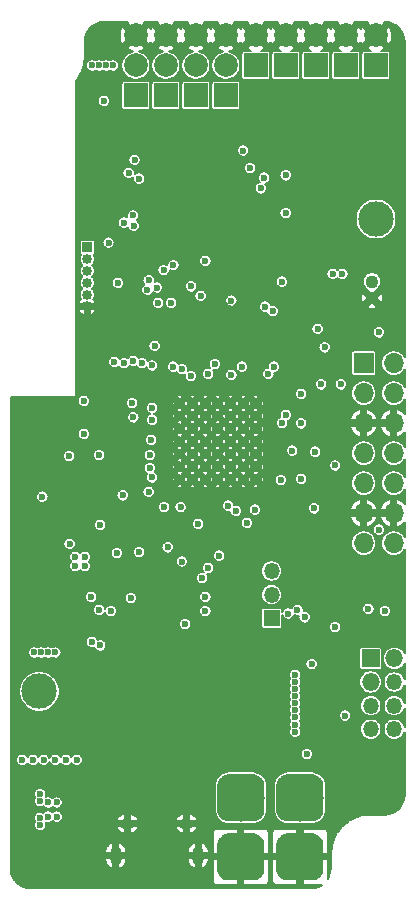
<source format=gbr>
G04 #@! TF.GenerationSoftware,KiCad,Pcbnew,(5.1.2)-1*
G04 #@! TF.CreationDate,2019-07-28T17:54:04+02:00*
G04 #@! TF.ProjectId,qqv11,71717631-312e-46b6-9963-61645f706362,rev?*
G04 #@! TF.SameCoordinates,Original*
G04 #@! TF.FileFunction,Copper,L2,Inr*
G04 #@! TF.FilePolarity,Positive*
%FSLAX46Y46*%
G04 Gerber Fmt 4.6, Leading zero omitted, Abs format (unit mm)*
G04 Created by KiCad (PCBNEW (5.1.2)-1) date 2019-07-28 17:54:04*
%MOMM*%
%LPD*%
G04 APERTURE LIST*
%ADD10C,0.650000*%
%ADD11C,0.100000*%
%ADD12C,4.000000*%
%ADD13C,3.000000*%
%ADD14C,2.000000*%
%ADD15R,2.000000X2.000000*%
%ADD16R,1.700000X1.700000*%
%ADD17O,1.700000X1.700000*%
%ADD18O,1.250000X0.950000*%
%ADD19O,1.000000X1.550000*%
%ADD20R,0.850000X0.850000*%
%ADD21O,0.850000X0.850000*%
%ADD22C,1.108000*%
%ADD23R,1.350000X1.350000*%
%ADD24O,1.350000X1.350000*%
%ADD25R,1.500000X1.500000*%
%ADD26O,1.500000X1.500000*%
%ADD27C,0.600000*%
%ADD28C,0.150000*%
G04 APERTURE END LIST*
D10*
X108642858Y-95042857D03*
X109714286Y-95042857D03*
X110785715Y-95042857D03*
X111857143Y-95042857D03*
X112928571Y-95042857D03*
X114000000Y-95042857D03*
X115071428Y-95042857D03*
X108642858Y-93971429D03*
X109714286Y-93971429D03*
X110785715Y-93971429D03*
X111857143Y-93971429D03*
X112928571Y-93971429D03*
X114000000Y-93971429D03*
X115071428Y-93971429D03*
X108642858Y-92900000D03*
X109714286Y-92900000D03*
X110785715Y-92900000D03*
X111857143Y-92900000D03*
X112928571Y-92900000D03*
X114000000Y-92900000D03*
X115071428Y-92900000D03*
X108642858Y-91828572D03*
X109714286Y-91828572D03*
X110785715Y-91828572D03*
X111857143Y-91828572D03*
X112928571Y-91828572D03*
X114000000Y-91828572D03*
X115071428Y-91828572D03*
X108642858Y-90757144D03*
X109714286Y-90757144D03*
X110785715Y-90757144D03*
X111857143Y-90757144D03*
X112928571Y-90757144D03*
X114000000Y-90757144D03*
X115071428Y-90757144D03*
X108642858Y-89685715D03*
X109714286Y-89685715D03*
X110785715Y-89685715D03*
X111857143Y-89685715D03*
X112928571Y-89685715D03*
X114000000Y-89685715D03*
X115071428Y-89685715D03*
X108642858Y-88614287D03*
X109714286Y-88614287D03*
X110785715Y-88614287D03*
X111857143Y-88614287D03*
X112928571Y-88614287D03*
X114000000Y-88614287D03*
X115071428Y-88614287D03*
D11*
G36*
X114898017Y-125004815D02*
G01*
X114995090Y-125019215D01*
X115090285Y-125043060D01*
X115182683Y-125076120D01*
X115271397Y-125118079D01*
X115355570Y-125168530D01*
X115434393Y-125226990D01*
X115507107Y-125292893D01*
X115573010Y-125365607D01*
X115631470Y-125444430D01*
X115681921Y-125528603D01*
X115723880Y-125617317D01*
X115756940Y-125709715D01*
X115780785Y-125804910D01*
X115795185Y-125901983D01*
X115800000Y-126000000D01*
X115800000Y-128000000D01*
X115795185Y-128098017D01*
X115780785Y-128195090D01*
X115756940Y-128290285D01*
X115723880Y-128382683D01*
X115681921Y-128471397D01*
X115631470Y-128555570D01*
X115573010Y-128634393D01*
X115507107Y-128707107D01*
X115434393Y-128773010D01*
X115355570Y-128831470D01*
X115271397Y-128881921D01*
X115182683Y-128923880D01*
X115090285Y-128956940D01*
X114995090Y-128980785D01*
X114898017Y-128995185D01*
X114800000Y-129000000D01*
X112800000Y-129000000D01*
X112701983Y-128995185D01*
X112604910Y-128980785D01*
X112509715Y-128956940D01*
X112417317Y-128923880D01*
X112328603Y-128881921D01*
X112244430Y-128831470D01*
X112165607Y-128773010D01*
X112092893Y-128707107D01*
X112026990Y-128634393D01*
X111968530Y-128555570D01*
X111918079Y-128471397D01*
X111876120Y-128382683D01*
X111843060Y-128290285D01*
X111819215Y-128195090D01*
X111804815Y-128098017D01*
X111800000Y-128000000D01*
X111800000Y-126000000D01*
X111804815Y-125901983D01*
X111819215Y-125804910D01*
X111843060Y-125709715D01*
X111876120Y-125617317D01*
X111918079Y-125528603D01*
X111968530Y-125444430D01*
X112026990Y-125365607D01*
X112092893Y-125292893D01*
X112165607Y-125226990D01*
X112244430Y-125168530D01*
X112328603Y-125118079D01*
X112417317Y-125076120D01*
X112509715Y-125043060D01*
X112604910Y-125019215D01*
X112701983Y-125004815D01*
X112800000Y-125000000D01*
X114800000Y-125000000D01*
X114898017Y-125004815D01*
X114898017Y-125004815D01*
G37*
D12*
X113800000Y-127000000D03*
D11*
G36*
X119898017Y-125004815D02*
G01*
X119995090Y-125019215D01*
X120090285Y-125043060D01*
X120182683Y-125076120D01*
X120271397Y-125118079D01*
X120355570Y-125168530D01*
X120434393Y-125226990D01*
X120507107Y-125292893D01*
X120573010Y-125365607D01*
X120631470Y-125444430D01*
X120681921Y-125528603D01*
X120723880Y-125617317D01*
X120756940Y-125709715D01*
X120780785Y-125804910D01*
X120795185Y-125901983D01*
X120800000Y-126000000D01*
X120800000Y-128000000D01*
X120795185Y-128098017D01*
X120780785Y-128195090D01*
X120756940Y-128290285D01*
X120723880Y-128382683D01*
X120681921Y-128471397D01*
X120631470Y-128555570D01*
X120573010Y-128634393D01*
X120507107Y-128707107D01*
X120434393Y-128773010D01*
X120355570Y-128831470D01*
X120271397Y-128881921D01*
X120182683Y-128923880D01*
X120090285Y-128956940D01*
X119995090Y-128980785D01*
X119898017Y-128995185D01*
X119800000Y-129000000D01*
X117800000Y-129000000D01*
X117701983Y-128995185D01*
X117604910Y-128980785D01*
X117509715Y-128956940D01*
X117417317Y-128923880D01*
X117328603Y-128881921D01*
X117244430Y-128831470D01*
X117165607Y-128773010D01*
X117092893Y-128707107D01*
X117026990Y-128634393D01*
X116968530Y-128555570D01*
X116918079Y-128471397D01*
X116876120Y-128382683D01*
X116843060Y-128290285D01*
X116819215Y-128195090D01*
X116804815Y-128098017D01*
X116800000Y-128000000D01*
X116800000Y-126000000D01*
X116804815Y-125901983D01*
X116819215Y-125804910D01*
X116843060Y-125709715D01*
X116876120Y-125617317D01*
X116918079Y-125528603D01*
X116968530Y-125444430D01*
X117026990Y-125365607D01*
X117092893Y-125292893D01*
X117165607Y-125226990D01*
X117244430Y-125168530D01*
X117328603Y-125118079D01*
X117417317Y-125076120D01*
X117509715Y-125043060D01*
X117604910Y-125019215D01*
X117701983Y-125004815D01*
X117800000Y-125000000D01*
X119800000Y-125000000D01*
X119898017Y-125004815D01*
X119898017Y-125004815D01*
G37*
D12*
X118800000Y-127000000D03*
D11*
G36*
X119898017Y-120004815D02*
G01*
X119995090Y-120019215D01*
X120090285Y-120043060D01*
X120182683Y-120076120D01*
X120271397Y-120118079D01*
X120355570Y-120168530D01*
X120434393Y-120226990D01*
X120507107Y-120292893D01*
X120573010Y-120365607D01*
X120631470Y-120444430D01*
X120681921Y-120528603D01*
X120723880Y-120617317D01*
X120756940Y-120709715D01*
X120780785Y-120804910D01*
X120795185Y-120901983D01*
X120800000Y-121000000D01*
X120800000Y-123000000D01*
X120795185Y-123098017D01*
X120780785Y-123195090D01*
X120756940Y-123290285D01*
X120723880Y-123382683D01*
X120681921Y-123471397D01*
X120631470Y-123555570D01*
X120573010Y-123634393D01*
X120507107Y-123707107D01*
X120434393Y-123773010D01*
X120355570Y-123831470D01*
X120271397Y-123881921D01*
X120182683Y-123923880D01*
X120090285Y-123956940D01*
X119995090Y-123980785D01*
X119898017Y-123995185D01*
X119800000Y-124000000D01*
X117800000Y-124000000D01*
X117701983Y-123995185D01*
X117604910Y-123980785D01*
X117509715Y-123956940D01*
X117417317Y-123923880D01*
X117328603Y-123881921D01*
X117244430Y-123831470D01*
X117165607Y-123773010D01*
X117092893Y-123707107D01*
X117026990Y-123634393D01*
X116968530Y-123555570D01*
X116918079Y-123471397D01*
X116876120Y-123382683D01*
X116843060Y-123290285D01*
X116819215Y-123195090D01*
X116804815Y-123098017D01*
X116800000Y-123000000D01*
X116800000Y-121000000D01*
X116804815Y-120901983D01*
X116819215Y-120804910D01*
X116843060Y-120709715D01*
X116876120Y-120617317D01*
X116918079Y-120528603D01*
X116968530Y-120444430D01*
X117026990Y-120365607D01*
X117092893Y-120292893D01*
X117165607Y-120226990D01*
X117244430Y-120168530D01*
X117328603Y-120118079D01*
X117417317Y-120076120D01*
X117509715Y-120043060D01*
X117604910Y-120019215D01*
X117701983Y-120004815D01*
X117800000Y-120000000D01*
X119800000Y-120000000D01*
X119898017Y-120004815D01*
X119898017Y-120004815D01*
G37*
D12*
X118800000Y-122000000D03*
D11*
G36*
X114898017Y-120004815D02*
G01*
X114995090Y-120019215D01*
X115090285Y-120043060D01*
X115182683Y-120076120D01*
X115271397Y-120118079D01*
X115355570Y-120168530D01*
X115434393Y-120226990D01*
X115507107Y-120292893D01*
X115573010Y-120365607D01*
X115631470Y-120444430D01*
X115681921Y-120528603D01*
X115723880Y-120617317D01*
X115756940Y-120709715D01*
X115780785Y-120804910D01*
X115795185Y-120901983D01*
X115800000Y-121000000D01*
X115800000Y-123000000D01*
X115795185Y-123098017D01*
X115780785Y-123195090D01*
X115756940Y-123290285D01*
X115723880Y-123382683D01*
X115681921Y-123471397D01*
X115631470Y-123555570D01*
X115573010Y-123634393D01*
X115507107Y-123707107D01*
X115434393Y-123773010D01*
X115355570Y-123831470D01*
X115271397Y-123881921D01*
X115182683Y-123923880D01*
X115090285Y-123956940D01*
X114995090Y-123980785D01*
X114898017Y-123995185D01*
X114800000Y-124000000D01*
X112800000Y-124000000D01*
X112701983Y-123995185D01*
X112604910Y-123980785D01*
X112509715Y-123956940D01*
X112417317Y-123923880D01*
X112328603Y-123881921D01*
X112244430Y-123831470D01*
X112165607Y-123773010D01*
X112092893Y-123707107D01*
X112026990Y-123634393D01*
X111968530Y-123555570D01*
X111918079Y-123471397D01*
X111876120Y-123382683D01*
X111843060Y-123290285D01*
X111819215Y-123195090D01*
X111804815Y-123098017D01*
X111800000Y-123000000D01*
X111800000Y-121000000D01*
X111804815Y-120901983D01*
X111819215Y-120804910D01*
X111843060Y-120709715D01*
X111876120Y-120617317D01*
X111918079Y-120528603D01*
X111968530Y-120444430D01*
X112026990Y-120365607D01*
X112092893Y-120292893D01*
X112165607Y-120226990D01*
X112244430Y-120168530D01*
X112328603Y-120118079D01*
X112417317Y-120076120D01*
X112509715Y-120043060D01*
X112604910Y-120019215D01*
X112701983Y-120004815D01*
X112800000Y-120000000D01*
X114800000Y-120000000D01*
X114898017Y-120004815D01*
X114898017Y-120004815D01*
G37*
D12*
X113800000Y-122000000D03*
D13*
X96750000Y-113000000D03*
X125250000Y-73000000D03*
D14*
X104920000Y-57460000D03*
X107460000Y-57460000D03*
X110000000Y-57460000D03*
X112540000Y-57460000D03*
X115080000Y-57460000D03*
X117620000Y-57460000D03*
X120160000Y-57460000D03*
X122700000Y-57460000D03*
X125240000Y-57460000D03*
X104920000Y-60000000D03*
X107460000Y-60000000D03*
X110000000Y-60000000D03*
X112540000Y-60000000D03*
D15*
X115080000Y-60000000D03*
X117620000Y-60000000D03*
X120160000Y-60000000D03*
X122700000Y-60000000D03*
X125240000Y-60000000D03*
X104920000Y-62540000D03*
X107460000Y-62540000D03*
X110000000Y-62540000D03*
X112540000Y-62540000D03*
D16*
X124200000Y-85200000D03*
D17*
X126740000Y-85200000D03*
X124200000Y-87740000D03*
X126740000Y-87740000D03*
X124200000Y-90280000D03*
X126740000Y-90280000D03*
X124200000Y-92820000D03*
X126740000Y-92820000D03*
X124200000Y-95360000D03*
X126740000Y-95360000D03*
X124200000Y-97900000D03*
X126740000Y-97900000D03*
X124200000Y-100440000D03*
X126740000Y-100440000D03*
D18*
X104200000Y-124200000D03*
X109200000Y-124200000D03*
D19*
X110200000Y-126900000D03*
X103200000Y-126900000D03*
D20*
X100800000Y-75400000D03*
D21*
X100800000Y-76400000D03*
X100800000Y-77400000D03*
X100800000Y-78400000D03*
X100800000Y-79400000D03*
X100800000Y-80400000D03*
D22*
X124900000Y-79700000D03*
X124900000Y-78300000D03*
D23*
X116400000Y-106800000D03*
D24*
X116400000Y-104800000D03*
X116400000Y-102800000D03*
D25*
X124800000Y-110200000D03*
D26*
X126800000Y-110200000D03*
X124800000Y-112200000D03*
D24*
X126800000Y-112200000D03*
X124800000Y-114200000D03*
X126800000Y-114200000D03*
X124800000Y-116200000D03*
X126800000Y-116200000D03*
D27*
X105800000Y-120000000D03*
X98958334Y-123351390D03*
X95000000Y-122900000D03*
X101000000Y-120100000D03*
X105400000Y-125400000D03*
X102774990Y-108400000D03*
X123300000Y-81500000D03*
X119800000Y-102800000D03*
X122200000Y-102800000D03*
X124600000Y-102800000D03*
X127000000Y-102800000D03*
X125900000Y-63600000D03*
X125900000Y-67700000D03*
X100000000Y-124400000D03*
X95300000Y-117400000D03*
X96200000Y-117400000D03*
X97100000Y-117400000D03*
X98100000Y-117400000D03*
X99000000Y-117400000D03*
X99900000Y-117400000D03*
X98400000Y-100400000D03*
X109200000Y-101200000D03*
X113200000Y-101200000D03*
X121900000Y-92700000D03*
X121300000Y-91200000D03*
X121300000Y-88700000D03*
X114900000Y-105500000D03*
X103600000Y-112600000D03*
X103600000Y-111800000D03*
X103600000Y-111000000D03*
X103600000Y-110200000D03*
X103600000Y-109400000D03*
X121400000Y-75800000D03*
X100600000Y-65000000D03*
X102800000Y-67200000D03*
X108000000Y-111600000D03*
X115600000Y-112700000D03*
X115600000Y-112000000D03*
X115600000Y-111200000D03*
X115600000Y-110400000D03*
X115600000Y-109600000D03*
X111000000Y-112200000D03*
X99100000Y-106400000D03*
X99400000Y-104100000D03*
X104100000Y-101300000D03*
X108800000Y-105000000D03*
X105800000Y-102800000D03*
X108800000Y-78300000D03*
X104600000Y-78300000D03*
X102600000Y-78300000D03*
X110800000Y-78200000D03*
X112700000Y-78200000D03*
X100400000Y-61800000D03*
X97200000Y-128500000D03*
X98000000Y-128500000D03*
X99100000Y-128500000D03*
X99900000Y-128500000D03*
X96000000Y-100500000D03*
X95300000Y-109700000D03*
X95963434Y-107090859D03*
X95900000Y-105799244D03*
X111800000Y-109900000D03*
X105500000Y-92100000D03*
X105500000Y-94600000D03*
X101700000Y-96400000D03*
X118000000Y-108000000D03*
X111000000Y-107000000D03*
X118500000Y-110100000D03*
X117900000Y-110100000D03*
X117300000Y-110100000D03*
X118400000Y-117200000D03*
X118400000Y-117800000D03*
X118400000Y-118400000D03*
X122900000Y-116200000D03*
X123578248Y-116178248D03*
X123200000Y-115600000D03*
X123100000Y-110700000D03*
X123100000Y-110100000D03*
X123100000Y-109500000D03*
X119300000Y-65100000D03*
X117533371Y-68433371D03*
X119600000Y-81400000D03*
X119000000Y-85400000D03*
X120200000Y-85400000D03*
X121400000Y-85400000D03*
X121500000Y-80000000D03*
X106500000Y-84500005D03*
X95700000Y-91900000D03*
X103100000Y-88700000D03*
X102300000Y-90700000D03*
X101900000Y-80700000D03*
X113250021Y-83750002D03*
X110200000Y-100800000D03*
X101200000Y-58400000D03*
X101800000Y-58400000D03*
X102400000Y-58400000D03*
X103000000Y-58400000D03*
X99066171Y-122482195D03*
X96300000Y-123000000D03*
X99300000Y-100500000D03*
X100600000Y-101600000D03*
X100600000Y-102400000D03*
X99800000Y-102400000D03*
X99800000Y-101600000D03*
X104800000Y-68000000D03*
X102200000Y-63000000D03*
X103800000Y-96400000D03*
X101800000Y-93000000D03*
X125500000Y-82600000D03*
X104700000Y-89800000D03*
X104600000Y-88600000D03*
X118900000Y-87800000D03*
X118900000Y-90300000D03*
X120300000Y-82300000D03*
X120890859Y-83863434D03*
X117600000Y-72500000D03*
X116500000Y-80800000D03*
X106500000Y-83750002D03*
X99278768Y-93078768D03*
X113900000Y-85500000D03*
X104674990Y-72700000D03*
X110200000Y-98800000D03*
X110525000Y-103400000D03*
X103300000Y-101300000D03*
X95300000Y-118800000D03*
X96200000Y-118800000D03*
X97100000Y-118800000D03*
X98100000Y-118800000D03*
X99000000Y-118800000D03*
X99900000Y-118800000D03*
X101200000Y-60000000D03*
X101800000Y-60000000D03*
X102400000Y-60000000D03*
X103000000Y-60000000D03*
X102600000Y-75000000D03*
X117800000Y-106400000D03*
X110800000Y-76549998D03*
X103400000Y-78400000D03*
X98100000Y-109700000D03*
X97500000Y-109700000D03*
X96900000Y-109700000D03*
X96300000Y-109700000D03*
X118400000Y-111600000D03*
X118400000Y-114000000D03*
X118400000Y-112800000D03*
X118400000Y-113400000D03*
X118400000Y-112200000D03*
X118400000Y-114600000D03*
X118400000Y-115200000D03*
X118400000Y-115800000D03*
X118400000Y-116400000D03*
X97500000Y-123600000D03*
X98200000Y-123600000D03*
X96800000Y-124300000D03*
X96800000Y-123700000D03*
X97500000Y-122400000D03*
X98200000Y-122400000D03*
X96800000Y-121700000D03*
X96800000Y-122300000D03*
X111600000Y-85300000D03*
X122275000Y-87000000D03*
X120600000Y-87000000D03*
X101899998Y-98900000D03*
X104500000Y-105100000D03*
X117300000Y-90275000D03*
X101800000Y-106100000D03*
X101125000Y-105000000D03*
X117604604Y-89589640D03*
X119400000Y-118300000D03*
X119200000Y-106725000D03*
X122639252Y-115039252D03*
X126000000Y-106200000D03*
X121800000Y-107550000D03*
X118600000Y-106100000D03*
X119800000Y-110700000D03*
X124600000Y-106000000D03*
X115856879Y-80414128D03*
X116132143Y-86100000D03*
X114000000Y-67200000D03*
X111025000Y-86100000D03*
X107300000Y-97400000D03*
X109100000Y-107300000D03*
X111028768Y-102528768D03*
X109582143Y-86300000D03*
X108800000Y-85700000D03*
X118149998Y-92603572D03*
X118900000Y-95000000D03*
X100500000Y-91200000D03*
X100500000Y-88400000D03*
X121575001Y-77650002D03*
X120100000Y-92700000D03*
X122400000Y-77650002D03*
X121791268Y-93866268D03*
X117200000Y-95100000D03*
X97000000Y-96500000D03*
X107259093Y-77340907D03*
X106000000Y-78200000D03*
X106275000Y-94875000D03*
X103100000Y-85100000D03*
X106100000Y-94103572D03*
X103900000Y-85200000D03*
X106300000Y-90000000D03*
X105421145Y-85206041D03*
X106700000Y-78800000D03*
X108100000Y-76900000D03*
X106200000Y-91700000D03*
X104700000Y-85000000D03*
X109600000Y-78700000D03*
X105896753Y-78983982D03*
X115000000Y-97600000D03*
X120000000Y-97500000D03*
X114320000Y-98725010D03*
X113375000Y-97700000D03*
X112730339Y-97269661D03*
X111975000Y-101500000D03*
X108700000Y-97400000D03*
X108078855Y-85493959D03*
X110400000Y-79500000D03*
X107900000Y-80100000D03*
X125500000Y-99300000D03*
X107600000Y-100800000D03*
X108800000Y-102000000D03*
X105200000Y-101200000D03*
X106000000Y-96100000D03*
X106100000Y-93000000D03*
X115500000Y-70400000D03*
X106300000Y-89000000D03*
X106300000Y-85400000D03*
X106800000Y-80100000D03*
X102800000Y-106200000D03*
X101900000Y-109100000D03*
X101200000Y-108800000D03*
X104728768Y-73571232D03*
X105181262Y-69576260D03*
X103900000Y-73300000D03*
X104300000Y-69100000D03*
X116600000Y-85500000D03*
X113000000Y-79900000D03*
X113000000Y-86200026D03*
X117600000Y-69300000D03*
X115775000Y-69500000D03*
X110800000Y-106200000D03*
X110800000Y-105000000D03*
X114600000Y-68700000D03*
X117275000Y-78300000D03*
D28*
G36*
X104182419Y-56404221D02*
G01*
X104920000Y-57141802D01*
X105657581Y-56404221D01*
X105605305Y-56325000D01*
X106774695Y-56325000D01*
X106722419Y-56404221D01*
X107460000Y-57141802D01*
X108197581Y-56404221D01*
X108145305Y-56325000D01*
X109314695Y-56325000D01*
X109262419Y-56404221D01*
X110000000Y-57141802D01*
X110737581Y-56404221D01*
X110685305Y-56325000D01*
X111854695Y-56325000D01*
X111802419Y-56404221D01*
X112540000Y-57141802D01*
X113277581Y-56404221D01*
X113225305Y-56325000D01*
X114394695Y-56325000D01*
X114342419Y-56404221D01*
X115080000Y-57141802D01*
X115817581Y-56404221D01*
X115765305Y-56325000D01*
X116934695Y-56325000D01*
X116882419Y-56404221D01*
X117620000Y-57141802D01*
X118357581Y-56404221D01*
X118305305Y-56325000D01*
X119474695Y-56325000D01*
X119422419Y-56404221D01*
X120160000Y-57141802D01*
X120897581Y-56404221D01*
X120845305Y-56325000D01*
X122014695Y-56325000D01*
X121962419Y-56404221D01*
X122700000Y-57141802D01*
X123437581Y-56404221D01*
X123385305Y-56325000D01*
X124554695Y-56325000D01*
X124502419Y-56404221D01*
X125240000Y-57141802D01*
X125977581Y-56404221D01*
X125925305Y-56325000D01*
X125984103Y-56325000D01*
X126325040Y-56358429D01*
X126637699Y-56452827D01*
X126926068Y-56606156D01*
X127179167Y-56812578D01*
X127387345Y-57064223D01*
X127542685Y-57351518D01*
X127639261Y-57663508D01*
X127675000Y-58003540D01*
X127675000Y-84668806D01*
X127638154Y-84599872D01*
X127503817Y-84436183D01*
X127340128Y-84301846D01*
X127153375Y-84202024D01*
X126950737Y-84140555D01*
X126792806Y-84125000D01*
X126687194Y-84125000D01*
X126529263Y-84140555D01*
X126326625Y-84202024D01*
X126139872Y-84301846D01*
X125976183Y-84436183D01*
X125841846Y-84599872D01*
X125742024Y-84786625D01*
X125680555Y-84989263D01*
X125659799Y-85200000D01*
X125680555Y-85410737D01*
X125742024Y-85613375D01*
X125841846Y-85800128D01*
X125976183Y-85963817D01*
X126139872Y-86098154D01*
X126326625Y-86197976D01*
X126529263Y-86259445D01*
X126687194Y-86275000D01*
X126792806Y-86275000D01*
X126950737Y-86259445D01*
X127153375Y-86197976D01*
X127340128Y-86098154D01*
X127503817Y-85963817D01*
X127638154Y-85800128D01*
X127675000Y-85731193D01*
X127675000Y-87208807D01*
X127638154Y-87139872D01*
X127503817Y-86976183D01*
X127340128Y-86841846D01*
X127153375Y-86742024D01*
X126950737Y-86680555D01*
X126792806Y-86665000D01*
X126687194Y-86665000D01*
X126529263Y-86680555D01*
X126326625Y-86742024D01*
X126139872Y-86841846D01*
X125976183Y-86976183D01*
X125841846Y-87139872D01*
X125742024Y-87326625D01*
X125680555Y-87529263D01*
X125659799Y-87740000D01*
X125680555Y-87950737D01*
X125742024Y-88153375D01*
X125841846Y-88340128D01*
X125976183Y-88503817D01*
X126139872Y-88638154D01*
X126326625Y-88737976D01*
X126529263Y-88799445D01*
X126687194Y-88815000D01*
X126792806Y-88815000D01*
X126950737Y-88799445D01*
X127153375Y-88737976D01*
X127340128Y-88638154D01*
X127503817Y-88503817D01*
X127638154Y-88340128D01*
X127675000Y-88271193D01*
X127675000Y-89496138D01*
X127561021Y-89370838D01*
X127367877Y-89228134D01*
X127150604Y-89125853D01*
X126965000Y-89169580D01*
X126965000Y-90055000D01*
X126985000Y-90055000D01*
X126985000Y-90505000D01*
X126965000Y-90505000D01*
X126965000Y-91390420D01*
X127150604Y-91434147D01*
X127367877Y-91331866D01*
X127561021Y-91189162D01*
X127675001Y-91063862D01*
X127675001Y-92288807D01*
X127638154Y-92219872D01*
X127503817Y-92056183D01*
X127340128Y-91921846D01*
X127153375Y-91822024D01*
X126950737Y-91760555D01*
X126792806Y-91745000D01*
X126687194Y-91745000D01*
X126529263Y-91760555D01*
X126326625Y-91822024D01*
X126139872Y-91921846D01*
X125976183Y-92056183D01*
X125841846Y-92219872D01*
X125742024Y-92406625D01*
X125680555Y-92609263D01*
X125659799Y-92820000D01*
X125680555Y-93030737D01*
X125742024Y-93233375D01*
X125841846Y-93420128D01*
X125976183Y-93583817D01*
X126139872Y-93718154D01*
X126326625Y-93817976D01*
X126529263Y-93879445D01*
X126687194Y-93895000D01*
X126792806Y-93895000D01*
X126950737Y-93879445D01*
X127153375Y-93817976D01*
X127340128Y-93718154D01*
X127503817Y-93583817D01*
X127638154Y-93420128D01*
X127675001Y-93351193D01*
X127675001Y-94828807D01*
X127638154Y-94759872D01*
X127503817Y-94596183D01*
X127340128Y-94461846D01*
X127153375Y-94362024D01*
X126950737Y-94300555D01*
X126792806Y-94285000D01*
X126687194Y-94285000D01*
X126529263Y-94300555D01*
X126326625Y-94362024D01*
X126139872Y-94461846D01*
X125976183Y-94596183D01*
X125841846Y-94759872D01*
X125742024Y-94946625D01*
X125680555Y-95149263D01*
X125659799Y-95360000D01*
X125680555Y-95570737D01*
X125742024Y-95773375D01*
X125841846Y-95960128D01*
X125976183Y-96123817D01*
X126139872Y-96258154D01*
X126326625Y-96357976D01*
X126529263Y-96419445D01*
X126687194Y-96435000D01*
X126792806Y-96435000D01*
X126950737Y-96419445D01*
X127153375Y-96357976D01*
X127340128Y-96258154D01*
X127503817Y-96123817D01*
X127638154Y-95960128D01*
X127675001Y-95891193D01*
X127675001Y-97116138D01*
X127561021Y-96990838D01*
X127367877Y-96848134D01*
X127150604Y-96745853D01*
X126965000Y-96789580D01*
X126965000Y-97675000D01*
X126985000Y-97675000D01*
X126985000Y-98125000D01*
X126965000Y-98125000D01*
X126965000Y-99010420D01*
X127150604Y-99054147D01*
X127367877Y-98951866D01*
X127561021Y-98809162D01*
X127675001Y-98683861D01*
X127675001Y-99908807D01*
X127638154Y-99839872D01*
X127503817Y-99676183D01*
X127340128Y-99541846D01*
X127153375Y-99442024D01*
X126950737Y-99380555D01*
X126792806Y-99365000D01*
X126687194Y-99365000D01*
X126529263Y-99380555D01*
X126326625Y-99442024D01*
X126139872Y-99541846D01*
X125976183Y-99676183D01*
X125841846Y-99839872D01*
X125742024Y-100026625D01*
X125680555Y-100229263D01*
X125659799Y-100440000D01*
X125680555Y-100650737D01*
X125742024Y-100853375D01*
X125841846Y-101040128D01*
X125976183Y-101203817D01*
X126139872Y-101338154D01*
X126326625Y-101437976D01*
X126529263Y-101499445D01*
X126687194Y-101515000D01*
X126792806Y-101515000D01*
X126950737Y-101499445D01*
X127153375Y-101437976D01*
X127340128Y-101338154D01*
X127503817Y-101203817D01*
X127638154Y-101040128D01*
X127675001Y-100971193D01*
X127675001Y-109768692D01*
X127614605Y-109655698D01*
X127492765Y-109507235D01*
X127344302Y-109385395D01*
X127174921Y-109294860D01*
X126991133Y-109239108D01*
X126847892Y-109225000D01*
X126752108Y-109225000D01*
X126608867Y-109239108D01*
X126425079Y-109294860D01*
X126255698Y-109385395D01*
X126107235Y-109507235D01*
X125985395Y-109655698D01*
X125894860Y-109825079D01*
X125839108Y-110008867D01*
X125820283Y-110200000D01*
X125839108Y-110391133D01*
X125894860Y-110574921D01*
X125985395Y-110744302D01*
X126107235Y-110892765D01*
X126255698Y-111014605D01*
X126425079Y-111105140D01*
X126608867Y-111160892D01*
X126752108Y-111175000D01*
X126847892Y-111175000D01*
X126991133Y-111160892D01*
X127174921Y-111105140D01*
X127344302Y-111014605D01*
X127492765Y-110892765D01*
X127614605Y-110744302D01*
X127675001Y-110631308D01*
X127675001Y-111984089D01*
X127635514Y-111853919D01*
X127551943Y-111697568D01*
X127439475Y-111560525D01*
X127302432Y-111448057D01*
X127146081Y-111364486D01*
X126976431Y-111313023D01*
X126844207Y-111300000D01*
X126755793Y-111300000D01*
X126623569Y-111313023D01*
X126453919Y-111364486D01*
X126297568Y-111448057D01*
X126160525Y-111560525D01*
X126048057Y-111697568D01*
X125964486Y-111853919D01*
X125913023Y-112023569D01*
X125895646Y-112200000D01*
X125913023Y-112376431D01*
X125964486Y-112546081D01*
X126048057Y-112702432D01*
X126160525Y-112839475D01*
X126297568Y-112951943D01*
X126453919Y-113035514D01*
X126623569Y-113086977D01*
X126755793Y-113100000D01*
X126844207Y-113100000D01*
X126976431Y-113086977D01*
X127146081Y-113035514D01*
X127302432Y-112951943D01*
X127439475Y-112839475D01*
X127551943Y-112702432D01*
X127635514Y-112546081D01*
X127675001Y-112415911D01*
X127675001Y-113984089D01*
X127635514Y-113853919D01*
X127551943Y-113697568D01*
X127439475Y-113560525D01*
X127302432Y-113448057D01*
X127146081Y-113364486D01*
X126976431Y-113313023D01*
X126844207Y-113300000D01*
X126755793Y-113300000D01*
X126623569Y-113313023D01*
X126453919Y-113364486D01*
X126297568Y-113448057D01*
X126160525Y-113560525D01*
X126048057Y-113697568D01*
X125964486Y-113853919D01*
X125913023Y-114023569D01*
X125895646Y-114200000D01*
X125913023Y-114376431D01*
X125964486Y-114546081D01*
X126048057Y-114702432D01*
X126160525Y-114839475D01*
X126297568Y-114951943D01*
X126453919Y-115035514D01*
X126623569Y-115086977D01*
X126755793Y-115100000D01*
X126844207Y-115100000D01*
X126976431Y-115086977D01*
X127146081Y-115035514D01*
X127302432Y-114951943D01*
X127439475Y-114839475D01*
X127551943Y-114702432D01*
X127635514Y-114546081D01*
X127675001Y-114415911D01*
X127675001Y-115984089D01*
X127635514Y-115853919D01*
X127551943Y-115697568D01*
X127439475Y-115560525D01*
X127302432Y-115448057D01*
X127146081Y-115364486D01*
X126976431Y-115313023D01*
X126844207Y-115300000D01*
X126755793Y-115300000D01*
X126623569Y-115313023D01*
X126453919Y-115364486D01*
X126297568Y-115448057D01*
X126160525Y-115560525D01*
X126048057Y-115697568D01*
X125964486Y-115853919D01*
X125913023Y-116023569D01*
X125895646Y-116200000D01*
X125913023Y-116376431D01*
X125964486Y-116546081D01*
X126048057Y-116702432D01*
X126160525Y-116839475D01*
X126297568Y-116951943D01*
X126453919Y-117035514D01*
X126623569Y-117086977D01*
X126755793Y-117100000D01*
X126844207Y-117100000D01*
X126976431Y-117086977D01*
X127146081Y-117035514D01*
X127302432Y-116951943D01*
X127439475Y-116839475D01*
X127551943Y-116702432D01*
X127635514Y-116546081D01*
X127675001Y-116415911D01*
X127675001Y-121734093D01*
X127641571Y-122075041D01*
X127547173Y-122387700D01*
X127393843Y-122676070D01*
X127187422Y-122929167D01*
X126935780Y-123137344D01*
X126648481Y-123292685D01*
X126336497Y-123389260D01*
X125996460Y-123425000D01*
X124734039Y-123425000D01*
X124733474Y-123425056D01*
X124727923Y-123425075D01*
X124713797Y-123426510D01*
X124699600Y-123426411D01*
X124695084Y-123426853D01*
X124112794Y-123488054D01*
X124083927Y-123493980D01*
X124055005Y-123499497D01*
X124050661Y-123500809D01*
X123491348Y-123673946D01*
X123464222Y-123685349D01*
X123436882Y-123696395D01*
X123432875Y-123698525D01*
X122917843Y-123977001D01*
X122893431Y-123993468D01*
X122868775Y-124009602D01*
X122865258Y-124012470D01*
X122414125Y-124385680D01*
X122393361Y-124406590D01*
X122372324Y-124427191D01*
X122369431Y-124430687D01*
X121999379Y-124884415D01*
X121983087Y-124908937D01*
X121966437Y-124933255D01*
X121964278Y-124937247D01*
X121689404Y-125454211D01*
X121678190Y-125481419D01*
X121666575Y-125508519D01*
X121665233Y-125512854D01*
X121496006Y-126073362D01*
X121490287Y-126102246D01*
X121484161Y-126131069D01*
X121483686Y-126135583D01*
X121426551Y-126718285D01*
X121426551Y-126718302D01*
X121425001Y-126734039D01*
X121425000Y-127984103D01*
X121391571Y-128325041D01*
X121297173Y-128637700D01*
X121176668Y-128864337D01*
X121175000Y-127318750D01*
X121081250Y-127225000D01*
X119025000Y-127225000D01*
X119025000Y-129281250D01*
X119118750Y-129375000D01*
X120698640Y-129376705D01*
X120685780Y-129387344D01*
X120398481Y-129542685D01*
X120086497Y-129639260D01*
X119746460Y-129675000D01*
X96015897Y-129675000D01*
X95674959Y-129641571D01*
X95362300Y-129547173D01*
X95073930Y-129393843D01*
X94820833Y-129187422D01*
X94665784Y-129000000D01*
X111423186Y-129000000D01*
X111430426Y-129073513D01*
X111451869Y-129144200D01*
X111486691Y-129209347D01*
X111533552Y-129266448D01*
X111590653Y-129313309D01*
X111655800Y-129348131D01*
X111726487Y-129369574D01*
X111800000Y-129376814D01*
X113481250Y-129375000D01*
X113575000Y-129281250D01*
X113575000Y-127225000D01*
X114025000Y-127225000D01*
X114025000Y-129281250D01*
X114118750Y-129375000D01*
X115800000Y-129376814D01*
X115873513Y-129369574D01*
X115944200Y-129348131D01*
X116009347Y-129313309D01*
X116066448Y-129266448D01*
X116113309Y-129209347D01*
X116148131Y-129144200D01*
X116169574Y-129073513D01*
X116176814Y-129000000D01*
X116423186Y-129000000D01*
X116430426Y-129073513D01*
X116451869Y-129144200D01*
X116486691Y-129209347D01*
X116533552Y-129266448D01*
X116590653Y-129313309D01*
X116655800Y-129348131D01*
X116726487Y-129369574D01*
X116800000Y-129376814D01*
X118481250Y-129375000D01*
X118575000Y-129281250D01*
X118575000Y-127225000D01*
X116518750Y-127225000D01*
X116425000Y-127318750D01*
X116423186Y-129000000D01*
X116176814Y-129000000D01*
X116175000Y-127318750D01*
X116081250Y-127225000D01*
X114025000Y-127225000D01*
X113575000Y-127225000D01*
X111518750Y-127225000D01*
X111425000Y-127318750D01*
X111423186Y-129000000D01*
X94665784Y-129000000D01*
X94612656Y-128935780D01*
X94457315Y-128648481D01*
X94360740Y-128336497D01*
X94325000Y-127996460D01*
X94325000Y-127263497D01*
X102321628Y-127263497D01*
X102355771Y-127433158D01*
X102422357Y-127592898D01*
X102518827Y-127736579D01*
X102641474Y-127858679D01*
X102785585Y-127954505D01*
X102845493Y-127974969D01*
X102975000Y-127923149D01*
X102975000Y-127125000D01*
X103425000Y-127125000D01*
X103425000Y-127923149D01*
X103554507Y-127974969D01*
X103614415Y-127954505D01*
X103758526Y-127858679D01*
X103881173Y-127736579D01*
X103977643Y-127592898D01*
X104044229Y-127433158D01*
X104078372Y-127263497D01*
X109321628Y-127263497D01*
X109355771Y-127433158D01*
X109422357Y-127592898D01*
X109518827Y-127736579D01*
X109641474Y-127858679D01*
X109785585Y-127954505D01*
X109845493Y-127974969D01*
X109975000Y-127923149D01*
X109975000Y-127125000D01*
X110425000Y-127125000D01*
X110425000Y-127923149D01*
X110554507Y-127974969D01*
X110614415Y-127954505D01*
X110758526Y-127858679D01*
X110881173Y-127736579D01*
X110977643Y-127592898D01*
X111044229Y-127433158D01*
X111078372Y-127263497D01*
X110987652Y-127125000D01*
X110425000Y-127125000D01*
X109975000Y-127125000D01*
X109412348Y-127125000D01*
X109321628Y-127263497D01*
X104078372Y-127263497D01*
X103987652Y-127125000D01*
X103425000Y-127125000D01*
X102975000Y-127125000D01*
X102412348Y-127125000D01*
X102321628Y-127263497D01*
X94325000Y-127263497D01*
X94325000Y-126536503D01*
X102321628Y-126536503D01*
X102412348Y-126675000D01*
X102975000Y-126675000D01*
X102975000Y-125876851D01*
X103425000Y-125876851D01*
X103425000Y-126675000D01*
X103987652Y-126675000D01*
X104078372Y-126536503D01*
X109321628Y-126536503D01*
X109412348Y-126675000D01*
X109975000Y-126675000D01*
X109975000Y-125876851D01*
X110425000Y-125876851D01*
X110425000Y-126675000D01*
X110987652Y-126675000D01*
X111078372Y-126536503D01*
X111044229Y-126366842D01*
X110977643Y-126207102D01*
X110881173Y-126063421D01*
X110758526Y-125941321D01*
X110614415Y-125845495D01*
X110554507Y-125825031D01*
X110425000Y-125876851D01*
X109975000Y-125876851D01*
X109845493Y-125825031D01*
X109785585Y-125845495D01*
X109641474Y-125941321D01*
X109518827Y-126063421D01*
X109422357Y-126207102D01*
X109355771Y-126366842D01*
X109321628Y-126536503D01*
X104078372Y-126536503D01*
X104044229Y-126366842D01*
X103977643Y-126207102D01*
X103881173Y-126063421D01*
X103758526Y-125941321D01*
X103614415Y-125845495D01*
X103554507Y-125825031D01*
X103425000Y-125876851D01*
X102975000Y-125876851D01*
X102845493Y-125825031D01*
X102785585Y-125845495D01*
X102641474Y-125941321D01*
X102518827Y-126063421D01*
X102422357Y-126207102D01*
X102355771Y-126366842D01*
X102321628Y-126536503D01*
X94325000Y-126536503D01*
X94325000Y-123648292D01*
X96275000Y-123648292D01*
X96275000Y-123751708D01*
X96295176Y-123853137D01*
X96334751Y-123948681D01*
X96369041Y-124000000D01*
X96334751Y-124051319D01*
X96295176Y-124146863D01*
X96275000Y-124248292D01*
X96275000Y-124351708D01*
X96295176Y-124453137D01*
X96334751Y-124548681D01*
X96392206Y-124634668D01*
X96465332Y-124707794D01*
X96551319Y-124765249D01*
X96646863Y-124804824D01*
X96748292Y-124825000D01*
X96851708Y-124825000D01*
X96953137Y-124804824D01*
X97048681Y-124765249D01*
X97134668Y-124707794D01*
X97207794Y-124634668D01*
X97264062Y-124550456D01*
X103275609Y-124550456D01*
X103326325Y-124633074D01*
X103424719Y-124765935D01*
X103547142Y-124877047D01*
X103688890Y-124962140D01*
X103844515Y-125017945D01*
X103975000Y-124946270D01*
X103975000Y-124425000D01*
X104425000Y-124425000D01*
X104425000Y-124946270D01*
X104555485Y-125017945D01*
X104711110Y-124962140D01*
X104852858Y-124877047D01*
X104975281Y-124765935D01*
X105073675Y-124633074D01*
X105124391Y-124550456D01*
X108275609Y-124550456D01*
X108326325Y-124633074D01*
X108424719Y-124765935D01*
X108547142Y-124877047D01*
X108688890Y-124962140D01*
X108844515Y-125017945D01*
X108975000Y-124946270D01*
X108975000Y-124425000D01*
X109425000Y-124425000D01*
X109425000Y-124946270D01*
X109555485Y-125017945D01*
X109605528Y-125000000D01*
X111423186Y-125000000D01*
X111425000Y-126681250D01*
X111518750Y-126775000D01*
X113575000Y-126775000D01*
X113575000Y-124718750D01*
X114025000Y-124718750D01*
X114025000Y-126775000D01*
X116081250Y-126775000D01*
X116175000Y-126681250D01*
X116176814Y-125000000D01*
X116423186Y-125000000D01*
X116425000Y-126681250D01*
X116518750Y-126775000D01*
X118575000Y-126775000D01*
X118575000Y-124718750D01*
X119025000Y-124718750D01*
X119025000Y-126775000D01*
X121081250Y-126775000D01*
X121175000Y-126681250D01*
X121176814Y-125000000D01*
X121169574Y-124926487D01*
X121148131Y-124855800D01*
X121113309Y-124790653D01*
X121066448Y-124733552D01*
X121009347Y-124686691D01*
X120944200Y-124651869D01*
X120873513Y-124630426D01*
X120800000Y-124623186D01*
X119118750Y-124625000D01*
X119025000Y-124718750D01*
X118575000Y-124718750D01*
X118481250Y-124625000D01*
X116800000Y-124623186D01*
X116726487Y-124630426D01*
X116655800Y-124651869D01*
X116590653Y-124686691D01*
X116533552Y-124733552D01*
X116486691Y-124790653D01*
X116451869Y-124855800D01*
X116430426Y-124926487D01*
X116423186Y-125000000D01*
X116176814Y-125000000D01*
X116169574Y-124926487D01*
X116148131Y-124855800D01*
X116113309Y-124790653D01*
X116066448Y-124733552D01*
X116009347Y-124686691D01*
X115944200Y-124651869D01*
X115873513Y-124630426D01*
X115800000Y-124623186D01*
X114118750Y-124625000D01*
X114025000Y-124718750D01*
X113575000Y-124718750D01*
X113481250Y-124625000D01*
X111800000Y-124623186D01*
X111726487Y-124630426D01*
X111655800Y-124651869D01*
X111590653Y-124686691D01*
X111533552Y-124733552D01*
X111486691Y-124790653D01*
X111451869Y-124855800D01*
X111430426Y-124926487D01*
X111423186Y-125000000D01*
X109605528Y-125000000D01*
X109711110Y-124962140D01*
X109852858Y-124877047D01*
X109975281Y-124765935D01*
X110073675Y-124633074D01*
X110124391Y-124550456D01*
X110072004Y-124425000D01*
X109425000Y-124425000D01*
X108975000Y-124425000D01*
X108327996Y-124425000D01*
X108275609Y-124550456D01*
X105124391Y-124550456D01*
X105072004Y-124425000D01*
X104425000Y-124425000D01*
X103975000Y-124425000D01*
X103327996Y-124425000D01*
X103275609Y-124550456D01*
X97264062Y-124550456D01*
X97265249Y-124548681D01*
X97304824Y-124453137D01*
X97325000Y-124351708D01*
X97325000Y-124248292D01*
X97304824Y-124146863D01*
X97275099Y-124075099D01*
X97346863Y-124104824D01*
X97448292Y-124125000D01*
X97551708Y-124125000D01*
X97653137Y-124104824D01*
X97748681Y-124065249D01*
X97834668Y-124007794D01*
X97850000Y-123992462D01*
X97865332Y-124007794D01*
X97951319Y-124065249D01*
X98046863Y-124104824D01*
X98148292Y-124125000D01*
X98251708Y-124125000D01*
X98353137Y-124104824D01*
X98448681Y-124065249D01*
X98534668Y-124007794D01*
X98607794Y-123934668D01*
X98664672Y-123849544D01*
X103275609Y-123849544D01*
X103327996Y-123975000D01*
X103975000Y-123975000D01*
X103975000Y-123453730D01*
X104425000Y-123453730D01*
X104425000Y-123975000D01*
X105072004Y-123975000D01*
X105124391Y-123849544D01*
X108275609Y-123849544D01*
X108327996Y-123975000D01*
X108975000Y-123975000D01*
X108975000Y-123453730D01*
X109425000Y-123453730D01*
X109425000Y-123975000D01*
X110072004Y-123975000D01*
X110124391Y-123849544D01*
X110073675Y-123766926D01*
X109975281Y-123634065D01*
X109852858Y-123522953D01*
X109711110Y-123437860D01*
X109555485Y-123382055D01*
X109425000Y-123453730D01*
X108975000Y-123453730D01*
X108844515Y-123382055D01*
X108688890Y-123437860D01*
X108547142Y-123522953D01*
X108424719Y-123634065D01*
X108326325Y-123766926D01*
X108275609Y-123849544D01*
X105124391Y-123849544D01*
X105073675Y-123766926D01*
X104975281Y-123634065D01*
X104852858Y-123522953D01*
X104711110Y-123437860D01*
X104555485Y-123382055D01*
X104425000Y-123453730D01*
X103975000Y-123453730D01*
X103844515Y-123382055D01*
X103688890Y-123437860D01*
X103547142Y-123522953D01*
X103424719Y-123634065D01*
X103326325Y-123766926D01*
X103275609Y-123849544D01*
X98664672Y-123849544D01*
X98665249Y-123848681D01*
X98704824Y-123753137D01*
X98725000Y-123651708D01*
X98725000Y-123548292D01*
X98704824Y-123446863D01*
X98665249Y-123351319D01*
X98607794Y-123265332D01*
X98534668Y-123192206D01*
X98448681Y-123134751D01*
X98353137Y-123095176D01*
X98251708Y-123075000D01*
X98148292Y-123075000D01*
X98046863Y-123095176D01*
X97951319Y-123134751D01*
X97865332Y-123192206D01*
X97850000Y-123207538D01*
X97834668Y-123192206D01*
X97748681Y-123134751D01*
X97653137Y-123095176D01*
X97551708Y-123075000D01*
X97448292Y-123075000D01*
X97346863Y-123095176D01*
X97251319Y-123134751D01*
X97165332Y-123192206D01*
X97093104Y-123264434D01*
X97048681Y-123234751D01*
X96953137Y-123195176D01*
X96851708Y-123175000D01*
X96748292Y-123175000D01*
X96646863Y-123195176D01*
X96551319Y-123234751D01*
X96465332Y-123292206D01*
X96392206Y-123365332D01*
X96334751Y-123451319D01*
X96295176Y-123546863D01*
X96275000Y-123648292D01*
X94325000Y-123648292D01*
X94325000Y-121648292D01*
X96275000Y-121648292D01*
X96275000Y-121751708D01*
X96295176Y-121853137D01*
X96334751Y-121948681D01*
X96369041Y-122000000D01*
X96334751Y-122051319D01*
X96295176Y-122146863D01*
X96275000Y-122248292D01*
X96275000Y-122351708D01*
X96295176Y-122453137D01*
X96334751Y-122548681D01*
X96392206Y-122634668D01*
X96465332Y-122707794D01*
X96551319Y-122765249D01*
X96646863Y-122804824D01*
X96748292Y-122825000D01*
X96851708Y-122825000D01*
X96953137Y-122804824D01*
X97048681Y-122765249D01*
X97093104Y-122735566D01*
X97165332Y-122807794D01*
X97251319Y-122865249D01*
X97346863Y-122904824D01*
X97448292Y-122925000D01*
X97551708Y-122925000D01*
X97653137Y-122904824D01*
X97748681Y-122865249D01*
X97834668Y-122807794D01*
X97850000Y-122792462D01*
X97865332Y-122807794D01*
X97951319Y-122865249D01*
X98046863Y-122904824D01*
X98148292Y-122925000D01*
X98251708Y-122925000D01*
X98353137Y-122904824D01*
X98448681Y-122865249D01*
X98534668Y-122807794D01*
X98607794Y-122734668D01*
X98665249Y-122648681D01*
X98704824Y-122553137D01*
X98725000Y-122451708D01*
X98725000Y-122348292D01*
X98704824Y-122246863D01*
X98665249Y-122151319D01*
X98607794Y-122065332D01*
X98534668Y-121992206D01*
X98448681Y-121934751D01*
X98353137Y-121895176D01*
X98251708Y-121875000D01*
X98148292Y-121875000D01*
X98046863Y-121895176D01*
X97951319Y-121934751D01*
X97865332Y-121992206D01*
X97850000Y-122007538D01*
X97834668Y-121992206D01*
X97748681Y-121934751D01*
X97653137Y-121895176D01*
X97551708Y-121875000D01*
X97448292Y-121875000D01*
X97346863Y-121895176D01*
X97275099Y-121924901D01*
X97304824Y-121853137D01*
X97325000Y-121751708D01*
X97325000Y-121648292D01*
X97304824Y-121546863D01*
X97265249Y-121451319D01*
X97207794Y-121365332D01*
X97134668Y-121292206D01*
X97048681Y-121234751D01*
X96953137Y-121195176D01*
X96851708Y-121175000D01*
X96748292Y-121175000D01*
X96646863Y-121195176D01*
X96551319Y-121234751D01*
X96465332Y-121292206D01*
X96392206Y-121365332D01*
X96334751Y-121451319D01*
X96295176Y-121546863D01*
X96275000Y-121648292D01*
X94325000Y-121648292D01*
X94325000Y-121000000D01*
X111573912Y-121000000D01*
X111573912Y-123000000D01*
X111597471Y-123239198D01*
X111667242Y-123469204D01*
X111780545Y-123681178D01*
X111933025Y-123866975D01*
X112118822Y-124019455D01*
X112330796Y-124132758D01*
X112560802Y-124202529D01*
X112800000Y-124226088D01*
X114800000Y-124226088D01*
X115039198Y-124202529D01*
X115269204Y-124132758D01*
X115481178Y-124019455D01*
X115666975Y-123866975D01*
X115819455Y-123681178D01*
X115932758Y-123469204D01*
X116002529Y-123239198D01*
X116026088Y-123000000D01*
X116026088Y-121000000D01*
X116573912Y-121000000D01*
X116573912Y-123000000D01*
X116597471Y-123239198D01*
X116667242Y-123469204D01*
X116780545Y-123681178D01*
X116933025Y-123866975D01*
X117118822Y-124019455D01*
X117330796Y-124132758D01*
X117560802Y-124202529D01*
X117800000Y-124226088D01*
X119800000Y-124226088D01*
X120039198Y-124202529D01*
X120269204Y-124132758D01*
X120481178Y-124019455D01*
X120666975Y-123866975D01*
X120819455Y-123681178D01*
X120932758Y-123469204D01*
X121002529Y-123239198D01*
X121026088Y-123000000D01*
X121026088Y-121000000D01*
X121002529Y-120760802D01*
X120932758Y-120530796D01*
X120819455Y-120318822D01*
X120666975Y-120133025D01*
X120481178Y-119980545D01*
X120269204Y-119867242D01*
X120039198Y-119797471D01*
X119800000Y-119773912D01*
X117800000Y-119773912D01*
X117560802Y-119797471D01*
X117330796Y-119867242D01*
X117118822Y-119980545D01*
X116933025Y-120133025D01*
X116780545Y-120318822D01*
X116667242Y-120530796D01*
X116597471Y-120760802D01*
X116573912Y-121000000D01*
X116026088Y-121000000D01*
X116002529Y-120760802D01*
X115932758Y-120530796D01*
X115819455Y-120318822D01*
X115666975Y-120133025D01*
X115481178Y-119980545D01*
X115269204Y-119867242D01*
X115039198Y-119797471D01*
X114800000Y-119773912D01*
X112800000Y-119773912D01*
X112560802Y-119797471D01*
X112330796Y-119867242D01*
X112118822Y-119980545D01*
X111933025Y-120133025D01*
X111780545Y-120318822D01*
X111667242Y-120530796D01*
X111597471Y-120760802D01*
X111573912Y-121000000D01*
X94325000Y-121000000D01*
X94325000Y-118748292D01*
X94775000Y-118748292D01*
X94775000Y-118851708D01*
X94795176Y-118953137D01*
X94834751Y-119048681D01*
X94892206Y-119134668D01*
X94965332Y-119207794D01*
X95051319Y-119265249D01*
X95146863Y-119304824D01*
X95248292Y-119325000D01*
X95351708Y-119325000D01*
X95453137Y-119304824D01*
X95548681Y-119265249D01*
X95634668Y-119207794D01*
X95707794Y-119134668D01*
X95750000Y-119071503D01*
X95792206Y-119134668D01*
X95865332Y-119207794D01*
X95951319Y-119265249D01*
X96046863Y-119304824D01*
X96148292Y-119325000D01*
X96251708Y-119325000D01*
X96353137Y-119304824D01*
X96448681Y-119265249D01*
X96534668Y-119207794D01*
X96607794Y-119134668D01*
X96650000Y-119071503D01*
X96692206Y-119134668D01*
X96765332Y-119207794D01*
X96851319Y-119265249D01*
X96946863Y-119304824D01*
X97048292Y-119325000D01*
X97151708Y-119325000D01*
X97253137Y-119304824D01*
X97348681Y-119265249D01*
X97434668Y-119207794D01*
X97507794Y-119134668D01*
X97565249Y-119048681D01*
X97600000Y-118964783D01*
X97634751Y-119048681D01*
X97692206Y-119134668D01*
X97765332Y-119207794D01*
X97851319Y-119265249D01*
X97946863Y-119304824D01*
X98048292Y-119325000D01*
X98151708Y-119325000D01*
X98253137Y-119304824D01*
X98348681Y-119265249D01*
X98434668Y-119207794D01*
X98507794Y-119134668D01*
X98550000Y-119071503D01*
X98592206Y-119134668D01*
X98665332Y-119207794D01*
X98751319Y-119265249D01*
X98846863Y-119304824D01*
X98948292Y-119325000D01*
X99051708Y-119325000D01*
X99153137Y-119304824D01*
X99248681Y-119265249D01*
X99334668Y-119207794D01*
X99407794Y-119134668D01*
X99450000Y-119071503D01*
X99492206Y-119134668D01*
X99565332Y-119207794D01*
X99651319Y-119265249D01*
X99746863Y-119304824D01*
X99848292Y-119325000D01*
X99951708Y-119325000D01*
X100053137Y-119304824D01*
X100148681Y-119265249D01*
X100234668Y-119207794D01*
X100307794Y-119134668D01*
X100365249Y-119048681D01*
X100404824Y-118953137D01*
X100425000Y-118851708D01*
X100425000Y-118748292D01*
X100404824Y-118646863D01*
X100365249Y-118551319D01*
X100307794Y-118465332D01*
X100234668Y-118392206D01*
X100148681Y-118334751D01*
X100053137Y-118295176D01*
X99951708Y-118275000D01*
X99848292Y-118275000D01*
X99746863Y-118295176D01*
X99651319Y-118334751D01*
X99565332Y-118392206D01*
X99492206Y-118465332D01*
X99450000Y-118528497D01*
X99407794Y-118465332D01*
X99334668Y-118392206D01*
X99248681Y-118334751D01*
X99153137Y-118295176D01*
X99051708Y-118275000D01*
X98948292Y-118275000D01*
X98846863Y-118295176D01*
X98751319Y-118334751D01*
X98665332Y-118392206D01*
X98592206Y-118465332D01*
X98550000Y-118528497D01*
X98507794Y-118465332D01*
X98434668Y-118392206D01*
X98348681Y-118334751D01*
X98253137Y-118295176D01*
X98151708Y-118275000D01*
X98048292Y-118275000D01*
X97946863Y-118295176D01*
X97851319Y-118334751D01*
X97765332Y-118392206D01*
X97692206Y-118465332D01*
X97634751Y-118551319D01*
X97600000Y-118635217D01*
X97565249Y-118551319D01*
X97507794Y-118465332D01*
X97434668Y-118392206D01*
X97348681Y-118334751D01*
X97253137Y-118295176D01*
X97151708Y-118275000D01*
X97048292Y-118275000D01*
X96946863Y-118295176D01*
X96851319Y-118334751D01*
X96765332Y-118392206D01*
X96692206Y-118465332D01*
X96650000Y-118528497D01*
X96607794Y-118465332D01*
X96534668Y-118392206D01*
X96448681Y-118334751D01*
X96353137Y-118295176D01*
X96251708Y-118275000D01*
X96148292Y-118275000D01*
X96046863Y-118295176D01*
X95951319Y-118334751D01*
X95865332Y-118392206D01*
X95792206Y-118465332D01*
X95750000Y-118528497D01*
X95707794Y-118465332D01*
X95634668Y-118392206D01*
X95548681Y-118334751D01*
X95453137Y-118295176D01*
X95351708Y-118275000D01*
X95248292Y-118275000D01*
X95146863Y-118295176D01*
X95051319Y-118334751D01*
X94965332Y-118392206D01*
X94892206Y-118465332D01*
X94834751Y-118551319D01*
X94795176Y-118646863D01*
X94775000Y-118748292D01*
X94325000Y-118748292D01*
X94325000Y-118248292D01*
X118875000Y-118248292D01*
X118875000Y-118351708D01*
X118895176Y-118453137D01*
X118934751Y-118548681D01*
X118992206Y-118634668D01*
X119065332Y-118707794D01*
X119151319Y-118765249D01*
X119246863Y-118804824D01*
X119348292Y-118825000D01*
X119451708Y-118825000D01*
X119553137Y-118804824D01*
X119648681Y-118765249D01*
X119734668Y-118707794D01*
X119807794Y-118634668D01*
X119865249Y-118548681D01*
X119904824Y-118453137D01*
X119925000Y-118351708D01*
X119925000Y-118248292D01*
X119904824Y-118146863D01*
X119865249Y-118051319D01*
X119807794Y-117965332D01*
X119734668Y-117892206D01*
X119648681Y-117834751D01*
X119553137Y-117795176D01*
X119451708Y-117775000D01*
X119348292Y-117775000D01*
X119246863Y-117795176D01*
X119151319Y-117834751D01*
X119065332Y-117892206D01*
X118992206Y-117965332D01*
X118934751Y-118051319D01*
X118895176Y-118146863D01*
X118875000Y-118248292D01*
X94325000Y-118248292D01*
X94325000Y-112830102D01*
X95025000Y-112830102D01*
X95025000Y-113169898D01*
X95091290Y-113503164D01*
X95221324Y-113817094D01*
X95410105Y-114099624D01*
X95650376Y-114339895D01*
X95932906Y-114528676D01*
X96246836Y-114658710D01*
X96580102Y-114725000D01*
X96919898Y-114725000D01*
X97253164Y-114658710D01*
X97567094Y-114528676D01*
X97849624Y-114339895D01*
X98089895Y-114099624D01*
X98278676Y-113817094D01*
X98408710Y-113503164D01*
X98475000Y-113169898D01*
X98475000Y-112830102D01*
X98408710Y-112496836D01*
X98278676Y-112182906D01*
X98089895Y-111900376D01*
X97849624Y-111660105D01*
X97682285Y-111548292D01*
X117875000Y-111548292D01*
X117875000Y-111651708D01*
X117895176Y-111753137D01*
X117934751Y-111848681D01*
X117969041Y-111900000D01*
X117934751Y-111951319D01*
X117895176Y-112046863D01*
X117875000Y-112148292D01*
X117875000Y-112251708D01*
X117895176Y-112353137D01*
X117934751Y-112448681D01*
X117969041Y-112500000D01*
X117934751Y-112551319D01*
X117895176Y-112646863D01*
X117875000Y-112748292D01*
X117875000Y-112851708D01*
X117895176Y-112953137D01*
X117934751Y-113048681D01*
X117969041Y-113100000D01*
X117934751Y-113151319D01*
X117895176Y-113246863D01*
X117875000Y-113348292D01*
X117875000Y-113451708D01*
X117895176Y-113553137D01*
X117934751Y-113648681D01*
X117969041Y-113700000D01*
X117934751Y-113751319D01*
X117895176Y-113846863D01*
X117875000Y-113948292D01*
X117875000Y-114051708D01*
X117895176Y-114153137D01*
X117934751Y-114248681D01*
X117969041Y-114300000D01*
X117934751Y-114351319D01*
X117895176Y-114446863D01*
X117875000Y-114548292D01*
X117875000Y-114651708D01*
X117895176Y-114753137D01*
X117934751Y-114848681D01*
X117969041Y-114900000D01*
X117934751Y-114951319D01*
X117895176Y-115046863D01*
X117875000Y-115148292D01*
X117875000Y-115251708D01*
X117895176Y-115353137D01*
X117934751Y-115448681D01*
X117969041Y-115500000D01*
X117934751Y-115551319D01*
X117895176Y-115646863D01*
X117875000Y-115748292D01*
X117875000Y-115851708D01*
X117895176Y-115953137D01*
X117934751Y-116048681D01*
X117969041Y-116100000D01*
X117934751Y-116151319D01*
X117895176Y-116246863D01*
X117875000Y-116348292D01*
X117875000Y-116451708D01*
X117895176Y-116553137D01*
X117934751Y-116648681D01*
X117992206Y-116734668D01*
X118065332Y-116807794D01*
X118151319Y-116865249D01*
X118246863Y-116904824D01*
X118348292Y-116925000D01*
X118451708Y-116925000D01*
X118553137Y-116904824D01*
X118648681Y-116865249D01*
X118734668Y-116807794D01*
X118807794Y-116734668D01*
X118865249Y-116648681D01*
X118904824Y-116553137D01*
X118925000Y-116451708D01*
X118925000Y-116348292D01*
X118904824Y-116246863D01*
X118885414Y-116200000D01*
X123895646Y-116200000D01*
X123913023Y-116376431D01*
X123964486Y-116546081D01*
X124048057Y-116702432D01*
X124160525Y-116839475D01*
X124297568Y-116951943D01*
X124453919Y-117035514D01*
X124623569Y-117086977D01*
X124755793Y-117100000D01*
X124844207Y-117100000D01*
X124976431Y-117086977D01*
X125146081Y-117035514D01*
X125302432Y-116951943D01*
X125439475Y-116839475D01*
X125551943Y-116702432D01*
X125635514Y-116546081D01*
X125686977Y-116376431D01*
X125704354Y-116200000D01*
X125686977Y-116023569D01*
X125635514Y-115853919D01*
X125551943Y-115697568D01*
X125439475Y-115560525D01*
X125302432Y-115448057D01*
X125146081Y-115364486D01*
X124976431Y-115313023D01*
X124844207Y-115300000D01*
X124755793Y-115300000D01*
X124623569Y-115313023D01*
X124453919Y-115364486D01*
X124297568Y-115448057D01*
X124160525Y-115560525D01*
X124048057Y-115697568D01*
X123964486Y-115853919D01*
X123913023Y-116023569D01*
X123895646Y-116200000D01*
X118885414Y-116200000D01*
X118865249Y-116151319D01*
X118830959Y-116100000D01*
X118865249Y-116048681D01*
X118904824Y-115953137D01*
X118925000Y-115851708D01*
X118925000Y-115748292D01*
X118904824Y-115646863D01*
X118865249Y-115551319D01*
X118830959Y-115500000D01*
X118865249Y-115448681D01*
X118904824Y-115353137D01*
X118925000Y-115251708D01*
X118925000Y-115148292D01*
X118904824Y-115046863D01*
X118880254Y-114987544D01*
X122114252Y-114987544D01*
X122114252Y-115090960D01*
X122134428Y-115192389D01*
X122174003Y-115287933D01*
X122231458Y-115373920D01*
X122304584Y-115447046D01*
X122390571Y-115504501D01*
X122486115Y-115544076D01*
X122587544Y-115564252D01*
X122690960Y-115564252D01*
X122792389Y-115544076D01*
X122887933Y-115504501D01*
X122973920Y-115447046D01*
X123047046Y-115373920D01*
X123104501Y-115287933D01*
X123144076Y-115192389D01*
X123164252Y-115090960D01*
X123164252Y-114987544D01*
X123144076Y-114886115D01*
X123104501Y-114790571D01*
X123047046Y-114704584D01*
X122973920Y-114631458D01*
X122887933Y-114574003D01*
X122792389Y-114534428D01*
X122690960Y-114514252D01*
X122587544Y-114514252D01*
X122486115Y-114534428D01*
X122390571Y-114574003D01*
X122304584Y-114631458D01*
X122231458Y-114704584D01*
X122174003Y-114790571D01*
X122134428Y-114886115D01*
X122114252Y-114987544D01*
X118880254Y-114987544D01*
X118865249Y-114951319D01*
X118830959Y-114900000D01*
X118865249Y-114848681D01*
X118904824Y-114753137D01*
X118925000Y-114651708D01*
X118925000Y-114548292D01*
X118904824Y-114446863D01*
X118865249Y-114351319D01*
X118830959Y-114300000D01*
X118865249Y-114248681D01*
X118885413Y-114200000D01*
X123895646Y-114200000D01*
X123913023Y-114376431D01*
X123964486Y-114546081D01*
X124048057Y-114702432D01*
X124160525Y-114839475D01*
X124297568Y-114951943D01*
X124453919Y-115035514D01*
X124623569Y-115086977D01*
X124755793Y-115100000D01*
X124844207Y-115100000D01*
X124976431Y-115086977D01*
X125146081Y-115035514D01*
X125302432Y-114951943D01*
X125439475Y-114839475D01*
X125551943Y-114702432D01*
X125635514Y-114546081D01*
X125686977Y-114376431D01*
X125704354Y-114200000D01*
X125686977Y-114023569D01*
X125635514Y-113853919D01*
X125551943Y-113697568D01*
X125439475Y-113560525D01*
X125302432Y-113448057D01*
X125146081Y-113364486D01*
X124976431Y-113313023D01*
X124844207Y-113300000D01*
X124755793Y-113300000D01*
X124623569Y-113313023D01*
X124453919Y-113364486D01*
X124297568Y-113448057D01*
X124160525Y-113560525D01*
X124048057Y-113697568D01*
X123964486Y-113853919D01*
X123913023Y-114023569D01*
X123895646Y-114200000D01*
X118885413Y-114200000D01*
X118904824Y-114153137D01*
X118925000Y-114051708D01*
X118925000Y-113948292D01*
X118904824Y-113846863D01*
X118865249Y-113751319D01*
X118830959Y-113700000D01*
X118865249Y-113648681D01*
X118904824Y-113553137D01*
X118925000Y-113451708D01*
X118925000Y-113348292D01*
X118904824Y-113246863D01*
X118865249Y-113151319D01*
X118830959Y-113100000D01*
X118865249Y-113048681D01*
X118904824Y-112953137D01*
X118925000Y-112851708D01*
X118925000Y-112748292D01*
X118904824Y-112646863D01*
X118865249Y-112551319D01*
X118830959Y-112500000D01*
X118865249Y-112448681D01*
X118904824Y-112353137D01*
X118925000Y-112251708D01*
X118925000Y-112200000D01*
X123820283Y-112200000D01*
X123839108Y-112391133D01*
X123894860Y-112574921D01*
X123985395Y-112744302D01*
X124107235Y-112892765D01*
X124255698Y-113014605D01*
X124425079Y-113105140D01*
X124608867Y-113160892D01*
X124752108Y-113175000D01*
X124847892Y-113175000D01*
X124991133Y-113160892D01*
X125174921Y-113105140D01*
X125344302Y-113014605D01*
X125492765Y-112892765D01*
X125614605Y-112744302D01*
X125705140Y-112574921D01*
X125760892Y-112391133D01*
X125779717Y-112200000D01*
X125760892Y-112008867D01*
X125705140Y-111825079D01*
X125614605Y-111655698D01*
X125492765Y-111507235D01*
X125344302Y-111385395D01*
X125174921Y-111294860D01*
X124991133Y-111239108D01*
X124847892Y-111225000D01*
X124752108Y-111225000D01*
X124608867Y-111239108D01*
X124425079Y-111294860D01*
X124255698Y-111385395D01*
X124107235Y-111507235D01*
X123985395Y-111655698D01*
X123894860Y-111825079D01*
X123839108Y-112008867D01*
X123820283Y-112200000D01*
X118925000Y-112200000D01*
X118925000Y-112148292D01*
X118904824Y-112046863D01*
X118865249Y-111951319D01*
X118830959Y-111900000D01*
X118865249Y-111848681D01*
X118904824Y-111753137D01*
X118925000Y-111651708D01*
X118925000Y-111548292D01*
X118904824Y-111446863D01*
X118865249Y-111351319D01*
X118807794Y-111265332D01*
X118734668Y-111192206D01*
X118648681Y-111134751D01*
X118553137Y-111095176D01*
X118451708Y-111075000D01*
X118348292Y-111075000D01*
X118246863Y-111095176D01*
X118151319Y-111134751D01*
X118065332Y-111192206D01*
X117992206Y-111265332D01*
X117934751Y-111351319D01*
X117895176Y-111446863D01*
X117875000Y-111548292D01*
X97682285Y-111548292D01*
X97567094Y-111471324D01*
X97253164Y-111341290D01*
X96919898Y-111275000D01*
X96580102Y-111275000D01*
X96246836Y-111341290D01*
X95932906Y-111471324D01*
X95650376Y-111660105D01*
X95410105Y-111900376D01*
X95221324Y-112182906D01*
X95091290Y-112496836D01*
X95025000Y-112830102D01*
X94325000Y-112830102D01*
X94325000Y-110648292D01*
X119275000Y-110648292D01*
X119275000Y-110751708D01*
X119295176Y-110853137D01*
X119334751Y-110948681D01*
X119392206Y-111034668D01*
X119465332Y-111107794D01*
X119551319Y-111165249D01*
X119646863Y-111204824D01*
X119748292Y-111225000D01*
X119851708Y-111225000D01*
X119953137Y-111204824D01*
X120048681Y-111165249D01*
X120134668Y-111107794D01*
X120207794Y-111034668D01*
X120265249Y-110948681D01*
X120304824Y-110853137D01*
X120325000Y-110751708D01*
X120325000Y-110648292D01*
X120304824Y-110546863D01*
X120265249Y-110451319D01*
X120207794Y-110365332D01*
X120134668Y-110292206D01*
X120048681Y-110234751D01*
X119953137Y-110195176D01*
X119851708Y-110175000D01*
X119748292Y-110175000D01*
X119646863Y-110195176D01*
X119551319Y-110234751D01*
X119465332Y-110292206D01*
X119392206Y-110365332D01*
X119334751Y-110451319D01*
X119295176Y-110546863D01*
X119275000Y-110648292D01*
X94325000Y-110648292D01*
X94325000Y-109648292D01*
X95775000Y-109648292D01*
X95775000Y-109751708D01*
X95795176Y-109853137D01*
X95834751Y-109948681D01*
X95892206Y-110034668D01*
X95965332Y-110107794D01*
X96051319Y-110165249D01*
X96146863Y-110204824D01*
X96248292Y-110225000D01*
X96351708Y-110225000D01*
X96453137Y-110204824D01*
X96548681Y-110165249D01*
X96600000Y-110130959D01*
X96651319Y-110165249D01*
X96746863Y-110204824D01*
X96848292Y-110225000D01*
X96951708Y-110225000D01*
X97053137Y-110204824D01*
X97148681Y-110165249D01*
X97200000Y-110130959D01*
X97251319Y-110165249D01*
X97346863Y-110204824D01*
X97448292Y-110225000D01*
X97551708Y-110225000D01*
X97653137Y-110204824D01*
X97748681Y-110165249D01*
X97800000Y-110130959D01*
X97851319Y-110165249D01*
X97946863Y-110204824D01*
X98048292Y-110225000D01*
X98151708Y-110225000D01*
X98253137Y-110204824D01*
X98348681Y-110165249D01*
X98434668Y-110107794D01*
X98507794Y-110034668D01*
X98565249Y-109948681D01*
X98604824Y-109853137D01*
X98625000Y-109751708D01*
X98625000Y-109648292D01*
X98604824Y-109546863D01*
X98565249Y-109451319D01*
X98507794Y-109365332D01*
X98434668Y-109292206D01*
X98348681Y-109234751D01*
X98253137Y-109195176D01*
X98151708Y-109175000D01*
X98048292Y-109175000D01*
X97946863Y-109195176D01*
X97851319Y-109234751D01*
X97800000Y-109269041D01*
X97748681Y-109234751D01*
X97653137Y-109195176D01*
X97551708Y-109175000D01*
X97448292Y-109175000D01*
X97346863Y-109195176D01*
X97251319Y-109234751D01*
X97200000Y-109269041D01*
X97148681Y-109234751D01*
X97053137Y-109195176D01*
X96951708Y-109175000D01*
X96848292Y-109175000D01*
X96746863Y-109195176D01*
X96651319Y-109234751D01*
X96600000Y-109269041D01*
X96548681Y-109234751D01*
X96453137Y-109195176D01*
X96351708Y-109175000D01*
X96248292Y-109175000D01*
X96146863Y-109195176D01*
X96051319Y-109234751D01*
X95965332Y-109292206D01*
X95892206Y-109365332D01*
X95834751Y-109451319D01*
X95795176Y-109546863D01*
X95775000Y-109648292D01*
X94325000Y-109648292D01*
X94325000Y-108748292D01*
X100675000Y-108748292D01*
X100675000Y-108851708D01*
X100695176Y-108953137D01*
X100734751Y-109048681D01*
X100792206Y-109134668D01*
X100865332Y-109207794D01*
X100951319Y-109265249D01*
X101046863Y-109304824D01*
X101148292Y-109325000D01*
X101251708Y-109325000D01*
X101353137Y-109304824D01*
X101407294Y-109282392D01*
X101434751Y-109348681D01*
X101492206Y-109434668D01*
X101565332Y-109507794D01*
X101651319Y-109565249D01*
X101746863Y-109604824D01*
X101848292Y-109625000D01*
X101951708Y-109625000D01*
X102053137Y-109604824D01*
X102148681Y-109565249D01*
X102234668Y-109507794D01*
X102292462Y-109450000D01*
X123823912Y-109450000D01*
X123823912Y-110950000D01*
X123828256Y-110994108D01*
X123841122Y-111036520D01*
X123862015Y-111075608D01*
X123890132Y-111109868D01*
X123924392Y-111137985D01*
X123963480Y-111158878D01*
X124005892Y-111171744D01*
X124050000Y-111176088D01*
X125550000Y-111176088D01*
X125594108Y-111171744D01*
X125636520Y-111158878D01*
X125675608Y-111137985D01*
X125709868Y-111109868D01*
X125737985Y-111075608D01*
X125758878Y-111036520D01*
X125771744Y-110994108D01*
X125776088Y-110950000D01*
X125776088Y-109450000D01*
X125771744Y-109405892D01*
X125758878Y-109363480D01*
X125737985Y-109324392D01*
X125709868Y-109290132D01*
X125675608Y-109262015D01*
X125636520Y-109241122D01*
X125594108Y-109228256D01*
X125550000Y-109223912D01*
X124050000Y-109223912D01*
X124005892Y-109228256D01*
X123963480Y-109241122D01*
X123924392Y-109262015D01*
X123890132Y-109290132D01*
X123862015Y-109324392D01*
X123841122Y-109363480D01*
X123828256Y-109405892D01*
X123823912Y-109450000D01*
X102292462Y-109450000D01*
X102307794Y-109434668D01*
X102365249Y-109348681D01*
X102404824Y-109253137D01*
X102425000Y-109151708D01*
X102425000Y-109048292D01*
X102404824Y-108946863D01*
X102365249Y-108851319D01*
X102307794Y-108765332D01*
X102234668Y-108692206D01*
X102148681Y-108634751D01*
X102053137Y-108595176D01*
X101951708Y-108575000D01*
X101848292Y-108575000D01*
X101746863Y-108595176D01*
X101692706Y-108617608D01*
X101665249Y-108551319D01*
X101607794Y-108465332D01*
X101534668Y-108392206D01*
X101448681Y-108334751D01*
X101353137Y-108295176D01*
X101251708Y-108275000D01*
X101148292Y-108275000D01*
X101046863Y-108295176D01*
X100951319Y-108334751D01*
X100865332Y-108392206D01*
X100792206Y-108465332D01*
X100734751Y-108551319D01*
X100695176Y-108646863D01*
X100675000Y-108748292D01*
X94325000Y-108748292D01*
X94325000Y-107248292D01*
X108575000Y-107248292D01*
X108575000Y-107351708D01*
X108595176Y-107453137D01*
X108634751Y-107548681D01*
X108692206Y-107634668D01*
X108765332Y-107707794D01*
X108851319Y-107765249D01*
X108946863Y-107804824D01*
X109048292Y-107825000D01*
X109151708Y-107825000D01*
X109253137Y-107804824D01*
X109348681Y-107765249D01*
X109434668Y-107707794D01*
X109507794Y-107634668D01*
X109565249Y-107548681D01*
X109604824Y-107453137D01*
X109625000Y-107351708D01*
X109625000Y-107248292D01*
X109604824Y-107146863D01*
X109565249Y-107051319D01*
X109507794Y-106965332D01*
X109434668Y-106892206D01*
X109348681Y-106834751D01*
X109253137Y-106795176D01*
X109151708Y-106775000D01*
X109048292Y-106775000D01*
X108946863Y-106795176D01*
X108851319Y-106834751D01*
X108765332Y-106892206D01*
X108692206Y-106965332D01*
X108634751Y-107051319D01*
X108595176Y-107146863D01*
X108575000Y-107248292D01*
X94325000Y-107248292D01*
X94325000Y-106048292D01*
X101275000Y-106048292D01*
X101275000Y-106151708D01*
X101295176Y-106253137D01*
X101334751Y-106348681D01*
X101392206Y-106434668D01*
X101465332Y-106507794D01*
X101551319Y-106565249D01*
X101646863Y-106604824D01*
X101748292Y-106625000D01*
X101851708Y-106625000D01*
X101953137Y-106604824D01*
X102048681Y-106565249D01*
X102134668Y-106507794D01*
X102207794Y-106434668D01*
X102265249Y-106348681D01*
X102284868Y-106301316D01*
X102295176Y-106353137D01*
X102334751Y-106448681D01*
X102392206Y-106534668D01*
X102465332Y-106607794D01*
X102551319Y-106665249D01*
X102646863Y-106704824D01*
X102748292Y-106725000D01*
X102851708Y-106725000D01*
X102953137Y-106704824D01*
X103048681Y-106665249D01*
X103134668Y-106607794D01*
X103207794Y-106534668D01*
X103265249Y-106448681D01*
X103304824Y-106353137D01*
X103325000Y-106251708D01*
X103325000Y-106148292D01*
X110275000Y-106148292D01*
X110275000Y-106251708D01*
X110295176Y-106353137D01*
X110334751Y-106448681D01*
X110392206Y-106534668D01*
X110465332Y-106607794D01*
X110551319Y-106665249D01*
X110646863Y-106704824D01*
X110748292Y-106725000D01*
X110851708Y-106725000D01*
X110953137Y-106704824D01*
X111048681Y-106665249D01*
X111134668Y-106607794D01*
X111207794Y-106534668D01*
X111265249Y-106448681D01*
X111304824Y-106353137D01*
X111325000Y-106251708D01*
X111325000Y-106148292D01*
X111320367Y-106125000D01*
X115498912Y-106125000D01*
X115498912Y-107475000D01*
X115503256Y-107519108D01*
X115516122Y-107561520D01*
X115537015Y-107600608D01*
X115565132Y-107634868D01*
X115599392Y-107662985D01*
X115638480Y-107683878D01*
X115680892Y-107696744D01*
X115725000Y-107701088D01*
X117075000Y-107701088D01*
X117119108Y-107696744D01*
X117161520Y-107683878D01*
X117200608Y-107662985D01*
X117234868Y-107634868D01*
X117262985Y-107600608D01*
X117283878Y-107561520D01*
X117296744Y-107519108D01*
X117298794Y-107498292D01*
X121275000Y-107498292D01*
X121275000Y-107601708D01*
X121295176Y-107703137D01*
X121334751Y-107798681D01*
X121392206Y-107884668D01*
X121465332Y-107957794D01*
X121551319Y-108015249D01*
X121646863Y-108054824D01*
X121748292Y-108075000D01*
X121851708Y-108075000D01*
X121953137Y-108054824D01*
X122048681Y-108015249D01*
X122134668Y-107957794D01*
X122207794Y-107884668D01*
X122265249Y-107798681D01*
X122304824Y-107703137D01*
X122325000Y-107601708D01*
X122325000Y-107498292D01*
X122304824Y-107396863D01*
X122265249Y-107301319D01*
X122207794Y-107215332D01*
X122134668Y-107142206D01*
X122048681Y-107084751D01*
X121953137Y-107045176D01*
X121851708Y-107025000D01*
X121748292Y-107025000D01*
X121646863Y-107045176D01*
X121551319Y-107084751D01*
X121465332Y-107142206D01*
X121392206Y-107215332D01*
X121334751Y-107301319D01*
X121295176Y-107396863D01*
X121275000Y-107498292D01*
X117298794Y-107498292D01*
X117301088Y-107475000D01*
X117301088Y-106567410D01*
X117334751Y-106648681D01*
X117392206Y-106734668D01*
X117465332Y-106807794D01*
X117551319Y-106865249D01*
X117646863Y-106904824D01*
X117748292Y-106925000D01*
X117851708Y-106925000D01*
X117953137Y-106904824D01*
X118048681Y-106865249D01*
X118134668Y-106807794D01*
X118207794Y-106734668D01*
X118265249Y-106648681D01*
X118304824Y-106553137D01*
X118308152Y-106536406D01*
X118351319Y-106565249D01*
X118446863Y-106604824D01*
X118548292Y-106625000D01*
X118651708Y-106625000D01*
X118685961Y-106618186D01*
X118675000Y-106673292D01*
X118675000Y-106776708D01*
X118695176Y-106878137D01*
X118734751Y-106973681D01*
X118792206Y-107059668D01*
X118865332Y-107132794D01*
X118951319Y-107190249D01*
X119046863Y-107229824D01*
X119148292Y-107250000D01*
X119251708Y-107250000D01*
X119353137Y-107229824D01*
X119448681Y-107190249D01*
X119534668Y-107132794D01*
X119607794Y-107059668D01*
X119665249Y-106973681D01*
X119704824Y-106878137D01*
X119725000Y-106776708D01*
X119725000Y-106673292D01*
X119704824Y-106571863D01*
X119665249Y-106476319D01*
X119607794Y-106390332D01*
X119534668Y-106317206D01*
X119448681Y-106259751D01*
X119353137Y-106220176D01*
X119251708Y-106200000D01*
X119148292Y-106200000D01*
X119114039Y-106206814D01*
X119125000Y-106151708D01*
X119125000Y-106048292D01*
X119105109Y-105948292D01*
X124075000Y-105948292D01*
X124075000Y-106051708D01*
X124095176Y-106153137D01*
X124134751Y-106248681D01*
X124192206Y-106334668D01*
X124265332Y-106407794D01*
X124351319Y-106465249D01*
X124446863Y-106504824D01*
X124548292Y-106525000D01*
X124651708Y-106525000D01*
X124753137Y-106504824D01*
X124848681Y-106465249D01*
X124934668Y-106407794D01*
X125007794Y-106334668D01*
X125065249Y-106248681D01*
X125104824Y-106153137D01*
X125105787Y-106148292D01*
X125475000Y-106148292D01*
X125475000Y-106251708D01*
X125495176Y-106353137D01*
X125534751Y-106448681D01*
X125592206Y-106534668D01*
X125665332Y-106607794D01*
X125751319Y-106665249D01*
X125846863Y-106704824D01*
X125948292Y-106725000D01*
X126051708Y-106725000D01*
X126153137Y-106704824D01*
X126248681Y-106665249D01*
X126334668Y-106607794D01*
X126407794Y-106534668D01*
X126465249Y-106448681D01*
X126504824Y-106353137D01*
X126525000Y-106251708D01*
X126525000Y-106148292D01*
X126504824Y-106046863D01*
X126465249Y-105951319D01*
X126407794Y-105865332D01*
X126334668Y-105792206D01*
X126248681Y-105734751D01*
X126153137Y-105695176D01*
X126051708Y-105675000D01*
X125948292Y-105675000D01*
X125846863Y-105695176D01*
X125751319Y-105734751D01*
X125665332Y-105792206D01*
X125592206Y-105865332D01*
X125534751Y-105951319D01*
X125495176Y-106046863D01*
X125475000Y-106148292D01*
X125105787Y-106148292D01*
X125125000Y-106051708D01*
X125125000Y-105948292D01*
X125104824Y-105846863D01*
X125065249Y-105751319D01*
X125007794Y-105665332D01*
X124934668Y-105592206D01*
X124848681Y-105534751D01*
X124753137Y-105495176D01*
X124651708Y-105475000D01*
X124548292Y-105475000D01*
X124446863Y-105495176D01*
X124351319Y-105534751D01*
X124265332Y-105592206D01*
X124192206Y-105665332D01*
X124134751Y-105751319D01*
X124095176Y-105846863D01*
X124075000Y-105948292D01*
X119105109Y-105948292D01*
X119104824Y-105946863D01*
X119065249Y-105851319D01*
X119007794Y-105765332D01*
X118934668Y-105692206D01*
X118848681Y-105634751D01*
X118753137Y-105595176D01*
X118651708Y-105575000D01*
X118548292Y-105575000D01*
X118446863Y-105595176D01*
X118351319Y-105634751D01*
X118265332Y-105692206D01*
X118192206Y-105765332D01*
X118134751Y-105851319D01*
X118095176Y-105946863D01*
X118091848Y-105963594D01*
X118048681Y-105934751D01*
X117953137Y-105895176D01*
X117851708Y-105875000D01*
X117748292Y-105875000D01*
X117646863Y-105895176D01*
X117551319Y-105934751D01*
X117465332Y-105992206D01*
X117392206Y-106065332D01*
X117334751Y-106151319D01*
X117301088Y-106232590D01*
X117301088Y-106125000D01*
X117296744Y-106080892D01*
X117283878Y-106038480D01*
X117262985Y-105999392D01*
X117234868Y-105965132D01*
X117200608Y-105937015D01*
X117161520Y-105916122D01*
X117119108Y-105903256D01*
X117075000Y-105898912D01*
X115725000Y-105898912D01*
X115680892Y-105903256D01*
X115638480Y-105916122D01*
X115599392Y-105937015D01*
X115565132Y-105965132D01*
X115537015Y-105999392D01*
X115516122Y-106038480D01*
X115503256Y-106080892D01*
X115498912Y-106125000D01*
X111320367Y-106125000D01*
X111304824Y-106046863D01*
X111265249Y-105951319D01*
X111207794Y-105865332D01*
X111134668Y-105792206D01*
X111048681Y-105734751D01*
X110953137Y-105695176D01*
X110851708Y-105675000D01*
X110748292Y-105675000D01*
X110646863Y-105695176D01*
X110551319Y-105734751D01*
X110465332Y-105792206D01*
X110392206Y-105865332D01*
X110334751Y-105951319D01*
X110295176Y-106046863D01*
X110275000Y-106148292D01*
X103325000Y-106148292D01*
X103304824Y-106046863D01*
X103265249Y-105951319D01*
X103207794Y-105865332D01*
X103134668Y-105792206D01*
X103048681Y-105734751D01*
X102953137Y-105695176D01*
X102851708Y-105675000D01*
X102748292Y-105675000D01*
X102646863Y-105695176D01*
X102551319Y-105734751D01*
X102465332Y-105792206D01*
X102392206Y-105865332D01*
X102334751Y-105951319D01*
X102315132Y-105998684D01*
X102304824Y-105946863D01*
X102265249Y-105851319D01*
X102207794Y-105765332D01*
X102134668Y-105692206D01*
X102048681Y-105634751D01*
X101953137Y-105595176D01*
X101851708Y-105575000D01*
X101748292Y-105575000D01*
X101646863Y-105595176D01*
X101551319Y-105634751D01*
X101465332Y-105692206D01*
X101392206Y-105765332D01*
X101334751Y-105851319D01*
X101295176Y-105946863D01*
X101275000Y-106048292D01*
X94325000Y-106048292D01*
X94325000Y-104948292D01*
X100600000Y-104948292D01*
X100600000Y-105051708D01*
X100620176Y-105153137D01*
X100659751Y-105248681D01*
X100717206Y-105334668D01*
X100790332Y-105407794D01*
X100876319Y-105465249D01*
X100971863Y-105504824D01*
X101073292Y-105525000D01*
X101176708Y-105525000D01*
X101278137Y-105504824D01*
X101373681Y-105465249D01*
X101459668Y-105407794D01*
X101532794Y-105334668D01*
X101590249Y-105248681D01*
X101629824Y-105153137D01*
X101650000Y-105051708D01*
X101650000Y-105048292D01*
X103975000Y-105048292D01*
X103975000Y-105151708D01*
X103995176Y-105253137D01*
X104034751Y-105348681D01*
X104092206Y-105434668D01*
X104165332Y-105507794D01*
X104251319Y-105565249D01*
X104346863Y-105604824D01*
X104448292Y-105625000D01*
X104551708Y-105625000D01*
X104653137Y-105604824D01*
X104748681Y-105565249D01*
X104834668Y-105507794D01*
X104907794Y-105434668D01*
X104965249Y-105348681D01*
X105004824Y-105253137D01*
X105025000Y-105151708D01*
X105025000Y-105048292D01*
X105005109Y-104948292D01*
X110275000Y-104948292D01*
X110275000Y-105051708D01*
X110295176Y-105153137D01*
X110334751Y-105248681D01*
X110392206Y-105334668D01*
X110465332Y-105407794D01*
X110551319Y-105465249D01*
X110646863Y-105504824D01*
X110748292Y-105525000D01*
X110851708Y-105525000D01*
X110953137Y-105504824D01*
X111048681Y-105465249D01*
X111134668Y-105407794D01*
X111207794Y-105334668D01*
X111265249Y-105248681D01*
X111304824Y-105153137D01*
X111325000Y-105051708D01*
X111325000Y-104948292D01*
X111304824Y-104846863D01*
X111285414Y-104800000D01*
X115495646Y-104800000D01*
X115513023Y-104976431D01*
X115564486Y-105146081D01*
X115648057Y-105302432D01*
X115760525Y-105439475D01*
X115897568Y-105551943D01*
X116053919Y-105635514D01*
X116223569Y-105686977D01*
X116355793Y-105700000D01*
X116444207Y-105700000D01*
X116576431Y-105686977D01*
X116746081Y-105635514D01*
X116902432Y-105551943D01*
X117039475Y-105439475D01*
X117151943Y-105302432D01*
X117235514Y-105146081D01*
X117286977Y-104976431D01*
X117304354Y-104800000D01*
X117286977Y-104623569D01*
X117235514Y-104453919D01*
X117151943Y-104297568D01*
X117039475Y-104160525D01*
X116902432Y-104048057D01*
X116746081Y-103964486D01*
X116576431Y-103913023D01*
X116444207Y-103900000D01*
X116355793Y-103900000D01*
X116223569Y-103913023D01*
X116053919Y-103964486D01*
X115897568Y-104048057D01*
X115760525Y-104160525D01*
X115648057Y-104297568D01*
X115564486Y-104453919D01*
X115513023Y-104623569D01*
X115495646Y-104800000D01*
X111285414Y-104800000D01*
X111265249Y-104751319D01*
X111207794Y-104665332D01*
X111134668Y-104592206D01*
X111048681Y-104534751D01*
X110953137Y-104495176D01*
X110851708Y-104475000D01*
X110748292Y-104475000D01*
X110646863Y-104495176D01*
X110551319Y-104534751D01*
X110465332Y-104592206D01*
X110392206Y-104665332D01*
X110334751Y-104751319D01*
X110295176Y-104846863D01*
X110275000Y-104948292D01*
X105005109Y-104948292D01*
X105004824Y-104946863D01*
X104965249Y-104851319D01*
X104907794Y-104765332D01*
X104834668Y-104692206D01*
X104748681Y-104634751D01*
X104653137Y-104595176D01*
X104551708Y-104575000D01*
X104448292Y-104575000D01*
X104346863Y-104595176D01*
X104251319Y-104634751D01*
X104165332Y-104692206D01*
X104092206Y-104765332D01*
X104034751Y-104851319D01*
X103995176Y-104946863D01*
X103975000Y-105048292D01*
X101650000Y-105048292D01*
X101650000Y-104948292D01*
X101629824Y-104846863D01*
X101590249Y-104751319D01*
X101532794Y-104665332D01*
X101459668Y-104592206D01*
X101373681Y-104534751D01*
X101278137Y-104495176D01*
X101176708Y-104475000D01*
X101073292Y-104475000D01*
X100971863Y-104495176D01*
X100876319Y-104534751D01*
X100790332Y-104592206D01*
X100717206Y-104665332D01*
X100659751Y-104751319D01*
X100620176Y-104846863D01*
X100600000Y-104948292D01*
X94325000Y-104948292D01*
X94325000Y-103348292D01*
X110000000Y-103348292D01*
X110000000Y-103451708D01*
X110020176Y-103553137D01*
X110059751Y-103648681D01*
X110117206Y-103734668D01*
X110190332Y-103807794D01*
X110276319Y-103865249D01*
X110371863Y-103904824D01*
X110473292Y-103925000D01*
X110576708Y-103925000D01*
X110678137Y-103904824D01*
X110773681Y-103865249D01*
X110859668Y-103807794D01*
X110932794Y-103734668D01*
X110990249Y-103648681D01*
X111029824Y-103553137D01*
X111050000Y-103451708D01*
X111050000Y-103348292D01*
X111029824Y-103246863D01*
X110990249Y-103151319D01*
X110932794Y-103065332D01*
X110907367Y-103039905D01*
X110977060Y-103053768D01*
X111080476Y-103053768D01*
X111181905Y-103033592D01*
X111277449Y-102994017D01*
X111363436Y-102936562D01*
X111436562Y-102863436D01*
X111478948Y-102800000D01*
X115495646Y-102800000D01*
X115513023Y-102976431D01*
X115564486Y-103146081D01*
X115648057Y-103302432D01*
X115760525Y-103439475D01*
X115897568Y-103551943D01*
X116053919Y-103635514D01*
X116223569Y-103686977D01*
X116355793Y-103700000D01*
X116444207Y-103700000D01*
X116576431Y-103686977D01*
X116746081Y-103635514D01*
X116902432Y-103551943D01*
X117039475Y-103439475D01*
X117151943Y-103302432D01*
X117235514Y-103146081D01*
X117286977Y-102976431D01*
X117304354Y-102800000D01*
X117286977Y-102623569D01*
X117235514Y-102453919D01*
X117151943Y-102297568D01*
X117039475Y-102160525D01*
X116902432Y-102048057D01*
X116746081Y-101964486D01*
X116576431Y-101913023D01*
X116444207Y-101900000D01*
X116355793Y-101900000D01*
X116223569Y-101913023D01*
X116053919Y-101964486D01*
X115897568Y-102048057D01*
X115760525Y-102160525D01*
X115648057Y-102297568D01*
X115564486Y-102453919D01*
X115513023Y-102623569D01*
X115495646Y-102800000D01*
X111478948Y-102800000D01*
X111494017Y-102777449D01*
X111533592Y-102681905D01*
X111553768Y-102580476D01*
X111553768Y-102477060D01*
X111533592Y-102375631D01*
X111494017Y-102280087D01*
X111436562Y-102194100D01*
X111363436Y-102120974D01*
X111277449Y-102063519D01*
X111181905Y-102023944D01*
X111080476Y-102003768D01*
X110977060Y-102003768D01*
X110875631Y-102023944D01*
X110780087Y-102063519D01*
X110694100Y-102120974D01*
X110620974Y-102194100D01*
X110563519Y-102280087D01*
X110523944Y-102375631D01*
X110503768Y-102477060D01*
X110503768Y-102580476D01*
X110523944Y-102681905D01*
X110563519Y-102777449D01*
X110620974Y-102863436D01*
X110646401Y-102888863D01*
X110576708Y-102875000D01*
X110473292Y-102875000D01*
X110371863Y-102895176D01*
X110276319Y-102934751D01*
X110190332Y-102992206D01*
X110117206Y-103065332D01*
X110059751Y-103151319D01*
X110020176Y-103246863D01*
X110000000Y-103348292D01*
X94325000Y-103348292D01*
X94325000Y-101548292D01*
X99275000Y-101548292D01*
X99275000Y-101651708D01*
X99295176Y-101753137D01*
X99334751Y-101848681D01*
X99392206Y-101934668D01*
X99457538Y-102000000D01*
X99392206Y-102065332D01*
X99334751Y-102151319D01*
X99295176Y-102246863D01*
X99275000Y-102348292D01*
X99275000Y-102451708D01*
X99295176Y-102553137D01*
X99334751Y-102648681D01*
X99392206Y-102734668D01*
X99465332Y-102807794D01*
X99551319Y-102865249D01*
X99646863Y-102904824D01*
X99748292Y-102925000D01*
X99851708Y-102925000D01*
X99953137Y-102904824D01*
X100048681Y-102865249D01*
X100134668Y-102807794D01*
X100200000Y-102742462D01*
X100265332Y-102807794D01*
X100351319Y-102865249D01*
X100446863Y-102904824D01*
X100548292Y-102925000D01*
X100651708Y-102925000D01*
X100753137Y-102904824D01*
X100848681Y-102865249D01*
X100934668Y-102807794D01*
X101007794Y-102734668D01*
X101065249Y-102648681D01*
X101104824Y-102553137D01*
X101125000Y-102451708D01*
X101125000Y-102348292D01*
X101104824Y-102246863D01*
X101065249Y-102151319D01*
X101007794Y-102065332D01*
X100942462Y-102000000D01*
X100994170Y-101948292D01*
X108275000Y-101948292D01*
X108275000Y-102051708D01*
X108295176Y-102153137D01*
X108334751Y-102248681D01*
X108392206Y-102334668D01*
X108465332Y-102407794D01*
X108551319Y-102465249D01*
X108646863Y-102504824D01*
X108748292Y-102525000D01*
X108851708Y-102525000D01*
X108953137Y-102504824D01*
X109048681Y-102465249D01*
X109134668Y-102407794D01*
X109207794Y-102334668D01*
X109265249Y-102248681D01*
X109304824Y-102153137D01*
X109325000Y-102051708D01*
X109325000Y-101948292D01*
X109304824Y-101846863D01*
X109265249Y-101751319D01*
X109207794Y-101665332D01*
X109134668Y-101592206D01*
X109048681Y-101534751D01*
X108953137Y-101495176D01*
X108851708Y-101475000D01*
X108748292Y-101475000D01*
X108646863Y-101495176D01*
X108551319Y-101534751D01*
X108465332Y-101592206D01*
X108392206Y-101665332D01*
X108334751Y-101751319D01*
X108295176Y-101846863D01*
X108275000Y-101948292D01*
X100994170Y-101948292D01*
X101007794Y-101934668D01*
X101065249Y-101848681D01*
X101104824Y-101753137D01*
X101125000Y-101651708D01*
X101125000Y-101548292D01*
X101104824Y-101446863D01*
X101065249Y-101351319D01*
X101007794Y-101265332D01*
X100990754Y-101248292D01*
X102775000Y-101248292D01*
X102775000Y-101351708D01*
X102795176Y-101453137D01*
X102834751Y-101548681D01*
X102892206Y-101634668D01*
X102965332Y-101707794D01*
X103051319Y-101765249D01*
X103146863Y-101804824D01*
X103248292Y-101825000D01*
X103351708Y-101825000D01*
X103453137Y-101804824D01*
X103548681Y-101765249D01*
X103634668Y-101707794D01*
X103707794Y-101634668D01*
X103765249Y-101548681D01*
X103804824Y-101453137D01*
X103825000Y-101351708D01*
X103825000Y-101248292D01*
X103805109Y-101148292D01*
X104675000Y-101148292D01*
X104675000Y-101251708D01*
X104695176Y-101353137D01*
X104734751Y-101448681D01*
X104792206Y-101534668D01*
X104865332Y-101607794D01*
X104951319Y-101665249D01*
X105046863Y-101704824D01*
X105148292Y-101725000D01*
X105251708Y-101725000D01*
X105353137Y-101704824D01*
X105448681Y-101665249D01*
X105534668Y-101607794D01*
X105607794Y-101534668D01*
X105665249Y-101448681D01*
X105665410Y-101448292D01*
X111450000Y-101448292D01*
X111450000Y-101551708D01*
X111470176Y-101653137D01*
X111509751Y-101748681D01*
X111567206Y-101834668D01*
X111640332Y-101907794D01*
X111726319Y-101965249D01*
X111821863Y-102004824D01*
X111923292Y-102025000D01*
X112026708Y-102025000D01*
X112128137Y-102004824D01*
X112223681Y-101965249D01*
X112309668Y-101907794D01*
X112382794Y-101834668D01*
X112440249Y-101748681D01*
X112479824Y-101653137D01*
X112500000Y-101551708D01*
X112500000Y-101448292D01*
X112479824Y-101346863D01*
X112440249Y-101251319D01*
X112382794Y-101165332D01*
X112309668Y-101092206D01*
X112223681Y-101034751D01*
X112128137Y-100995176D01*
X112026708Y-100975000D01*
X111923292Y-100975000D01*
X111821863Y-100995176D01*
X111726319Y-101034751D01*
X111640332Y-101092206D01*
X111567206Y-101165332D01*
X111509751Y-101251319D01*
X111470176Y-101346863D01*
X111450000Y-101448292D01*
X105665410Y-101448292D01*
X105704824Y-101353137D01*
X105725000Y-101251708D01*
X105725000Y-101148292D01*
X105704824Y-101046863D01*
X105665249Y-100951319D01*
X105607794Y-100865332D01*
X105534668Y-100792206D01*
X105468947Y-100748292D01*
X107075000Y-100748292D01*
X107075000Y-100851708D01*
X107095176Y-100953137D01*
X107134751Y-101048681D01*
X107192206Y-101134668D01*
X107265332Y-101207794D01*
X107351319Y-101265249D01*
X107446863Y-101304824D01*
X107548292Y-101325000D01*
X107651708Y-101325000D01*
X107753137Y-101304824D01*
X107848681Y-101265249D01*
X107934668Y-101207794D01*
X108007794Y-101134668D01*
X108065249Y-101048681D01*
X108104824Y-100953137D01*
X108125000Y-100851708D01*
X108125000Y-100748292D01*
X108104824Y-100646863D01*
X108065249Y-100551319D01*
X108007794Y-100465332D01*
X107982462Y-100440000D01*
X123119799Y-100440000D01*
X123140555Y-100650737D01*
X123202024Y-100853375D01*
X123301846Y-101040128D01*
X123436183Y-101203817D01*
X123599872Y-101338154D01*
X123786625Y-101437976D01*
X123989263Y-101499445D01*
X124147194Y-101515000D01*
X124252806Y-101515000D01*
X124410737Y-101499445D01*
X124613375Y-101437976D01*
X124800128Y-101338154D01*
X124963817Y-101203817D01*
X125098154Y-101040128D01*
X125197976Y-100853375D01*
X125259445Y-100650737D01*
X125280201Y-100440000D01*
X125259445Y-100229263D01*
X125197976Y-100026625D01*
X125098154Y-99839872D01*
X124963817Y-99676183D01*
X124800128Y-99541846D01*
X124613375Y-99442024D01*
X124410737Y-99380555D01*
X124252806Y-99365000D01*
X124147194Y-99365000D01*
X123989263Y-99380555D01*
X123786625Y-99442024D01*
X123599872Y-99541846D01*
X123436183Y-99676183D01*
X123301846Y-99839872D01*
X123202024Y-100026625D01*
X123140555Y-100229263D01*
X123119799Y-100440000D01*
X107982462Y-100440000D01*
X107934668Y-100392206D01*
X107848681Y-100334751D01*
X107753137Y-100295176D01*
X107651708Y-100275000D01*
X107548292Y-100275000D01*
X107446863Y-100295176D01*
X107351319Y-100334751D01*
X107265332Y-100392206D01*
X107192206Y-100465332D01*
X107134751Y-100551319D01*
X107095176Y-100646863D01*
X107075000Y-100748292D01*
X105468947Y-100748292D01*
X105448681Y-100734751D01*
X105353137Y-100695176D01*
X105251708Y-100675000D01*
X105148292Y-100675000D01*
X105046863Y-100695176D01*
X104951319Y-100734751D01*
X104865332Y-100792206D01*
X104792206Y-100865332D01*
X104734751Y-100951319D01*
X104695176Y-101046863D01*
X104675000Y-101148292D01*
X103805109Y-101148292D01*
X103804824Y-101146863D01*
X103765249Y-101051319D01*
X103707794Y-100965332D01*
X103634668Y-100892206D01*
X103548681Y-100834751D01*
X103453137Y-100795176D01*
X103351708Y-100775000D01*
X103248292Y-100775000D01*
X103146863Y-100795176D01*
X103051319Y-100834751D01*
X102965332Y-100892206D01*
X102892206Y-100965332D01*
X102834751Y-101051319D01*
X102795176Y-101146863D01*
X102775000Y-101248292D01*
X100990754Y-101248292D01*
X100934668Y-101192206D01*
X100848681Y-101134751D01*
X100753137Y-101095176D01*
X100651708Y-101075000D01*
X100548292Y-101075000D01*
X100446863Y-101095176D01*
X100351319Y-101134751D01*
X100265332Y-101192206D01*
X100200000Y-101257538D01*
X100134668Y-101192206D01*
X100048681Y-101134751D01*
X99953137Y-101095176D01*
X99851708Y-101075000D01*
X99748292Y-101075000D01*
X99646863Y-101095176D01*
X99551319Y-101134751D01*
X99465332Y-101192206D01*
X99392206Y-101265332D01*
X99334751Y-101351319D01*
X99295176Y-101446863D01*
X99275000Y-101548292D01*
X94325000Y-101548292D01*
X94325000Y-100448292D01*
X98775000Y-100448292D01*
X98775000Y-100551708D01*
X98795176Y-100653137D01*
X98834751Y-100748681D01*
X98892206Y-100834668D01*
X98965332Y-100907794D01*
X99051319Y-100965249D01*
X99146863Y-101004824D01*
X99248292Y-101025000D01*
X99351708Y-101025000D01*
X99453137Y-101004824D01*
X99548681Y-100965249D01*
X99634668Y-100907794D01*
X99707794Y-100834668D01*
X99765249Y-100748681D01*
X99804824Y-100653137D01*
X99825000Y-100551708D01*
X99825000Y-100448292D01*
X99804824Y-100346863D01*
X99765249Y-100251319D01*
X99707794Y-100165332D01*
X99634668Y-100092206D01*
X99548681Y-100034751D01*
X99453137Y-99995176D01*
X99351708Y-99975000D01*
X99248292Y-99975000D01*
X99146863Y-99995176D01*
X99051319Y-100034751D01*
X98965332Y-100092206D01*
X98892206Y-100165332D01*
X98834751Y-100251319D01*
X98795176Y-100346863D01*
X98775000Y-100448292D01*
X94325000Y-100448292D01*
X94325000Y-98848292D01*
X101374998Y-98848292D01*
X101374998Y-98951708D01*
X101395174Y-99053137D01*
X101434749Y-99148681D01*
X101492204Y-99234668D01*
X101565330Y-99307794D01*
X101651317Y-99365249D01*
X101746861Y-99404824D01*
X101848290Y-99425000D01*
X101951706Y-99425000D01*
X102053135Y-99404824D01*
X102148679Y-99365249D01*
X102234666Y-99307794D01*
X102307792Y-99234668D01*
X102365247Y-99148681D01*
X102404822Y-99053137D01*
X102424998Y-98951708D01*
X102424998Y-98848292D01*
X102405107Y-98748292D01*
X109675000Y-98748292D01*
X109675000Y-98851708D01*
X109695176Y-98953137D01*
X109734751Y-99048681D01*
X109792206Y-99134668D01*
X109865332Y-99207794D01*
X109951319Y-99265249D01*
X110046863Y-99304824D01*
X110148292Y-99325000D01*
X110251708Y-99325000D01*
X110353137Y-99304824D01*
X110448681Y-99265249D01*
X110534668Y-99207794D01*
X110607794Y-99134668D01*
X110665249Y-99048681D01*
X110704824Y-98953137D01*
X110725000Y-98851708D01*
X110725000Y-98748292D01*
X110710084Y-98673302D01*
X113795000Y-98673302D01*
X113795000Y-98776718D01*
X113815176Y-98878147D01*
X113854751Y-98973691D01*
X113912206Y-99059678D01*
X113985332Y-99132804D01*
X114071319Y-99190259D01*
X114166863Y-99229834D01*
X114268292Y-99250010D01*
X114371708Y-99250010D01*
X114380344Y-99248292D01*
X124975000Y-99248292D01*
X124975000Y-99351708D01*
X124995176Y-99453137D01*
X125034751Y-99548681D01*
X125092206Y-99634668D01*
X125165332Y-99707794D01*
X125251319Y-99765249D01*
X125346863Y-99804824D01*
X125448292Y-99825000D01*
X125551708Y-99825000D01*
X125653137Y-99804824D01*
X125748681Y-99765249D01*
X125834668Y-99707794D01*
X125907794Y-99634668D01*
X125965249Y-99548681D01*
X126004824Y-99453137D01*
X126025000Y-99351708D01*
X126025000Y-99248292D01*
X126004824Y-99146863D01*
X125965249Y-99051319D01*
X125907794Y-98965332D01*
X125834668Y-98892206D01*
X125748681Y-98834751D01*
X125653137Y-98795176D01*
X125551708Y-98775000D01*
X125448292Y-98775000D01*
X125346863Y-98795176D01*
X125251319Y-98834751D01*
X125165332Y-98892206D01*
X125092206Y-98965332D01*
X125034751Y-99051319D01*
X124995176Y-99146863D01*
X124975000Y-99248292D01*
X114380344Y-99248292D01*
X114473137Y-99229834D01*
X114568681Y-99190259D01*
X114654668Y-99132804D01*
X114727794Y-99059678D01*
X114785249Y-98973691D01*
X114824824Y-98878147D01*
X114845000Y-98776718D01*
X114845000Y-98673302D01*
X114824824Y-98571873D01*
X114785249Y-98476329D01*
X114727794Y-98390342D01*
X114654668Y-98317216D01*
X114644770Y-98310602D01*
X123045864Y-98310602D01*
X123093554Y-98425765D01*
X123217386Y-98631519D01*
X123378979Y-98809162D01*
X123572123Y-98951866D01*
X123789396Y-99054147D01*
X123975000Y-99010420D01*
X123975000Y-98125000D01*
X124425000Y-98125000D01*
X124425000Y-99010420D01*
X124610604Y-99054147D01*
X124827877Y-98951866D01*
X125021021Y-98809162D01*
X125182614Y-98631519D01*
X125306446Y-98425765D01*
X125354136Y-98310602D01*
X125585864Y-98310602D01*
X125633554Y-98425765D01*
X125757386Y-98631519D01*
X125918979Y-98809162D01*
X126112123Y-98951866D01*
X126329396Y-99054147D01*
X126515000Y-99010420D01*
X126515000Y-98125000D01*
X125631351Y-98125000D01*
X125585864Y-98310602D01*
X125354136Y-98310602D01*
X125308649Y-98125000D01*
X124425000Y-98125000D01*
X123975000Y-98125000D01*
X123091351Y-98125000D01*
X123045864Y-98310602D01*
X114644770Y-98310602D01*
X114568681Y-98259761D01*
X114473137Y-98220186D01*
X114371708Y-98200010D01*
X114268292Y-98200010D01*
X114166863Y-98220186D01*
X114071319Y-98259761D01*
X113985332Y-98317216D01*
X113912206Y-98390342D01*
X113854751Y-98476329D01*
X113815176Y-98571873D01*
X113795000Y-98673302D01*
X110710084Y-98673302D01*
X110704824Y-98646863D01*
X110665249Y-98551319D01*
X110607794Y-98465332D01*
X110534668Y-98392206D01*
X110448681Y-98334751D01*
X110353137Y-98295176D01*
X110251708Y-98275000D01*
X110148292Y-98275000D01*
X110046863Y-98295176D01*
X109951319Y-98334751D01*
X109865332Y-98392206D01*
X109792206Y-98465332D01*
X109734751Y-98551319D01*
X109695176Y-98646863D01*
X109675000Y-98748292D01*
X102405107Y-98748292D01*
X102404822Y-98746863D01*
X102365247Y-98651319D01*
X102307792Y-98565332D01*
X102234666Y-98492206D01*
X102148679Y-98434751D01*
X102053135Y-98395176D01*
X101951706Y-98375000D01*
X101848290Y-98375000D01*
X101746861Y-98395176D01*
X101651317Y-98434751D01*
X101565330Y-98492206D01*
X101492204Y-98565332D01*
X101434749Y-98651319D01*
X101395174Y-98746863D01*
X101374998Y-98848292D01*
X94325000Y-98848292D01*
X94325000Y-97348292D01*
X106775000Y-97348292D01*
X106775000Y-97451708D01*
X106795176Y-97553137D01*
X106834751Y-97648681D01*
X106892206Y-97734668D01*
X106965332Y-97807794D01*
X107051319Y-97865249D01*
X107146863Y-97904824D01*
X107248292Y-97925000D01*
X107351708Y-97925000D01*
X107453137Y-97904824D01*
X107548681Y-97865249D01*
X107634668Y-97807794D01*
X107707794Y-97734668D01*
X107765249Y-97648681D01*
X107804824Y-97553137D01*
X107825000Y-97451708D01*
X107825000Y-97348292D01*
X108175000Y-97348292D01*
X108175000Y-97451708D01*
X108195176Y-97553137D01*
X108234751Y-97648681D01*
X108292206Y-97734668D01*
X108365332Y-97807794D01*
X108451319Y-97865249D01*
X108546863Y-97904824D01*
X108648292Y-97925000D01*
X108751708Y-97925000D01*
X108853137Y-97904824D01*
X108948681Y-97865249D01*
X109034668Y-97807794D01*
X109107794Y-97734668D01*
X109165249Y-97648681D01*
X109204824Y-97553137D01*
X109225000Y-97451708D01*
X109225000Y-97348292D01*
X109204824Y-97246863D01*
X109192850Y-97217953D01*
X112205339Y-97217953D01*
X112205339Y-97321369D01*
X112225515Y-97422798D01*
X112265090Y-97518342D01*
X112322545Y-97604329D01*
X112395671Y-97677455D01*
X112481658Y-97734910D01*
X112577202Y-97774485D01*
X112678631Y-97794661D01*
X112782047Y-97794661D01*
X112855632Y-97780024D01*
X112870176Y-97853137D01*
X112909751Y-97948681D01*
X112967206Y-98034668D01*
X113040332Y-98107794D01*
X113126319Y-98165249D01*
X113221863Y-98204824D01*
X113323292Y-98225000D01*
X113426708Y-98225000D01*
X113528137Y-98204824D01*
X113623681Y-98165249D01*
X113709668Y-98107794D01*
X113782794Y-98034668D01*
X113840249Y-97948681D01*
X113879824Y-97853137D01*
X113900000Y-97751708D01*
X113900000Y-97648292D01*
X113880109Y-97548292D01*
X114475000Y-97548292D01*
X114475000Y-97651708D01*
X114495176Y-97753137D01*
X114534751Y-97848681D01*
X114592206Y-97934668D01*
X114665332Y-98007794D01*
X114751319Y-98065249D01*
X114846863Y-98104824D01*
X114948292Y-98125000D01*
X115051708Y-98125000D01*
X115153137Y-98104824D01*
X115248681Y-98065249D01*
X115334668Y-98007794D01*
X115407794Y-97934668D01*
X115465249Y-97848681D01*
X115504824Y-97753137D01*
X115525000Y-97651708D01*
X115525000Y-97548292D01*
X115505109Y-97448292D01*
X119475000Y-97448292D01*
X119475000Y-97551708D01*
X119495176Y-97653137D01*
X119534751Y-97748681D01*
X119592206Y-97834668D01*
X119665332Y-97907794D01*
X119751319Y-97965249D01*
X119846863Y-98004824D01*
X119948292Y-98025000D01*
X120051708Y-98025000D01*
X120153137Y-98004824D01*
X120248681Y-97965249D01*
X120334668Y-97907794D01*
X120407794Y-97834668D01*
X120465249Y-97748681D01*
X120504824Y-97653137D01*
X120525000Y-97551708D01*
X120525000Y-97489398D01*
X123045864Y-97489398D01*
X123091351Y-97675000D01*
X123975000Y-97675000D01*
X123975000Y-96789580D01*
X124425000Y-96789580D01*
X124425000Y-97675000D01*
X125308649Y-97675000D01*
X125354136Y-97489398D01*
X125585864Y-97489398D01*
X125631351Y-97675000D01*
X126515000Y-97675000D01*
X126515000Y-96789580D01*
X126329396Y-96745853D01*
X126112123Y-96848134D01*
X125918979Y-96990838D01*
X125757386Y-97168481D01*
X125633554Y-97374235D01*
X125585864Y-97489398D01*
X125354136Y-97489398D01*
X125306446Y-97374235D01*
X125182614Y-97168481D01*
X125021021Y-96990838D01*
X124827877Y-96848134D01*
X124610604Y-96745853D01*
X124425000Y-96789580D01*
X123975000Y-96789580D01*
X123789396Y-96745853D01*
X123572123Y-96848134D01*
X123378979Y-96990838D01*
X123217386Y-97168481D01*
X123093554Y-97374235D01*
X123045864Y-97489398D01*
X120525000Y-97489398D01*
X120525000Y-97448292D01*
X120504824Y-97346863D01*
X120465249Y-97251319D01*
X120407794Y-97165332D01*
X120334668Y-97092206D01*
X120248681Y-97034751D01*
X120153137Y-96995176D01*
X120051708Y-96975000D01*
X119948292Y-96975000D01*
X119846863Y-96995176D01*
X119751319Y-97034751D01*
X119665332Y-97092206D01*
X119592206Y-97165332D01*
X119534751Y-97251319D01*
X119495176Y-97346863D01*
X119475000Y-97448292D01*
X115505109Y-97448292D01*
X115504824Y-97446863D01*
X115465249Y-97351319D01*
X115407794Y-97265332D01*
X115334668Y-97192206D01*
X115248681Y-97134751D01*
X115153137Y-97095176D01*
X115051708Y-97075000D01*
X114948292Y-97075000D01*
X114846863Y-97095176D01*
X114751319Y-97134751D01*
X114665332Y-97192206D01*
X114592206Y-97265332D01*
X114534751Y-97351319D01*
X114495176Y-97446863D01*
X114475000Y-97548292D01*
X113880109Y-97548292D01*
X113879824Y-97546863D01*
X113840249Y-97451319D01*
X113782794Y-97365332D01*
X113709668Y-97292206D01*
X113623681Y-97234751D01*
X113528137Y-97195176D01*
X113426708Y-97175000D01*
X113323292Y-97175000D01*
X113249707Y-97189637D01*
X113235163Y-97116524D01*
X113195588Y-97020980D01*
X113138133Y-96934993D01*
X113065007Y-96861867D01*
X112979020Y-96804412D01*
X112883476Y-96764837D01*
X112782047Y-96744661D01*
X112678631Y-96744661D01*
X112577202Y-96764837D01*
X112481658Y-96804412D01*
X112395671Y-96861867D01*
X112322545Y-96934993D01*
X112265090Y-97020980D01*
X112225515Y-97116524D01*
X112205339Y-97217953D01*
X109192850Y-97217953D01*
X109165249Y-97151319D01*
X109107794Y-97065332D01*
X109034668Y-96992206D01*
X108948681Y-96934751D01*
X108853137Y-96895176D01*
X108751708Y-96875000D01*
X108648292Y-96875000D01*
X108546863Y-96895176D01*
X108451319Y-96934751D01*
X108365332Y-96992206D01*
X108292206Y-97065332D01*
X108234751Y-97151319D01*
X108195176Y-97246863D01*
X108175000Y-97348292D01*
X107825000Y-97348292D01*
X107804824Y-97246863D01*
X107765249Y-97151319D01*
X107707794Y-97065332D01*
X107634668Y-96992206D01*
X107548681Y-96934751D01*
X107453137Y-96895176D01*
X107351708Y-96875000D01*
X107248292Y-96875000D01*
X107146863Y-96895176D01*
X107051319Y-96934751D01*
X106965332Y-96992206D01*
X106892206Y-97065332D01*
X106834751Y-97151319D01*
X106795176Y-97246863D01*
X106775000Y-97348292D01*
X94325000Y-97348292D01*
X94325000Y-96448292D01*
X96475000Y-96448292D01*
X96475000Y-96551708D01*
X96495176Y-96653137D01*
X96534751Y-96748681D01*
X96592206Y-96834668D01*
X96665332Y-96907794D01*
X96751319Y-96965249D01*
X96846863Y-97004824D01*
X96948292Y-97025000D01*
X97051708Y-97025000D01*
X97153137Y-97004824D01*
X97248681Y-96965249D01*
X97334668Y-96907794D01*
X97407794Y-96834668D01*
X97465249Y-96748681D01*
X97504824Y-96653137D01*
X97525000Y-96551708D01*
X97525000Y-96448292D01*
X97505109Y-96348292D01*
X103275000Y-96348292D01*
X103275000Y-96451708D01*
X103295176Y-96553137D01*
X103334751Y-96648681D01*
X103392206Y-96734668D01*
X103465332Y-96807794D01*
X103551319Y-96865249D01*
X103646863Y-96904824D01*
X103748292Y-96925000D01*
X103851708Y-96925000D01*
X103953137Y-96904824D01*
X104048681Y-96865249D01*
X104134668Y-96807794D01*
X104207794Y-96734668D01*
X104265249Y-96648681D01*
X104304824Y-96553137D01*
X104325000Y-96451708D01*
X104325000Y-96348292D01*
X104304824Y-96246863D01*
X104265249Y-96151319D01*
X104207794Y-96065332D01*
X104190754Y-96048292D01*
X105475000Y-96048292D01*
X105475000Y-96151708D01*
X105495176Y-96253137D01*
X105534751Y-96348681D01*
X105592206Y-96434668D01*
X105665332Y-96507794D01*
X105751319Y-96565249D01*
X105846863Y-96604824D01*
X105948292Y-96625000D01*
X106051708Y-96625000D01*
X106153137Y-96604824D01*
X106248681Y-96565249D01*
X106334668Y-96507794D01*
X106407794Y-96434668D01*
X106465249Y-96348681D01*
X106504824Y-96253137D01*
X106525000Y-96151708D01*
X106525000Y-96048292D01*
X106504824Y-95946863D01*
X106465249Y-95851319D01*
X106407794Y-95765332D01*
X106334668Y-95692206D01*
X106248681Y-95634751D01*
X106171063Y-95602601D01*
X108401312Y-95602601D01*
X108433170Y-95714261D01*
X108568183Y-95742268D01*
X108706067Y-95743397D01*
X108841521Y-95717605D01*
X108852546Y-95714261D01*
X108884404Y-95602601D01*
X109472740Y-95602601D01*
X109504598Y-95714261D01*
X109639611Y-95742268D01*
X109777495Y-95743397D01*
X109912949Y-95717605D01*
X109923974Y-95714261D01*
X109955832Y-95602601D01*
X110544169Y-95602601D01*
X110576027Y-95714261D01*
X110711040Y-95742268D01*
X110848924Y-95743397D01*
X110984378Y-95717605D01*
X110995403Y-95714261D01*
X111027261Y-95602601D01*
X111615597Y-95602601D01*
X111647455Y-95714261D01*
X111782468Y-95742268D01*
X111920352Y-95743397D01*
X112055806Y-95717605D01*
X112066831Y-95714261D01*
X112098689Y-95602601D01*
X112687025Y-95602601D01*
X112718883Y-95714261D01*
X112853896Y-95742268D01*
X112991780Y-95743397D01*
X113127234Y-95717605D01*
X113138259Y-95714261D01*
X113170117Y-95602601D01*
X113758454Y-95602601D01*
X113790312Y-95714261D01*
X113925325Y-95742268D01*
X114063209Y-95743397D01*
X114198663Y-95717605D01*
X114209688Y-95714261D01*
X114241546Y-95602601D01*
X114829882Y-95602601D01*
X114861740Y-95714261D01*
X114996753Y-95742268D01*
X115134637Y-95743397D01*
X115270091Y-95717605D01*
X115281116Y-95714261D01*
X115312974Y-95602601D01*
X115071428Y-95361055D01*
X114829882Y-95602601D01*
X114241546Y-95602601D01*
X114000000Y-95361055D01*
X113758454Y-95602601D01*
X113170117Y-95602601D01*
X112928571Y-95361055D01*
X112687025Y-95602601D01*
X112098689Y-95602601D01*
X111857143Y-95361055D01*
X111615597Y-95602601D01*
X111027261Y-95602601D01*
X110785715Y-95361055D01*
X110544169Y-95602601D01*
X109955832Y-95602601D01*
X109714286Y-95361055D01*
X109472740Y-95602601D01*
X108884404Y-95602601D01*
X108642858Y-95361055D01*
X108401312Y-95602601D01*
X106171063Y-95602601D01*
X106153137Y-95595176D01*
X106051708Y-95575000D01*
X105948292Y-95575000D01*
X105846863Y-95595176D01*
X105751319Y-95634751D01*
X105665332Y-95692206D01*
X105592206Y-95765332D01*
X105534751Y-95851319D01*
X105495176Y-95946863D01*
X105475000Y-96048292D01*
X104190754Y-96048292D01*
X104134668Y-95992206D01*
X104048681Y-95934751D01*
X103953137Y-95895176D01*
X103851708Y-95875000D01*
X103748292Y-95875000D01*
X103646863Y-95895176D01*
X103551319Y-95934751D01*
X103465332Y-95992206D01*
X103392206Y-96065332D01*
X103334751Y-96151319D01*
X103295176Y-96246863D01*
X103275000Y-96348292D01*
X97505109Y-96348292D01*
X97504824Y-96346863D01*
X97465249Y-96251319D01*
X97407794Y-96165332D01*
X97334668Y-96092206D01*
X97248681Y-96034751D01*
X97153137Y-95995176D01*
X97051708Y-95975000D01*
X96948292Y-95975000D01*
X96846863Y-95995176D01*
X96751319Y-96034751D01*
X96665332Y-96092206D01*
X96592206Y-96165332D01*
X96534751Y-96251319D01*
X96495176Y-96346863D01*
X96475000Y-96448292D01*
X94325000Y-96448292D01*
X94325000Y-94051864D01*
X105575000Y-94051864D01*
X105575000Y-94155280D01*
X105595176Y-94256709D01*
X105634751Y-94352253D01*
X105692206Y-94438240D01*
X105765332Y-94511366D01*
X105849142Y-94567366D01*
X105809751Y-94626319D01*
X105770176Y-94721863D01*
X105750000Y-94823292D01*
X105750000Y-94926708D01*
X105770176Y-95028137D01*
X105809751Y-95123681D01*
X105867206Y-95209668D01*
X105940332Y-95282794D01*
X106026319Y-95340249D01*
X106121863Y-95379824D01*
X106223292Y-95400000D01*
X106326708Y-95400000D01*
X106428137Y-95379824D01*
X106523681Y-95340249D01*
X106609668Y-95282794D01*
X106682794Y-95209668D01*
X106740249Y-95123681D01*
X106747545Y-95106066D01*
X107942318Y-95106066D01*
X107968110Y-95241520D01*
X107971454Y-95252545D01*
X108083114Y-95284403D01*
X108324660Y-95042857D01*
X108961056Y-95042857D01*
X109013831Y-95095632D01*
X109013746Y-95106066D01*
X109039538Y-95241520D01*
X109042882Y-95252545D01*
X109154542Y-95284403D01*
X109178572Y-95260373D01*
X109202602Y-95284403D01*
X109314262Y-95252545D01*
X109342269Y-95117532D01*
X109342441Y-95096504D01*
X109396088Y-95042857D01*
X110032484Y-95042857D01*
X110085260Y-95095633D01*
X110085175Y-95106066D01*
X110110967Y-95241520D01*
X110114311Y-95252545D01*
X110225971Y-95284403D01*
X110250001Y-95260374D01*
X110274030Y-95284403D01*
X110385690Y-95252545D01*
X110413697Y-95117532D01*
X110413869Y-95096505D01*
X110467517Y-95042857D01*
X111103913Y-95042857D01*
X111156688Y-95095632D01*
X111156603Y-95106066D01*
X111182395Y-95241520D01*
X111185739Y-95252545D01*
X111297399Y-95284403D01*
X111321429Y-95260373D01*
X111345459Y-95284403D01*
X111457119Y-95252545D01*
X111485126Y-95117532D01*
X111485298Y-95096504D01*
X111538945Y-95042857D01*
X112175341Y-95042857D01*
X112228116Y-95095632D01*
X112228031Y-95106066D01*
X112253823Y-95241520D01*
X112257167Y-95252545D01*
X112368827Y-95284403D01*
X112392857Y-95260373D01*
X112416887Y-95284403D01*
X112528547Y-95252545D01*
X112556554Y-95117532D01*
X112556726Y-95096504D01*
X112610373Y-95042857D01*
X113246769Y-95042857D01*
X113299545Y-95095633D01*
X113299460Y-95106066D01*
X113325252Y-95241520D01*
X113328596Y-95252545D01*
X113440256Y-95284403D01*
X113464286Y-95260374D01*
X113488315Y-95284403D01*
X113599975Y-95252545D01*
X113627982Y-95117532D01*
X113628154Y-95096505D01*
X113681802Y-95042857D01*
X114318198Y-95042857D01*
X114370973Y-95095632D01*
X114370888Y-95106066D01*
X114396680Y-95241520D01*
X114400024Y-95252545D01*
X114511684Y-95284403D01*
X114535714Y-95260373D01*
X114559744Y-95284403D01*
X114671404Y-95252545D01*
X114699411Y-95117532D01*
X114699583Y-95096504D01*
X114753230Y-95042857D01*
X115389626Y-95042857D01*
X115631172Y-95284403D01*
X115742832Y-95252545D01*
X115770839Y-95117532D01*
X115771405Y-95048292D01*
X116675000Y-95048292D01*
X116675000Y-95151708D01*
X116695176Y-95253137D01*
X116734751Y-95348681D01*
X116792206Y-95434668D01*
X116865332Y-95507794D01*
X116951319Y-95565249D01*
X117046863Y-95604824D01*
X117148292Y-95625000D01*
X117251708Y-95625000D01*
X117353137Y-95604824D01*
X117448681Y-95565249D01*
X117534668Y-95507794D01*
X117607794Y-95434668D01*
X117665249Y-95348681D01*
X117704824Y-95253137D01*
X117725000Y-95151708D01*
X117725000Y-95048292D01*
X117705109Y-94948292D01*
X118375000Y-94948292D01*
X118375000Y-95051708D01*
X118395176Y-95153137D01*
X118434751Y-95248681D01*
X118492206Y-95334668D01*
X118565332Y-95407794D01*
X118651319Y-95465249D01*
X118746863Y-95504824D01*
X118848292Y-95525000D01*
X118951708Y-95525000D01*
X119053137Y-95504824D01*
X119148681Y-95465249D01*
X119234668Y-95407794D01*
X119282462Y-95360000D01*
X123119799Y-95360000D01*
X123140555Y-95570737D01*
X123202024Y-95773375D01*
X123301846Y-95960128D01*
X123436183Y-96123817D01*
X123599872Y-96258154D01*
X123786625Y-96357976D01*
X123989263Y-96419445D01*
X124147194Y-96435000D01*
X124252806Y-96435000D01*
X124410737Y-96419445D01*
X124613375Y-96357976D01*
X124800128Y-96258154D01*
X124963817Y-96123817D01*
X125098154Y-95960128D01*
X125197976Y-95773375D01*
X125259445Y-95570737D01*
X125280201Y-95360000D01*
X125259445Y-95149263D01*
X125197976Y-94946625D01*
X125098154Y-94759872D01*
X124963817Y-94596183D01*
X124800128Y-94461846D01*
X124613375Y-94362024D01*
X124410737Y-94300555D01*
X124252806Y-94285000D01*
X124147194Y-94285000D01*
X123989263Y-94300555D01*
X123786625Y-94362024D01*
X123599872Y-94461846D01*
X123436183Y-94596183D01*
X123301846Y-94759872D01*
X123202024Y-94946625D01*
X123140555Y-95149263D01*
X123119799Y-95360000D01*
X119282462Y-95360000D01*
X119307794Y-95334668D01*
X119365249Y-95248681D01*
X119404824Y-95153137D01*
X119425000Y-95051708D01*
X119425000Y-94948292D01*
X119404824Y-94846863D01*
X119365249Y-94751319D01*
X119307794Y-94665332D01*
X119234668Y-94592206D01*
X119148681Y-94534751D01*
X119053137Y-94495176D01*
X118951708Y-94475000D01*
X118848292Y-94475000D01*
X118746863Y-94495176D01*
X118651319Y-94534751D01*
X118565332Y-94592206D01*
X118492206Y-94665332D01*
X118434751Y-94751319D01*
X118395176Y-94846863D01*
X118375000Y-94948292D01*
X117705109Y-94948292D01*
X117704824Y-94946863D01*
X117665249Y-94851319D01*
X117607794Y-94765332D01*
X117534668Y-94692206D01*
X117448681Y-94634751D01*
X117353137Y-94595176D01*
X117251708Y-94575000D01*
X117148292Y-94575000D01*
X117046863Y-94595176D01*
X116951319Y-94634751D01*
X116865332Y-94692206D01*
X116792206Y-94765332D01*
X116734751Y-94851319D01*
X116695176Y-94946863D01*
X116675000Y-95048292D01*
X115771405Y-95048292D01*
X115771968Y-94979648D01*
X115746176Y-94844194D01*
X115742832Y-94833169D01*
X115631172Y-94801311D01*
X115389626Y-95042857D01*
X114753230Y-95042857D01*
X114700455Y-94990082D01*
X114700540Y-94979648D01*
X114674748Y-94844194D01*
X114671404Y-94833169D01*
X114559744Y-94801311D01*
X114535714Y-94825341D01*
X114511684Y-94801311D01*
X114400024Y-94833169D01*
X114372017Y-94968182D01*
X114371845Y-94989210D01*
X114318198Y-95042857D01*
X113681802Y-95042857D01*
X113629026Y-94990081D01*
X113629111Y-94979648D01*
X113603319Y-94844194D01*
X113599975Y-94833169D01*
X113488315Y-94801311D01*
X113464286Y-94825341D01*
X113440256Y-94801311D01*
X113328596Y-94833169D01*
X113300589Y-94968182D01*
X113300417Y-94989209D01*
X113246769Y-95042857D01*
X112610373Y-95042857D01*
X112557598Y-94990082D01*
X112557683Y-94979648D01*
X112531891Y-94844194D01*
X112528547Y-94833169D01*
X112416887Y-94801311D01*
X112392857Y-94825341D01*
X112368827Y-94801311D01*
X112257167Y-94833169D01*
X112229160Y-94968182D01*
X112228988Y-94989210D01*
X112175341Y-95042857D01*
X111538945Y-95042857D01*
X111486170Y-94990082D01*
X111486255Y-94979648D01*
X111460463Y-94844194D01*
X111457119Y-94833169D01*
X111345459Y-94801311D01*
X111321429Y-94825341D01*
X111297399Y-94801311D01*
X111185739Y-94833169D01*
X111157732Y-94968182D01*
X111157560Y-94989210D01*
X111103913Y-95042857D01*
X110467517Y-95042857D01*
X110414741Y-94990081D01*
X110414826Y-94979648D01*
X110389034Y-94844194D01*
X110385690Y-94833169D01*
X110274030Y-94801311D01*
X110250001Y-94825341D01*
X110225971Y-94801311D01*
X110114311Y-94833169D01*
X110086304Y-94968182D01*
X110086132Y-94989209D01*
X110032484Y-95042857D01*
X109396088Y-95042857D01*
X109343313Y-94990082D01*
X109343398Y-94979648D01*
X109317606Y-94844194D01*
X109314262Y-94833169D01*
X109202602Y-94801311D01*
X109178572Y-94825341D01*
X109154542Y-94801311D01*
X109042882Y-94833169D01*
X109014875Y-94968182D01*
X109014703Y-94989210D01*
X108961056Y-95042857D01*
X108324660Y-95042857D01*
X108083114Y-94801311D01*
X107971454Y-94833169D01*
X107943447Y-94968182D01*
X107942318Y-95106066D01*
X106747545Y-95106066D01*
X106779824Y-95028137D01*
X106800000Y-94926708D01*
X106800000Y-94823292D01*
X106779824Y-94721863D01*
X106740249Y-94626319D01*
X106682794Y-94540332D01*
X106625575Y-94483113D01*
X108401312Y-94483113D01*
X108425342Y-94507143D01*
X108401312Y-94531173D01*
X108433170Y-94642833D01*
X108568183Y-94670840D01*
X108589211Y-94671012D01*
X108642858Y-94724659D01*
X108695633Y-94671884D01*
X108706067Y-94671969D01*
X108841521Y-94646177D01*
X108852546Y-94642833D01*
X108884404Y-94531173D01*
X108860374Y-94507143D01*
X108884404Y-94483113D01*
X109472740Y-94483113D01*
X109496770Y-94507143D01*
X109472740Y-94531173D01*
X109504598Y-94642833D01*
X109639611Y-94670840D01*
X109660639Y-94671012D01*
X109714286Y-94724659D01*
X109767061Y-94671884D01*
X109777495Y-94671969D01*
X109912949Y-94646177D01*
X109923974Y-94642833D01*
X109955832Y-94531173D01*
X109931802Y-94507143D01*
X109955832Y-94483113D01*
X110544169Y-94483113D01*
X110568199Y-94507143D01*
X110544169Y-94531173D01*
X110576027Y-94642833D01*
X110711040Y-94670840D01*
X110732068Y-94671012D01*
X110785715Y-94724659D01*
X110838490Y-94671884D01*
X110848924Y-94671969D01*
X110984378Y-94646177D01*
X110995403Y-94642833D01*
X111027261Y-94531173D01*
X111003231Y-94507143D01*
X111027261Y-94483113D01*
X111615597Y-94483113D01*
X111639627Y-94507143D01*
X111615597Y-94531173D01*
X111647455Y-94642833D01*
X111782468Y-94670840D01*
X111803496Y-94671012D01*
X111857143Y-94724659D01*
X111909918Y-94671884D01*
X111920352Y-94671969D01*
X112055806Y-94646177D01*
X112066831Y-94642833D01*
X112098689Y-94531173D01*
X112074659Y-94507143D01*
X112098689Y-94483113D01*
X112687025Y-94483113D01*
X112711055Y-94507143D01*
X112687025Y-94531173D01*
X112718883Y-94642833D01*
X112853896Y-94670840D01*
X112874924Y-94671012D01*
X112928571Y-94724659D01*
X112981346Y-94671884D01*
X112991780Y-94671969D01*
X113127234Y-94646177D01*
X113138259Y-94642833D01*
X113170117Y-94531173D01*
X113146087Y-94507143D01*
X113170117Y-94483113D01*
X113758454Y-94483113D01*
X113782484Y-94507143D01*
X113758454Y-94531173D01*
X113790312Y-94642833D01*
X113925325Y-94670840D01*
X113946353Y-94671012D01*
X114000000Y-94724659D01*
X114052775Y-94671884D01*
X114063209Y-94671969D01*
X114198663Y-94646177D01*
X114209688Y-94642833D01*
X114241546Y-94531173D01*
X114217516Y-94507143D01*
X114241546Y-94483113D01*
X114829882Y-94483113D01*
X114853912Y-94507143D01*
X114829882Y-94531173D01*
X114861740Y-94642833D01*
X114996753Y-94670840D01*
X115017781Y-94671012D01*
X115071428Y-94724659D01*
X115124203Y-94671884D01*
X115134637Y-94671969D01*
X115270091Y-94646177D01*
X115281116Y-94642833D01*
X115312974Y-94531173D01*
X115288944Y-94507143D01*
X115312974Y-94483113D01*
X115281116Y-94371453D01*
X115146103Y-94343446D01*
X115125075Y-94343274D01*
X115071428Y-94289627D01*
X115018653Y-94342402D01*
X115008219Y-94342317D01*
X114872765Y-94368109D01*
X114861740Y-94371453D01*
X114829882Y-94483113D01*
X114241546Y-94483113D01*
X114209688Y-94371453D01*
X114074675Y-94343446D01*
X114053647Y-94343274D01*
X114000000Y-94289627D01*
X113947225Y-94342402D01*
X113936791Y-94342317D01*
X113801337Y-94368109D01*
X113790312Y-94371453D01*
X113758454Y-94483113D01*
X113170117Y-94483113D01*
X113138259Y-94371453D01*
X113003246Y-94343446D01*
X112982218Y-94343274D01*
X112928571Y-94289627D01*
X112875796Y-94342402D01*
X112865362Y-94342317D01*
X112729908Y-94368109D01*
X112718883Y-94371453D01*
X112687025Y-94483113D01*
X112098689Y-94483113D01*
X112066831Y-94371453D01*
X111931818Y-94343446D01*
X111910790Y-94343274D01*
X111857143Y-94289627D01*
X111804368Y-94342402D01*
X111793934Y-94342317D01*
X111658480Y-94368109D01*
X111647455Y-94371453D01*
X111615597Y-94483113D01*
X111027261Y-94483113D01*
X110995403Y-94371453D01*
X110860390Y-94343446D01*
X110839362Y-94343274D01*
X110785715Y-94289627D01*
X110732940Y-94342402D01*
X110722506Y-94342317D01*
X110587052Y-94368109D01*
X110576027Y-94371453D01*
X110544169Y-94483113D01*
X109955832Y-94483113D01*
X109923974Y-94371453D01*
X109788961Y-94343446D01*
X109767933Y-94343274D01*
X109714286Y-94289627D01*
X109661511Y-94342402D01*
X109651077Y-94342317D01*
X109515623Y-94368109D01*
X109504598Y-94371453D01*
X109472740Y-94483113D01*
X108884404Y-94483113D01*
X108852546Y-94371453D01*
X108717533Y-94343446D01*
X108696505Y-94343274D01*
X108642858Y-94289627D01*
X108590083Y-94342402D01*
X108579649Y-94342317D01*
X108444195Y-94368109D01*
X108433170Y-94371453D01*
X108401312Y-94483113D01*
X106625575Y-94483113D01*
X106609668Y-94467206D01*
X106525858Y-94411206D01*
X106565249Y-94352253D01*
X106604824Y-94256709D01*
X106625000Y-94155280D01*
X106625000Y-94051864D01*
X106621574Y-94034638D01*
X107942318Y-94034638D01*
X107968110Y-94170092D01*
X107971454Y-94181117D01*
X108083114Y-94212975D01*
X108324660Y-93971429D01*
X108961056Y-93971429D01*
X109013831Y-94024204D01*
X109013746Y-94034638D01*
X109039538Y-94170092D01*
X109042882Y-94181117D01*
X109154542Y-94212975D01*
X109178572Y-94188945D01*
X109202602Y-94212975D01*
X109314262Y-94181117D01*
X109342269Y-94046104D01*
X109342441Y-94025076D01*
X109396088Y-93971429D01*
X110032484Y-93971429D01*
X110085260Y-94024205D01*
X110085175Y-94034638D01*
X110110967Y-94170092D01*
X110114311Y-94181117D01*
X110225971Y-94212975D01*
X110250001Y-94188946D01*
X110274030Y-94212975D01*
X110385690Y-94181117D01*
X110413697Y-94046104D01*
X110413869Y-94025077D01*
X110467517Y-93971429D01*
X111103913Y-93971429D01*
X111156688Y-94024204D01*
X111156603Y-94034638D01*
X111182395Y-94170092D01*
X111185739Y-94181117D01*
X111297399Y-94212975D01*
X111321429Y-94188945D01*
X111345459Y-94212975D01*
X111457119Y-94181117D01*
X111485126Y-94046104D01*
X111485298Y-94025076D01*
X111538945Y-93971429D01*
X112175341Y-93971429D01*
X112228116Y-94024204D01*
X112228031Y-94034638D01*
X112253823Y-94170092D01*
X112257167Y-94181117D01*
X112368827Y-94212975D01*
X112392857Y-94188945D01*
X112416887Y-94212975D01*
X112528547Y-94181117D01*
X112556554Y-94046104D01*
X112556726Y-94025076D01*
X112610373Y-93971429D01*
X113246769Y-93971429D01*
X113299545Y-94024205D01*
X113299460Y-94034638D01*
X113325252Y-94170092D01*
X113328596Y-94181117D01*
X113440256Y-94212975D01*
X113464286Y-94188946D01*
X113488315Y-94212975D01*
X113599975Y-94181117D01*
X113627982Y-94046104D01*
X113628154Y-94025077D01*
X113681802Y-93971429D01*
X114318198Y-93971429D01*
X114370973Y-94024204D01*
X114370888Y-94034638D01*
X114396680Y-94170092D01*
X114400024Y-94181117D01*
X114511684Y-94212975D01*
X114535714Y-94188945D01*
X114559744Y-94212975D01*
X114671404Y-94181117D01*
X114699411Y-94046104D01*
X114699583Y-94025076D01*
X114753230Y-93971429D01*
X115389626Y-93971429D01*
X115631172Y-94212975D01*
X115742832Y-94181117D01*
X115770839Y-94046104D01*
X115771968Y-93908220D01*
X115754135Y-93814560D01*
X121266268Y-93814560D01*
X121266268Y-93917976D01*
X121286444Y-94019405D01*
X121326019Y-94114949D01*
X121383474Y-94200936D01*
X121456600Y-94274062D01*
X121542587Y-94331517D01*
X121638131Y-94371092D01*
X121739560Y-94391268D01*
X121842976Y-94391268D01*
X121944405Y-94371092D01*
X122039949Y-94331517D01*
X122125936Y-94274062D01*
X122199062Y-94200936D01*
X122256517Y-94114949D01*
X122296092Y-94019405D01*
X122316268Y-93917976D01*
X122316268Y-93814560D01*
X122296092Y-93713131D01*
X122256517Y-93617587D01*
X122199062Y-93531600D01*
X122125936Y-93458474D01*
X122039949Y-93401019D01*
X121944405Y-93361444D01*
X121842976Y-93341268D01*
X121739560Y-93341268D01*
X121638131Y-93361444D01*
X121542587Y-93401019D01*
X121456600Y-93458474D01*
X121383474Y-93531600D01*
X121326019Y-93617587D01*
X121286444Y-93713131D01*
X121266268Y-93814560D01*
X115754135Y-93814560D01*
X115746176Y-93772766D01*
X115742832Y-93761741D01*
X115631172Y-93729883D01*
X115389626Y-93971429D01*
X114753230Y-93971429D01*
X114700455Y-93918654D01*
X114700540Y-93908220D01*
X114674748Y-93772766D01*
X114671404Y-93761741D01*
X114559744Y-93729883D01*
X114535714Y-93753913D01*
X114511684Y-93729883D01*
X114400024Y-93761741D01*
X114372017Y-93896754D01*
X114371845Y-93917782D01*
X114318198Y-93971429D01*
X113681802Y-93971429D01*
X113629026Y-93918653D01*
X113629111Y-93908220D01*
X113603319Y-93772766D01*
X113599975Y-93761741D01*
X113488315Y-93729883D01*
X113464286Y-93753913D01*
X113440256Y-93729883D01*
X113328596Y-93761741D01*
X113300589Y-93896754D01*
X113300417Y-93917781D01*
X113246769Y-93971429D01*
X112610373Y-93971429D01*
X112557598Y-93918654D01*
X112557683Y-93908220D01*
X112531891Y-93772766D01*
X112528547Y-93761741D01*
X112416887Y-93729883D01*
X112392857Y-93753913D01*
X112368827Y-93729883D01*
X112257167Y-93761741D01*
X112229160Y-93896754D01*
X112228988Y-93917782D01*
X112175341Y-93971429D01*
X111538945Y-93971429D01*
X111486170Y-93918654D01*
X111486255Y-93908220D01*
X111460463Y-93772766D01*
X111457119Y-93761741D01*
X111345459Y-93729883D01*
X111321429Y-93753913D01*
X111297399Y-93729883D01*
X111185739Y-93761741D01*
X111157732Y-93896754D01*
X111157560Y-93917782D01*
X111103913Y-93971429D01*
X110467517Y-93971429D01*
X110414741Y-93918653D01*
X110414826Y-93908220D01*
X110389034Y-93772766D01*
X110385690Y-93761741D01*
X110274030Y-93729883D01*
X110250001Y-93753913D01*
X110225971Y-93729883D01*
X110114311Y-93761741D01*
X110086304Y-93896754D01*
X110086132Y-93917781D01*
X110032484Y-93971429D01*
X109396088Y-93971429D01*
X109343313Y-93918654D01*
X109343398Y-93908220D01*
X109317606Y-93772766D01*
X109314262Y-93761741D01*
X109202602Y-93729883D01*
X109178572Y-93753913D01*
X109154542Y-93729883D01*
X109042882Y-93761741D01*
X109014875Y-93896754D01*
X109014703Y-93917782D01*
X108961056Y-93971429D01*
X108324660Y-93971429D01*
X108083114Y-93729883D01*
X107971454Y-93761741D01*
X107943447Y-93896754D01*
X107942318Y-94034638D01*
X106621574Y-94034638D01*
X106604824Y-93950435D01*
X106565249Y-93854891D01*
X106507794Y-93768904D01*
X106434668Y-93695778D01*
X106348681Y-93638323D01*
X106253137Y-93598748D01*
X106151708Y-93578572D01*
X106048292Y-93578572D01*
X105946863Y-93598748D01*
X105851319Y-93638323D01*
X105765332Y-93695778D01*
X105692206Y-93768904D01*
X105634751Y-93854891D01*
X105595176Y-93950435D01*
X105575000Y-94051864D01*
X94325000Y-94051864D01*
X94325000Y-93027060D01*
X98753768Y-93027060D01*
X98753768Y-93130476D01*
X98773944Y-93231905D01*
X98813519Y-93327449D01*
X98870974Y-93413436D01*
X98944100Y-93486562D01*
X99030087Y-93544017D01*
X99125631Y-93583592D01*
X99227060Y-93603768D01*
X99330476Y-93603768D01*
X99431905Y-93583592D01*
X99527449Y-93544017D01*
X99613436Y-93486562D01*
X99686562Y-93413436D01*
X99744017Y-93327449D01*
X99783592Y-93231905D01*
X99803768Y-93130476D01*
X99803768Y-93027060D01*
X99788100Y-92948292D01*
X101275000Y-92948292D01*
X101275000Y-93051708D01*
X101295176Y-93153137D01*
X101334751Y-93248681D01*
X101392206Y-93334668D01*
X101465332Y-93407794D01*
X101551319Y-93465249D01*
X101646863Y-93504824D01*
X101748292Y-93525000D01*
X101851708Y-93525000D01*
X101953137Y-93504824D01*
X102048681Y-93465249D01*
X102134668Y-93407794D01*
X102207794Y-93334668D01*
X102265249Y-93248681D01*
X102304824Y-93153137D01*
X102325000Y-93051708D01*
X102325000Y-92948292D01*
X105575000Y-92948292D01*
X105575000Y-93051708D01*
X105595176Y-93153137D01*
X105634751Y-93248681D01*
X105692206Y-93334668D01*
X105765332Y-93407794D01*
X105851319Y-93465249D01*
X105946863Y-93504824D01*
X106048292Y-93525000D01*
X106151708Y-93525000D01*
X106253137Y-93504824D01*
X106348681Y-93465249D01*
X106428844Y-93411685D01*
X108401312Y-93411685D01*
X108425342Y-93435715D01*
X108401312Y-93459744D01*
X108433170Y-93571404D01*
X108568183Y-93599411D01*
X108589210Y-93599583D01*
X108642858Y-93653231D01*
X108695634Y-93600455D01*
X108706067Y-93600540D01*
X108841521Y-93574748D01*
X108852546Y-93571404D01*
X108884404Y-93459744D01*
X108860375Y-93435715D01*
X108884404Y-93411685D01*
X109472740Y-93411685D01*
X109496770Y-93435715D01*
X109472740Y-93459744D01*
X109504598Y-93571404D01*
X109639611Y-93599411D01*
X109660638Y-93599583D01*
X109714286Y-93653231D01*
X109767062Y-93600455D01*
X109777495Y-93600540D01*
X109912949Y-93574748D01*
X109923974Y-93571404D01*
X109955832Y-93459744D01*
X109931803Y-93435715D01*
X109955832Y-93411685D01*
X110544169Y-93411685D01*
X110568199Y-93435715D01*
X110544169Y-93459744D01*
X110576027Y-93571404D01*
X110711040Y-93599411D01*
X110732067Y-93599583D01*
X110785715Y-93653231D01*
X110838491Y-93600455D01*
X110848924Y-93600540D01*
X110984378Y-93574748D01*
X110995403Y-93571404D01*
X111027261Y-93459744D01*
X111003232Y-93435715D01*
X111027261Y-93411685D01*
X111615597Y-93411685D01*
X111639627Y-93435715D01*
X111615597Y-93459744D01*
X111647455Y-93571404D01*
X111782468Y-93599411D01*
X111803495Y-93599583D01*
X111857143Y-93653231D01*
X111909919Y-93600455D01*
X111920352Y-93600540D01*
X112055806Y-93574748D01*
X112066831Y-93571404D01*
X112098689Y-93459744D01*
X112074660Y-93435715D01*
X112098689Y-93411685D01*
X112687025Y-93411685D01*
X112711055Y-93435715D01*
X112687025Y-93459744D01*
X112718883Y-93571404D01*
X112853896Y-93599411D01*
X112874923Y-93599583D01*
X112928571Y-93653231D01*
X112981347Y-93600455D01*
X112991780Y-93600540D01*
X113127234Y-93574748D01*
X113138259Y-93571404D01*
X113170117Y-93459744D01*
X113146088Y-93435715D01*
X113170117Y-93411685D01*
X113758454Y-93411685D01*
X113782484Y-93435715D01*
X113758454Y-93459744D01*
X113790312Y-93571404D01*
X113925325Y-93599411D01*
X113946352Y-93599583D01*
X114000000Y-93653231D01*
X114052776Y-93600455D01*
X114063209Y-93600540D01*
X114198663Y-93574748D01*
X114209688Y-93571404D01*
X114241546Y-93459744D01*
X114217517Y-93435715D01*
X114241546Y-93411685D01*
X114829882Y-93411685D01*
X114853912Y-93435715D01*
X114829882Y-93459744D01*
X114861740Y-93571404D01*
X114996753Y-93599411D01*
X115017780Y-93599583D01*
X115071428Y-93653231D01*
X115124204Y-93600455D01*
X115134637Y-93600540D01*
X115270091Y-93574748D01*
X115281116Y-93571404D01*
X115312974Y-93459744D01*
X115288945Y-93435715D01*
X115312974Y-93411685D01*
X115281116Y-93300025D01*
X115146103Y-93272018D01*
X115125076Y-93271846D01*
X115071428Y-93218198D01*
X115018652Y-93270974D01*
X115008219Y-93270889D01*
X114872765Y-93296681D01*
X114861740Y-93300025D01*
X114829882Y-93411685D01*
X114241546Y-93411685D01*
X114209688Y-93300025D01*
X114074675Y-93272018D01*
X114053648Y-93271846D01*
X114000000Y-93218198D01*
X113947224Y-93270974D01*
X113936791Y-93270889D01*
X113801337Y-93296681D01*
X113790312Y-93300025D01*
X113758454Y-93411685D01*
X113170117Y-93411685D01*
X113138259Y-93300025D01*
X113003246Y-93272018D01*
X112982219Y-93271846D01*
X112928571Y-93218198D01*
X112875795Y-93270974D01*
X112865362Y-93270889D01*
X112729908Y-93296681D01*
X112718883Y-93300025D01*
X112687025Y-93411685D01*
X112098689Y-93411685D01*
X112066831Y-93300025D01*
X111931818Y-93272018D01*
X111910791Y-93271846D01*
X111857143Y-93218198D01*
X111804367Y-93270974D01*
X111793934Y-93270889D01*
X111658480Y-93296681D01*
X111647455Y-93300025D01*
X111615597Y-93411685D01*
X111027261Y-93411685D01*
X110995403Y-93300025D01*
X110860390Y-93272018D01*
X110839363Y-93271846D01*
X110785715Y-93218198D01*
X110732939Y-93270974D01*
X110722506Y-93270889D01*
X110587052Y-93296681D01*
X110576027Y-93300025D01*
X110544169Y-93411685D01*
X109955832Y-93411685D01*
X109923974Y-93300025D01*
X109788961Y-93272018D01*
X109767934Y-93271846D01*
X109714286Y-93218198D01*
X109661510Y-93270974D01*
X109651077Y-93270889D01*
X109515623Y-93296681D01*
X109504598Y-93300025D01*
X109472740Y-93411685D01*
X108884404Y-93411685D01*
X108852546Y-93300025D01*
X108717533Y-93272018D01*
X108696506Y-93271846D01*
X108642858Y-93218198D01*
X108590082Y-93270974D01*
X108579649Y-93270889D01*
X108444195Y-93296681D01*
X108433170Y-93300025D01*
X108401312Y-93411685D01*
X106428844Y-93411685D01*
X106434668Y-93407794D01*
X106507794Y-93334668D01*
X106565249Y-93248681D01*
X106604824Y-93153137D01*
X106625000Y-93051708D01*
X106625000Y-92963209D01*
X107942318Y-92963209D01*
X107968110Y-93098663D01*
X107971454Y-93109688D01*
X108083114Y-93141546D01*
X108324660Y-92900000D01*
X108961056Y-92900000D01*
X109013831Y-92952775D01*
X109013746Y-92963209D01*
X109039538Y-93098663D01*
X109042882Y-93109688D01*
X109154542Y-93141546D01*
X109178572Y-93117516D01*
X109202602Y-93141546D01*
X109314262Y-93109688D01*
X109342269Y-92974675D01*
X109342441Y-92953647D01*
X109396088Y-92900000D01*
X110032484Y-92900000D01*
X110085260Y-92952776D01*
X110085175Y-92963209D01*
X110110967Y-93098663D01*
X110114311Y-93109688D01*
X110225971Y-93141546D01*
X110250001Y-93117517D01*
X110274030Y-93141546D01*
X110385690Y-93109688D01*
X110413697Y-92974675D01*
X110413869Y-92953648D01*
X110467517Y-92900000D01*
X111103913Y-92900000D01*
X111156688Y-92952775D01*
X111156603Y-92963209D01*
X111182395Y-93098663D01*
X111185739Y-93109688D01*
X111297399Y-93141546D01*
X111321429Y-93117516D01*
X111345459Y-93141546D01*
X111457119Y-93109688D01*
X111485126Y-92974675D01*
X111485298Y-92953647D01*
X111538945Y-92900000D01*
X112175341Y-92900000D01*
X112228116Y-92952775D01*
X112228031Y-92963209D01*
X112253823Y-93098663D01*
X112257167Y-93109688D01*
X112368827Y-93141546D01*
X112392857Y-93117516D01*
X112416887Y-93141546D01*
X112528547Y-93109688D01*
X112556554Y-92974675D01*
X112556726Y-92953647D01*
X112610373Y-92900000D01*
X113246769Y-92900000D01*
X113299545Y-92952776D01*
X113299460Y-92963209D01*
X113325252Y-93098663D01*
X113328596Y-93109688D01*
X113440256Y-93141546D01*
X113464286Y-93117517D01*
X113488315Y-93141546D01*
X113599975Y-93109688D01*
X113627982Y-92974675D01*
X113628154Y-92953648D01*
X113681802Y-92900000D01*
X114318198Y-92900000D01*
X114370973Y-92952775D01*
X114370888Y-92963209D01*
X114396680Y-93098663D01*
X114400024Y-93109688D01*
X114511684Y-93141546D01*
X114535714Y-93117516D01*
X114559744Y-93141546D01*
X114671404Y-93109688D01*
X114699411Y-92974675D01*
X114699583Y-92953647D01*
X114753230Y-92900000D01*
X115389626Y-92900000D01*
X115631172Y-93141546D01*
X115742832Y-93109688D01*
X115770839Y-92974675D01*
X115771968Y-92836791D01*
X115746176Y-92701337D01*
X115742832Y-92690312D01*
X115631172Y-92658454D01*
X115389626Y-92900000D01*
X114753230Y-92900000D01*
X114700455Y-92847225D01*
X114700540Y-92836791D01*
X114674748Y-92701337D01*
X114671404Y-92690312D01*
X114559744Y-92658454D01*
X114535714Y-92682484D01*
X114511684Y-92658454D01*
X114400024Y-92690312D01*
X114372017Y-92825325D01*
X114371845Y-92846353D01*
X114318198Y-92900000D01*
X113681802Y-92900000D01*
X113629026Y-92847224D01*
X113629111Y-92836791D01*
X113603319Y-92701337D01*
X113599975Y-92690312D01*
X113488315Y-92658454D01*
X113464286Y-92682484D01*
X113440256Y-92658454D01*
X113328596Y-92690312D01*
X113300589Y-92825325D01*
X113300417Y-92846352D01*
X113246769Y-92900000D01*
X112610373Y-92900000D01*
X112557598Y-92847225D01*
X112557683Y-92836791D01*
X112531891Y-92701337D01*
X112528547Y-92690312D01*
X112416887Y-92658454D01*
X112392857Y-92682484D01*
X112368827Y-92658454D01*
X112257167Y-92690312D01*
X112229160Y-92825325D01*
X112228988Y-92846353D01*
X112175341Y-92900000D01*
X111538945Y-92900000D01*
X111486170Y-92847225D01*
X111486255Y-92836791D01*
X111460463Y-92701337D01*
X111457119Y-92690312D01*
X111345459Y-92658454D01*
X111321429Y-92682484D01*
X111297399Y-92658454D01*
X111185739Y-92690312D01*
X111157732Y-92825325D01*
X111157560Y-92846353D01*
X111103913Y-92900000D01*
X110467517Y-92900000D01*
X110414741Y-92847224D01*
X110414826Y-92836791D01*
X110389034Y-92701337D01*
X110385690Y-92690312D01*
X110274030Y-92658454D01*
X110250001Y-92682484D01*
X110225971Y-92658454D01*
X110114311Y-92690312D01*
X110086304Y-92825325D01*
X110086132Y-92846352D01*
X110032484Y-92900000D01*
X109396088Y-92900000D01*
X109343313Y-92847225D01*
X109343398Y-92836791D01*
X109317606Y-92701337D01*
X109314262Y-92690312D01*
X109202602Y-92658454D01*
X109178572Y-92682484D01*
X109154542Y-92658454D01*
X109042882Y-92690312D01*
X109014875Y-92825325D01*
X109014703Y-92846353D01*
X108961056Y-92900000D01*
X108324660Y-92900000D01*
X108083114Y-92658454D01*
X107971454Y-92690312D01*
X107943447Y-92825325D01*
X107942318Y-92963209D01*
X106625000Y-92963209D01*
X106625000Y-92948292D01*
X106604824Y-92846863D01*
X106565249Y-92751319D01*
X106507794Y-92665332D01*
X106434668Y-92592206D01*
X106348681Y-92534751D01*
X106253137Y-92495176D01*
X106151708Y-92475000D01*
X106048292Y-92475000D01*
X105946863Y-92495176D01*
X105851319Y-92534751D01*
X105765332Y-92592206D01*
X105692206Y-92665332D01*
X105634751Y-92751319D01*
X105595176Y-92846863D01*
X105575000Y-92948292D01*
X102325000Y-92948292D01*
X102304824Y-92846863D01*
X102265249Y-92751319D01*
X102207794Y-92665332D01*
X102134668Y-92592206D01*
X102048681Y-92534751D01*
X101953137Y-92495176D01*
X101851708Y-92475000D01*
X101748292Y-92475000D01*
X101646863Y-92495176D01*
X101551319Y-92534751D01*
X101465332Y-92592206D01*
X101392206Y-92665332D01*
X101334751Y-92751319D01*
X101295176Y-92846863D01*
X101275000Y-92948292D01*
X99788100Y-92948292D01*
X99783592Y-92925631D01*
X99744017Y-92830087D01*
X99686562Y-92744100D01*
X99613436Y-92670974D01*
X99527449Y-92613519D01*
X99431905Y-92573944D01*
X99330476Y-92553768D01*
X99227060Y-92553768D01*
X99125631Y-92573944D01*
X99030087Y-92613519D01*
X98944100Y-92670974D01*
X98870974Y-92744100D01*
X98813519Y-92830087D01*
X98773944Y-92925631D01*
X98753768Y-93027060D01*
X94325000Y-93027060D01*
X94325000Y-92340256D01*
X108401312Y-92340256D01*
X108425342Y-92364286D01*
X108401312Y-92388316D01*
X108433170Y-92499976D01*
X108568183Y-92527983D01*
X108589211Y-92528155D01*
X108642858Y-92581802D01*
X108695633Y-92529027D01*
X108706067Y-92529112D01*
X108841521Y-92503320D01*
X108852546Y-92499976D01*
X108884404Y-92388316D01*
X108860374Y-92364286D01*
X108884404Y-92340256D01*
X109472740Y-92340256D01*
X109496770Y-92364286D01*
X109472740Y-92388316D01*
X109504598Y-92499976D01*
X109639611Y-92527983D01*
X109660639Y-92528155D01*
X109714286Y-92581802D01*
X109767061Y-92529027D01*
X109777495Y-92529112D01*
X109912949Y-92503320D01*
X109923974Y-92499976D01*
X109955832Y-92388316D01*
X109931802Y-92364286D01*
X109955832Y-92340256D01*
X110544169Y-92340256D01*
X110568199Y-92364286D01*
X110544169Y-92388316D01*
X110576027Y-92499976D01*
X110711040Y-92527983D01*
X110732068Y-92528155D01*
X110785715Y-92581802D01*
X110838490Y-92529027D01*
X110848924Y-92529112D01*
X110984378Y-92503320D01*
X110995403Y-92499976D01*
X111027261Y-92388316D01*
X111003231Y-92364286D01*
X111027261Y-92340256D01*
X111615597Y-92340256D01*
X111639627Y-92364286D01*
X111615597Y-92388316D01*
X111647455Y-92499976D01*
X111782468Y-92527983D01*
X111803496Y-92528155D01*
X111857143Y-92581802D01*
X111909918Y-92529027D01*
X111920352Y-92529112D01*
X112055806Y-92503320D01*
X112066831Y-92499976D01*
X112098689Y-92388316D01*
X112074659Y-92364286D01*
X112098689Y-92340256D01*
X112687025Y-92340256D01*
X112711055Y-92364286D01*
X112687025Y-92388316D01*
X112718883Y-92499976D01*
X112853896Y-92527983D01*
X112874924Y-92528155D01*
X112928571Y-92581802D01*
X112981346Y-92529027D01*
X112991780Y-92529112D01*
X113127234Y-92503320D01*
X113138259Y-92499976D01*
X113170117Y-92388316D01*
X113146087Y-92364286D01*
X113170117Y-92340256D01*
X113758454Y-92340256D01*
X113782484Y-92364286D01*
X113758454Y-92388316D01*
X113790312Y-92499976D01*
X113925325Y-92527983D01*
X113946353Y-92528155D01*
X114000000Y-92581802D01*
X114052775Y-92529027D01*
X114063209Y-92529112D01*
X114198663Y-92503320D01*
X114209688Y-92499976D01*
X114241546Y-92388316D01*
X114217516Y-92364286D01*
X114241546Y-92340256D01*
X114829882Y-92340256D01*
X114853912Y-92364286D01*
X114829882Y-92388316D01*
X114861740Y-92499976D01*
X114996753Y-92527983D01*
X115017781Y-92528155D01*
X115071428Y-92581802D01*
X115101366Y-92551864D01*
X117624998Y-92551864D01*
X117624998Y-92655280D01*
X117645174Y-92756709D01*
X117684749Y-92852253D01*
X117742204Y-92938240D01*
X117815330Y-93011366D01*
X117901317Y-93068821D01*
X117996861Y-93108396D01*
X118098290Y-93128572D01*
X118201706Y-93128572D01*
X118303135Y-93108396D01*
X118398679Y-93068821D01*
X118484666Y-93011366D01*
X118557792Y-92938240D01*
X118615247Y-92852253D01*
X118654822Y-92756709D01*
X118674998Y-92655280D01*
X118674998Y-92648292D01*
X119575000Y-92648292D01*
X119575000Y-92751708D01*
X119595176Y-92853137D01*
X119634751Y-92948681D01*
X119692206Y-93034668D01*
X119765332Y-93107794D01*
X119851319Y-93165249D01*
X119946863Y-93204824D01*
X120048292Y-93225000D01*
X120151708Y-93225000D01*
X120253137Y-93204824D01*
X120348681Y-93165249D01*
X120434668Y-93107794D01*
X120507794Y-93034668D01*
X120565249Y-92948681D01*
X120604824Y-92853137D01*
X120611415Y-92820000D01*
X123119799Y-92820000D01*
X123140555Y-93030737D01*
X123202024Y-93233375D01*
X123301846Y-93420128D01*
X123436183Y-93583817D01*
X123599872Y-93718154D01*
X123786625Y-93817976D01*
X123989263Y-93879445D01*
X124147194Y-93895000D01*
X124252806Y-93895000D01*
X124410737Y-93879445D01*
X124613375Y-93817976D01*
X124800128Y-93718154D01*
X124963817Y-93583817D01*
X125098154Y-93420128D01*
X125197976Y-93233375D01*
X125259445Y-93030737D01*
X125280201Y-92820000D01*
X125259445Y-92609263D01*
X125197976Y-92406625D01*
X125098154Y-92219872D01*
X124963817Y-92056183D01*
X124800128Y-91921846D01*
X124613375Y-91822024D01*
X124410737Y-91760555D01*
X124252806Y-91745000D01*
X124147194Y-91745000D01*
X123989263Y-91760555D01*
X123786625Y-91822024D01*
X123599872Y-91921846D01*
X123436183Y-92056183D01*
X123301846Y-92219872D01*
X123202024Y-92406625D01*
X123140555Y-92609263D01*
X123119799Y-92820000D01*
X120611415Y-92820000D01*
X120625000Y-92751708D01*
X120625000Y-92648292D01*
X120604824Y-92546863D01*
X120565249Y-92451319D01*
X120507794Y-92365332D01*
X120434668Y-92292206D01*
X120348681Y-92234751D01*
X120253137Y-92195176D01*
X120151708Y-92175000D01*
X120048292Y-92175000D01*
X119946863Y-92195176D01*
X119851319Y-92234751D01*
X119765332Y-92292206D01*
X119692206Y-92365332D01*
X119634751Y-92451319D01*
X119595176Y-92546863D01*
X119575000Y-92648292D01*
X118674998Y-92648292D01*
X118674998Y-92551864D01*
X118654822Y-92450435D01*
X118615247Y-92354891D01*
X118557792Y-92268904D01*
X118484666Y-92195778D01*
X118398679Y-92138323D01*
X118303135Y-92098748D01*
X118201706Y-92078572D01*
X118098290Y-92078572D01*
X117996861Y-92098748D01*
X117901317Y-92138323D01*
X117815330Y-92195778D01*
X117742204Y-92268904D01*
X117684749Y-92354891D01*
X117645174Y-92450435D01*
X117624998Y-92551864D01*
X115101366Y-92551864D01*
X115124203Y-92529027D01*
X115134637Y-92529112D01*
X115270091Y-92503320D01*
X115281116Y-92499976D01*
X115312974Y-92388316D01*
X115288944Y-92364286D01*
X115312974Y-92340256D01*
X115281116Y-92228596D01*
X115146103Y-92200589D01*
X115125075Y-92200417D01*
X115071428Y-92146770D01*
X115018653Y-92199545D01*
X115008219Y-92199460D01*
X114872765Y-92225252D01*
X114861740Y-92228596D01*
X114829882Y-92340256D01*
X114241546Y-92340256D01*
X114209688Y-92228596D01*
X114074675Y-92200589D01*
X114053647Y-92200417D01*
X114000000Y-92146770D01*
X113947225Y-92199545D01*
X113936791Y-92199460D01*
X113801337Y-92225252D01*
X113790312Y-92228596D01*
X113758454Y-92340256D01*
X113170117Y-92340256D01*
X113138259Y-92228596D01*
X113003246Y-92200589D01*
X112982218Y-92200417D01*
X112928571Y-92146770D01*
X112875796Y-92199545D01*
X112865362Y-92199460D01*
X112729908Y-92225252D01*
X112718883Y-92228596D01*
X112687025Y-92340256D01*
X112098689Y-92340256D01*
X112066831Y-92228596D01*
X111931818Y-92200589D01*
X111910790Y-92200417D01*
X111857143Y-92146770D01*
X111804368Y-92199545D01*
X111793934Y-92199460D01*
X111658480Y-92225252D01*
X111647455Y-92228596D01*
X111615597Y-92340256D01*
X111027261Y-92340256D01*
X110995403Y-92228596D01*
X110860390Y-92200589D01*
X110839362Y-92200417D01*
X110785715Y-92146770D01*
X110732940Y-92199545D01*
X110722506Y-92199460D01*
X110587052Y-92225252D01*
X110576027Y-92228596D01*
X110544169Y-92340256D01*
X109955832Y-92340256D01*
X109923974Y-92228596D01*
X109788961Y-92200589D01*
X109767933Y-92200417D01*
X109714286Y-92146770D01*
X109661511Y-92199545D01*
X109651077Y-92199460D01*
X109515623Y-92225252D01*
X109504598Y-92228596D01*
X109472740Y-92340256D01*
X108884404Y-92340256D01*
X108852546Y-92228596D01*
X108717533Y-92200589D01*
X108696505Y-92200417D01*
X108642858Y-92146770D01*
X108590083Y-92199545D01*
X108579649Y-92199460D01*
X108444195Y-92225252D01*
X108433170Y-92228596D01*
X108401312Y-92340256D01*
X94325000Y-92340256D01*
X94325000Y-91148292D01*
X99975000Y-91148292D01*
X99975000Y-91251708D01*
X99995176Y-91353137D01*
X100034751Y-91448681D01*
X100092206Y-91534668D01*
X100165332Y-91607794D01*
X100251319Y-91665249D01*
X100346863Y-91704824D01*
X100448292Y-91725000D01*
X100551708Y-91725000D01*
X100653137Y-91704824D01*
X100748681Y-91665249D01*
X100774058Y-91648292D01*
X105675000Y-91648292D01*
X105675000Y-91751708D01*
X105695176Y-91853137D01*
X105734751Y-91948681D01*
X105792206Y-92034668D01*
X105865332Y-92107794D01*
X105951319Y-92165249D01*
X106046863Y-92204824D01*
X106148292Y-92225000D01*
X106251708Y-92225000D01*
X106353137Y-92204824D01*
X106448681Y-92165249D01*
X106534668Y-92107794D01*
X106607794Y-92034668D01*
X106665249Y-91948681D01*
X106688817Y-91891781D01*
X107942318Y-91891781D01*
X107968110Y-92027235D01*
X107971454Y-92038260D01*
X108083114Y-92070118D01*
X108324660Y-91828572D01*
X108961056Y-91828572D01*
X109013831Y-91881347D01*
X109013746Y-91891781D01*
X109039538Y-92027235D01*
X109042882Y-92038260D01*
X109154542Y-92070118D01*
X109178572Y-92046088D01*
X109202602Y-92070118D01*
X109314262Y-92038260D01*
X109342269Y-91903247D01*
X109342441Y-91882219D01*
X109396088Y-91828572D01*
X110032484Y-91828572D01*
X110085260Y-91881348D01*
X110085175Y-91891781D01*
X110110967Y-92027235D01*
X110114311Y-92038260D01*
X110225971Y-92070118D01*
X110250001Y-92046089D01*
X110274030Y-92070118D01*
X110385690Y-92038260D01*
X110413697Y-91903247D01*
X110413869Y-91882220D01*
X110467517Y-91828572D01*
X111103913Y-91828572D01*
X111156688Y-91881347D01*
X111156603Y-91891781D01*
X111182395Y-92027235D01*
X111185739Y-92038260D01*
X111297399Y-92070118D01*
X111321429Y-92046088D01*
X111345459Y-92070118D01*
X111457119Y-92038260D01*
X111485126Y-91903247D01*
X111485298Y-91882219D01*
X111538945Y-91828572D01*
X112175341Y-91828572D01*
X112228116Y-91881347D01*
X112228031Y-91891781D01*
X112253823Y-92027235D01*
X112257167Y-92038260D01*
X112368827Y-92070118D01*
X112392857Y-92046088D01*
X112416887Y-92070118D01*
X112528547Y-92038260D01*
X112556554Y-91903247D01*
X112556726Y-91882219D01*
X112610373Y-91828572D01*
X113246769Y-91828572D01*
X113299545Y-91881348D01*
X113299460Y-91891781D01*
X113325252Y-92027235D01*
X113328596Y-92038260D01*
X113440256Y-92070118D01*
X113464286Y-92046089D01*
X113488315Y-92070118D01*
X113599975Y-92038260D01*
X113627982Y-91903247D01*
X113628154Y-91882220D01*
X113681802Y-91828572D01*
X114318198Y-91828572D01*
X114370973Y-91881347D01*
X114370888Y-91891781D01*
X114396680Y-92027235D01*
X114400024Y-92038260D01*
X114511684Y-92070118D01*
X114535714Y-92046088D01*
X114559744Y-92070118D01*
X114671404Y-92038260D01*
X114699411Y-91903247D01*
X114699583Y-91882219D01*
X114753230Y-91828572D01*
X115389626Y-91828572D01*
X115631172Y-92070118D01*
X115742832Y-92038260D01*
X115770839Y-91903247D01*
X115771968Y-91765363D01*
X115746176Y-91629909D01*
X115742832Y-91618884D01*
X115631172Y-91587026D01*
X115389626Y-91828572D01*
X114753230Y-91828572D01*
X114700455Y-91775797D01*
X114700540Y-91765363D01*
X114674748Y-91629909D01*
X114671404Y-91618884D01*
X114559744Y-91587026D01*
X114535714Y-91611056D01*
X114511684Y-91587026D01*
X114400024Y-91618884D01*
X114372017Y-91753897D01*
X114371845Y-91774925D01*
X114318198Y-91828572D01*
X113681802Y-91828572D01*
X113629026Y-91775796D01*
X113629111Y-91765363D01*
X113603319Y-91629909D01*
X113599975Y-91618884D01*
X113488315Y-91587026D01*
X113464286Y-91611056D01*
X113440256Y-91587026D01*
X113328596Y-91618884D01*
X113300589Y-91753897D01*
X113300417Y-91774924D01*
X113246769Y-91828572D01*
X112610373Y-91828572D01*
X112557598Y-91775797D01*
X112557683Y-91765363D01*
X112531891Y-91629909D01*
X112528547Y-91618884D01*
X112416887Y-91587026D01*
X112392857Y-91611056D01*
X112368827Y-91587026D01*
X112257167Y-91618884D01*
X112229160Y-91753897D01*
X112228988Y-91774925D01*
X112175341Y-91828572D01*
X111538945Y-91828572D01*
X111486170Y-91775797D01*
X111486255Y-91765363D01*
X111460463Y-91629909D01*
X111457119Y-91618884D01*
X111345459Y-91587026D01*
X111321429Y-91611056D01*
X111297399Y-91587026D01*
X111185739Y-91618884D01*
X111157732Y-91753897D01*
X111157560Y-91774925D01*
X111103913Y-91828572D01*
X110467517Y-91828572D01*
X110414741Y-91775796D01*
X110414826Y-91765363D01*
X110389034Y-91629909D01*
X110385690Y-91618884D01*
X110274030Y-91587026D01*
X110250001Y-91611056D01*
X110225971Y-91587026D01*
X110114311Y-91618884D01*
X110086304Y-91753897D01*
X110086132Y-91774924D01*
X110032484Y-91828572D01*
X109396088Y-91828572D01*
X109343313Y-91775797D01*
X109343398Y-91765363D01*
X109317606Y-91629909D01*
X109314262Y-91618884D01*
X109202602Y-91587026D01*
X109178572Y-91611056D01*
X109154542Y-91587026D01*
X109042882Y-91618884D01*
X109014875Y-91753897D01*
X109014703Y-91774925D01*
X108961056Y-91828572D01*
X108324660Y-91828572D01*
X108083114Y-91587026D01*
X107971454Y-91618884D01*
X107943447Y-91753897D01*
X107942318Y-91891781D01*
X106688817Y-91891781D01*
X106704824Y-91853137D01*
X106725000Y-91751708D01*
X106725000Y-91648292D01*
X106704824Y-91546863D01*
X106665249Y-91451319D01*
X106607794Y-91365332D01*
X106534668Y-91292206D01*
X106499681Y-91268828D01*
X108401312Y-91268828D01*
X108425342Y-91292858D01*
X108401312Y-91316888D01*
X108433170Y-91428548D01*
X108568183Y-91456555D01*
X108589211Y-91456727D01*
X108642858Y-91510374D01*
X108695633Y-91457599D01*
X108706067Y-91457684D01*
X108841521Y-91431892D01*
X108852546Y-91428548D01*
X108884404Y-91316888D01*
X108860374Y-91292858D01*
X108884404Y-91268828D01*
X109472740Y-91268828D01*
X109496770Y-91292858D01*
X109472740Y-91316888D01*
X109504598Y-91428548D01*
X109639611Y-91456555D01*
X109660639Y-91456727D01*
X109714286Y-91510374D01*
X109767061Y-91457599D01*
X109777495Y-91457684D01*
X109912949Y-91431892D01*
X109923974Y-91428548D01*
X109955832Y-91316888D01*
X109931802Y-91292858D01*
X109955832Y-91268828D01*
X110544169Y-91268828D01*
X110568199Y-91292858D01*
X110544169Y-91316888D01*
X110576027Y-91428548D01*
X110711040Y-91456555D01*
X110732068Y-91456727D01*
X110785715Y-91510374D01*
X110838490Y-91457599D01*
X110848924Y-91457684D01*
X110984378Y-91431892D01*
X110995403Y-91428548D01*
X111027261Y-91316888D01*
X111003231Y-91292858D01*
X111027261Y-91268828D01*
X111615597Y-91268828D01*
X111639627Y-91292858D01*
X111615597Y-91316888D01*
X111647455Y-91428548D01*
X111782468Y-91456555D01*
X111803496Y-91456727D01*
X111857143Y-91510374D01*
X111909918Y-91457599D01*
X111920352Y-91457684D01*
X112055806Y-91431892D01*
X112066831Y-91428548D01*
X112098689Y-91316888D01*
X112074659Y-91292858D01*
X112098689Y-91268828D01*
X112687025Y-91268828D01*
X112711055Y-91292858D01*
X112687025Y-91316888D01*
X112718883Y-91428548D01*
X112853896Y-91456555D01*
X112874924Y-91456727D01*
X112928571Y-91510374D01*
X112981346Y-91457599D01*
X112991780Y-91457684D01*
X113127234Y-91431892D01*
X113138259Y-91428548D01*
X113170117Y-91316888D01*
X113146087Y-91292858D01*
X113170117Y-91268828D01*
X113758454Y-91268828D01*
X113782484Y-91292858D01*
X113758454Y-91316888D01*
X113790312Y-91428548D01*
X113925325Y-91456555D01*
X113946353Y-91456727D01*
X114000000Y-91510374D01*
X114052775Y-91457599D01*
X114063209Y-91457684D01*
X114198663Y-91431892D01*
X114209688Y-91428548D01*
X114241546Y-91316888D01*
X114217516Y-91292858D01*
X114241546Y-91268828D01*
X114829882Y-91268828D01*
X114853912Y-91292858D01*
X114829882Y-91316888D01*
X114861740Y-91428548D01*
X114996753Y-91456555D01*
X115017781Y-91456727D01*
X115071428Y-91510374D01*
X115124203Y-91457599D01*
X115134637Y-91457684D01*
X115270091Y-91431892D01*
X115281116Y-91428548D01*
X115312974Y-91316888D01*
X115288944Y-91292858D01*
X115312974Y-91268828D01*
X115281116Y-91157168D01*
X115146103Y-91129161D01*
X115125075Y-91128989D01*
X115071428Y-91075342D01*
X115018653Y-91128117D01*
X115008219Y-91128032D01*
X114872765Y-91153824D01*
X114861740Y-91157168D01*
X114829882Y-91268828D01*
X114241546Y-91268828D01*
X114209688Y-91157168D01*
X114074675Y-91129161D01*
X114053647Y-91128989D01*
X114000000Y-91075342D01*
X113947225Y-91128117D01*
X113936791Y-91128032D01*
X113801337Y-91153824D01*
X113790312Y-91157168D01*
X113758454Y-91268828D01*
X113170117Y-91268828D01*
X113138259Y-91157168D01*
X113003246Y-91129161D01*
X112982218Y-91128989D01*
X112928571Y-91075342D01*
X112875796Y-91128117D01*
X112865362Y-91128032D01*
X112729908Y-91153824D01*
X112718883Y-91157168D01*
X112687025Y-91268828D01*
X112098689Y-91268828D01*
X112066831Y-91157168D01*
X111931818Y-91129161D01*
X111910790Y-91128989D01*
X111857143Y-91075342D01*
X111804368Y-91128117D01*
X111793934Y-91128032D01*
X111658480Y-91153824D01*
X111647455Y-91157168D01*
X111615597Y-91268828D01*
X111027261Y-91268828D01*
X110995403Y-91157168D01*
X110860390Y-91129161D01*
X110839362Y-91128989D01*
X110785715Y-91075342D01*
X110732940Y-91128117D01*
X110722506Y-91128032D01*
X110587052Y-91153824D01*
X110576027Y-91157168D01*
X110544169Y-91268828D01*
X109955832Y-91268828D01*
X109923974Y-91157168D01*
X109788961Y-91129161D01*
X109767933Y-91128989D01*
X109714286Y-91075342D01*
X109661511Y-91128117D01*
X109651077Y-91128032D01*
X109515623Y-91153824D01*
X109504598Y-91157168D01*
X109472740Y-91268828D01*
X108884404Y-91268828D01*
X108852546Y-91157168D01*
X108717533Y-91129161D01*
X108696505Y-91128989D01*
X108642858Y-91075342D01*
X108590083Y-91128117D01*
X108579649Y-91128032D01*
X108444195Y-91153824D01*
X108433170Y-91157168D01*
X108401312Y-91268828D01*
X106499681Y-91268828D01*
X106448681Y-91234751D01*
X106353137Y-91195176D01*
X106251708Y-91175000D01*
X106148292Y-91175000D01*
X106046863Y-91195176D01*
X105951319Y-91234751D01*
X105865332Y-91292206D01*
X105792206Y-91365332D01*
X105734751Y-91451319D01*
X105695176Y-91546863D01*
X105675000Y-91648292D01*
X100774058Y-91648292D01*
X100834668Y-91607794D01*
X100907794Y-91534668D01*
X100965249Y-91448681D01*
X101004824Y-91353137D01*
X101025000Y-91251708D01*
X101025000Y-91148292D01*
X101004824Y-91046863D01*
X100965249Y-90951319D01*
X100907794Y-90865332D01*
X100862815Y-90820353D01*
X107942318Y-90820353D01*
X107968110Y-90955807D01*
X107971454Y-90966832D01*
X108083114Y-90998690D01*
X108324660Y-90757144D01*
X108961056Y-90757144D01*
X109013831Y-90809919D01*
X109013746Y-90820353D01*
X109039538Y-90955807D01*
X109042882Y-90966832D01*
X109154542Y-90998690D01*
X109178572Y-90974660D01*
X109202602Y-90998690D01*
X109314262Y-90966832D01*
X109342269Y-90831819D01*
X109342441Y-90810791D01*
X109396088Y-90757144D01*
X110032484Y-90757144D01*
X110085260Y-90809920D01*
X110085175Y-90820353D01*
X110110967Y-90955807D01*
X110114311Y-90966832D01*
X110225971Y-90998690D01*
X110250001Y-90974661D01*
X110274030Y-90998690D01*
X110385690Y-90966832D01*
X110413697Y-90831819D01*
X110413869Y-90810792D01*
X110467517Y-90757144D01*
X111103913Y-90757144D01*
X111156688Y-90809919D01*
X111156603Y-90820353D01*
X111182395Y-90955807D01*
X111185739Y-90966832D01*
X111297399Y-90998690D01*
X111321429Y-90974660D01*
X111345459Y-90998690D01*
X111457119Y-90966832D01*
X111485126Y-90831819D01*
X111485298Y-90810791D01*
X111538945Y-90757144D01*
X112175341Y-90757144D01*
X112228116Y-90809919D01*
X112228031Y-90820353D01*
X112253823Y-90955807D01*
X112257167Y-90966832D01*
X112368827Y-90998690D01*
X112392857Y-90974660D01*
X112416887Y-90998690D01*
X112528547Y-90966832D01*
X112556554Y-90831819D01*
X112556726Y-90810791D01*
X112610373Y-90757144D01*
X113246769Y-90757144D01*
X113299545Y-90809920D01*
X113299460Y-90820353D01*
X113325252Y-90955807D01*
X113328596Y-90966832D01*
X113440256Y-90998690D01*
X113464286Y-90974661D01*
X113488315Y-90998690D01*
X113599975Y-90966832D01*
X113627982Y-90831819D01*
X113628154Y-90810792D01*
X113681802Y-90757144D01*
X114318198Y-90757144D01*
X114370973Y-90809919D01*
X114370888Y-90820353D01*
X114396680Y-90955807D01*
X114400024Y-90966832D01*
X114511684Y-90998690D01*
X114535714Y-90974660D01*
X114559744Y-90998690D01*
X114671404Y-90966832D01*
X114699411Y-90831819D01*
X114699583Y-90810791D01*
X114753230Y-90757144D01*
X115389626Y-90757144D01*
X115631172Y-90998690D01*
X115742832Y-90966832D01*
X115770839Y-90831819D01*
X115771968Y-90693935D01*
X115746176Y-90558481D01*
X115742832Y-90547456D01*
X115631172Y-90515598D01*
X115389626Y-90757144D01*
X114753230Y-90757144D01*
X114700455Y-90704369D01*
X114700540Y-90693935D01*
X114674748Y-90558481D01*
X114671404Y-90547456D01*
X114559744Y-90515598D01*
X114535714Y-90539628D01*
X114511684Y-90515598D01*
X114400024Y-90547456D01*
X114372017Y-90682469D01*
X114371845Y-90703497D01*
X114318198Y-90757144D01*
X113681802Y-90757144D01*
X113629026Y-90704368D01*
X113629111Y-90693935D01*
X113603319Y-90558481D01*
X113599975Y-90547456D01*
X113488315Y-90515598D01*
X113464286Y-90539628D01*
X113440256Y-90515598D01*
X113328596Y-90547456D01*
X113300589Y-90682469D01*
X113300417Y-90703496D01*
X113246769Y-90757144D01*
X112610373Y-90757144D01*
X112557598Y-90704369D01*
X112557683Y-90693935D01*
X112531891Y-90558481D01*
X112528547Y-90547456D01*
X112416887Y-90515598D01*
X112392857Y-90539628D01*
X112368827Y-90515598D01*
X112257167Y-90547456D01*
X112229160Y-90682469D01*
X112228988Y-90703497D01*
X112175341Y-90757144D01*
X111538945Y-90757144D01*
X111486170Y-90704369D01*
X111486255Y-90693935D01*
X111460463Y-90558481D01*
X111457119Y-90547456D01*
X111345459Y-90515598D01*
X111321429Y-90539628D01*
X111297399Y-90515598D01*
X111185739Y-90547456D01*
X111157732Y-90682469D01*
X111157560Y-90703497D01*
X111103913Y-90757144D01*
X110467517Y-90757144D01*
X110414741Y-90704368D01*
X110414826Y-90693935D01*
X110389034Y-90558481D01*
X110385690Y-90547456D01*
X110274030Y-90515598D01*
X110250001Y-90539628D01*
X110225971Y-90515598D01*
X110114311Y-90547456D01*
X110086304Y-90682469D01*
X110086132Y-90703496D01*
X110032484Y-90757144D01*
X109396088Y-90757144D01*
X109343313Y-90704369D01*
X109343398Y-90693935D01*
X109317606Y-90558481D01*
X109314262Y-90547456D01*
X109202602Y-90515598D01*
X109178572Y-90539628D01*
X109154542Y-90515598D01*
X109042882Y-90547456D01*
X109014875Y-90682469D01*
X109014703Y-90703497D01*
X108961056Y-90757144D01*
X108324660Y-90757144D01*
X108083114Y-90515598D01*
X107971454Y-90547456D01*
X107943447Y-90682469D01*
X107942318Y-90820353D01*
X100862815Y-90820353D01*
X100834668Y-90792206D01*
X100748681Y-90734751D01*
X100653137Y-90695176D01*
X100551708Y-90675000D01*
X100448292Y-90675000D01*
X100346863Y-90695176D01*
X100251319Y-90734751D01*
X100165332Y-90792206D01*
X100092206Y-90865332D01*
X100034751Y-90951319D01*
X99995176Y-91046863D01*
X99975000Y-91148292D01*
X94325000Y-91148292D01*
X94325000Y-89748292D01*
X104175000Y-89748292D01*
X104175000Y-89851708D01*
X104195176Y-89953137D01*
X104234751Y-90048681D01*
X104292206Y-90134668D01*
X104365332Y-90207794D01*
X104451319Y-90265249D01*
X104546863Y-90304824D01*
X104648292Y-90325000D01*
X104751708Y-90325000D01*
X104853137Y-90304824D01*
X104948681Y-90265249D01*
X105034668Y-90207794D01*
X105107794Y-90134668D01*
X105165249Y-90048681D01*
X105204824Y-89953137D01*
X105225000Y-89851708D01*
X105225000Y-89748292D01*
X105204824Y-89646863D01*
X105165249Y-89551319D01*
X105107794Y-89465332D01*
X105034668Y-89392206D01*
X104948681Y-89334751D01*
X104853137Y-89295176D01*
X104751708Y-89275000D01*
X104648292Y-89275000D01*
X104546863Y-89295176D01*
X104451319Y-89334751D01*
X104365332Y-89392206D01*
X104292206Y-89465332D01*
X104234751Y-89551319D01*
X104195176Y-89646863D01*
X104175000Y-89748292D01*
X94325000Y-89748292D01*
X94325000Y-88348292D01*
X99975000Y-88348292D01*
X99975000Y-88451708D01*
X99995176Y-88553137D01*
X100034751Y-88648681D01*
X100092206Y-88734668D01*
X100165332Y-88807794D01*
X100251319Y-88865249D01*
X100346863Y-88904824D01*
X100448292Y-88925000D01*
X100551708Y-88925000D01*
X100653137Y-88904824D01*
X100748681Y-88865249D01*
X100834668Y-88807794D01*
X100907794Y-88734668D01*
X100965249Y-88648681D01*
X101004824Y-88553137D01*
X101005787Y-88548292D01*
X104075000Y-88548292D01*
X104075000Y-88651708D01*
X104095176Y-88753137D01*
X104134751Y-88848681D01*
X104192206Y-88934668D01*
X104265332Y-89007794D01*
X104351319Y-89065249D01*
X104446863Y-89104824D01*
X104548292Y-89125000D01*
X104651708Y-89125000D01*
X104753137Y-89104824D01*
X104848681Y-89065249D01*
X104934668Y-89007794D01*
X104994170Y-88948292D01*
X105775000Y-88948292D01*
X105775000Y-89051708D01*
X105795176Y-89153137D01*
X105834751Y-89248681D01*
X105892206Y-89334668D01*
X105965332Y-89407794D01*
X106051319Y-89465249D01*
X106135217Y-89500000D01*
X106051319Y-89534751D01*
X105965332Y-89592206D01*
X105892206Y-89665332D01*
X105834751Y-89751319D01*
X105795176Y-89846863D01*
X105775000Y-89948292D01*
X105775000Y-90051708D01*
X105795176Y-90153137D01*
X105834751Y-90248681D01*
X105892206Y-90334668D01*
X105965332Y-90407794D01*
X106051319Y-90465249D01*
X106146863Y-90504824D01*
X106248292Y-90525000D01*
X106351708Y-90525000D01*
X106453137Y-90504824D01*
X106548681Y-90465249D01*
X106634668Y-90407794D01*
X106707794Y-90334668D01*
X106765249Y-90248681D01*
X106786489Y-90197400D01*
X108401312Y-90197400D01*
X108425342Y-90221430D01*
X108401312Y-90245459D01*
X108433170Y-90357119D01*
X108568183Y-90385126D01*
X108589210Y-90385298D01*
X108642858Y-90438946D01*
X108695634Y-90386170D01*
X108706067Y-90386255D01*
X108841521Y-90360463D01*
X108852546Y-90357119D01*
X108884404Y-90245459D01*
X108860375Y-90221430D01*
X108884404Y-90197400D01*
X109472740Y-90197400D01*
X109496770Y-90221430D01*
X109472740Y-90245459D01*
X109504598Y-90357119D01*
X109639611Y-90385126D01*
X109660638Y-90385298D01*
X109714286Y-90438946D01*
X109767062Y-90386170D01*
X109777495Y-90386255D01*
X109912949Y-90360463D01*
X109923974Y-90357119D01*
X109955832Y-90245459D01*
X109931803Y-90221430D01*
X109955832Y-90197400D01*
X110544169Y-90197400D01*
X110568199Y-90221430D01*
X110544169Y-90245459D01*
X110576027Y-90357119D01*
X110711040Y-90385126D01*
X110732067Y-90385298D01*
X110785715Y-90438946D01*
X110838491Y-90386170D01*
X110848924Y-90386255D01*
X110984378Y-90360463D01*
X110995403Y-90357119D01*
X111027261Y-90245459D01*
X111003232Y-90221430D01*
X111027261Y-90197400D01*
X111615597Y-90197400D01*
X111639627Y-90221430D01*
X111615597Y-90245459D01*
X111647455Y-90357119D01*
X111782468Y-90385126D01*
X111803495Y-90385298D01*
X111857143Y-90438946D01*
X111909919Y-90386170D01*
X111920352Y-90386255D01*
X112055806Y-90360463D01*
X112066831Y-90357119D01*
X112098689Y-90245459D01*
X112074660Y-90221430D01*
X112098689Y-90197400D01*
X112687025Y-90197400D01*
X112711055Y-90221430D01*
X112687025Y-90245459D01*
X112718883Y-90357119D01*
X112853896Y-90385126D01*
X112874923Y-90385298D01*
X112928571Y-90438946D01*
X112981347Y-90386170D01*
X112991780Y-90386255D01*
X113127234Y-90360463D01*
X113138259Y-90357119D01*
X113170117Y-90245459D01*
X113146088Y-90221430D01*
X113170117Y-90197400D01*
X113758454Y-90197400D01*
X113782484Y-90221430D01*
X113758454Y-90245459D01*
X113790312Y-90357119D01*
X113925325Y-90385126D01*
X113946352Y-90385298D01*
X114000000Y-90438946D01*
X114052776Y-90386170D01*
X114063209Y-90386255D01*
X114198663Y-90360463D01*
X114209688Y-90357119D01*
X114241546Y-90245459D01*
X114217517Y-90221430D01*
X114241546Y-90197400D01*
X114829882Y-90197400D01*
X114853912Y-90221430D01*
X114829882Y-90245459D01*
X114861740Y-90357119D01*
X114996753Y-90385126D01*
X115017780Y-90385298D01*
X115071428Y-90438946D01*
X115124204Y-90386170D01*
X115134637Y-90386255D01*
X115270091Y-90360463D01*
X115281116Y-90357119D01*
X115312974Y-90245459D01*
X115290807Y-90223292D01*
X116775000Y-90223292D01*
X116775000Y-90326708D01*
X116795176Y-90428137D01*
X116834751Y-90523681D01*
X116892206Y-90609668D01*
X116965332Y-90682794D01*
X117051319Y-90740249D01*
X117146863Y-90779824D01*
X117248292Y-90800000D01*
X117351708Y-90800000D01*
X117453137Y-90779824D01*
X117548681Y-90740249D01*
X117634668Y-90682794D01*
X117707794Y-90609668D01*
X117765249Y-90523681D01*
X117804824Y-90428137D01*
X117825000Y-90326708D01*
X117825000Y-90248292D01*
X118375000Y-90248292D01*
X118375000Y-90351708D01*
X118395176Y-90453137D01*
X118434751Y-90548681D01*
X118492206Y-90634668D01*
X118565332Y-90707794D01*
X118651319Y-90765249D01*
X118746863Y-90804824D01*
X118848292Y-90825000D01*
X118951708Y-90825000D01*
X119053137Y-90804824D01*
X119148681Y-90765249D01*
X119234668Y-90707794D01*
X119251860Y-90690602D01*
X123045864Y-90690602D01*
X123093554Y-90805765D01*
X123217386Y-91011519D01*
X123378979Y-91189162D01*
X123572123Y-91331866D01*
X123789396Y-91434147D01*
X123975000Y-91390420D01*
X123975000Y-90505000D01*
X124425000Y-90505000D01*
X124425000Y-91390420D01*
X124610604Y-91434147D01*
X124827877Y-91331866D01*
X125021021Y-91189162D01*
X125182614Y-91011519D01*
X125306446Y-90805765D01*
X125354136Y-90690602D01*
X125585864Y-90690602D01*
X125633554Y-90805765D01*
X125757386Y-91011519D01*
X125918979Y-91189162D01*
X126112123Y-91331866D01*
X126329396Y-91434147D01*
X126515000Y-91390420D01*
X126515000Y-90505000D01*
X125631351Y-90505000D01*
X125585864Y-90690602D01*
X125354136Y-90690602D01*
X125308649Y-90505000D01*
X124425000Y-90505000D01*
X123975000Y-90505000D01*
X123091351Y-90505000D01*
X123045864Y-90690602D01*
X119251860Y-90690602D01*
X119307794Y-90634668D01*
X119365249Y-90548681D01*
X119404824Y-90453137D01*
X119425000Y-90351708D01*
X119425000Y-90248292D01*
X119404824Y-90146863D01*
X119365249Y-90051319D01*
X119307794Y-89965332D01*
X119234668Y-89892206D01*
X119200534Y-89869398D01*
X123045864Y-89869398D01*
X123091351Y-90055000D01*
X123975000Y-90055000D01*
X123975000Y-89169580D01*
X124425000Y-89169580D01*
X124425000Y-90055000D01*
X125308649Y-90055000D01*
X125354136Y-89869398D01*
X125585864Y-89869398D01*
X125631351Y-90055000D01*
X126515000Y-90055000D01*
X126515000Y-89169580D01*
X126329396Y-89125853D01*
X126112123Y-89228134D01*
X125918979Y-89370838D01*
X125757386Y-89548481D01*
X125633554Y-89754235D01*
X125585864Y-89869398D01*
X125354136Y-89869398D01*
X125306446Y-89754235D01*
X125182614Y-89548481D01*
X125021021Y-89370838D01*
X124827877Y-89228134D01*
X124610604Y-89125853D01*
X124425000Y-89169580D01*
X123975000Y-89169580D01*
X123789396Y-89125853D01*
X123572123Y-89228134D01*
X123378979Y-89370838D01*
X123217386Y-89548481D01*
X123093554Y-89754235D01*
X123045864Y-89869398D01*
X119200534Y-89869398D01*
X119148681Y-89834751D01*
X119053137Y-89795176D01*
X118951708Y-89775000D01*
X118848292Y-89775000D01*
X118746863Y-89795176D01*
X118651319Y-89834751D01*
X118565332Y-89892206D01*
X118492206Y-89965332D01*
X118434751Y-90051319D01*
X118395176Y-90146863D01*
X118375000Y-90248292D01*
X117825000Y-90248292D01*
X117825000Y-90223292D01*
X117804824Y-90121863D01*
X117788242Y-90081830D01*
X117853285Y-90054889D01*
X117939272Y-89997434D01*
X118012398Y-89924308D01*
X118069853Y-89838321D01*
X118109428Y-89742777D01*
X118129604Y-89641348D01*
X118129604Y-89537932D01*
X118109428Y-89436503D01*
X118069853Y-89340959D01*
X118012398Y-89254972D01*
X117939272Y-89181846D01*
X117853285Y-89124391D01*
X117757741Y-89084816D01*
X117656312Y-89064640D01*
X117552896Y-89064640D01*
X117451467Y-89084816D01*
X117355923Y-89124391D01*
X117269936Y-89181846D01*
X117196810Y-89254972D01*
X117139355Y-89340959D01*
X117099780Y-89436503D01*
X117079604Y-89537932D01*
X117079604Y-89641348D01*
X117099780Y-89742777D01*
X117116362Y-89782810D01*
X117051319Y-89809751D01*
X116965332Y-89867206D01*
X116892206Y-89940332D01*
X116834751Y-90026319D01*
X116795176Y-90121863D01*
X116775000Y-90223292D01*
X115290807Y-90223292D01*
X115288945Y-90221430D01*
X115312974Y-90197400D01*
X115281116Y-90085740D01*
X115146103Y-90057733D01*
X115125076Y-90057561D01*
X115071428Y-90003913D01*
X115018652Y-90056689D01*
X115008219Y-90056604D01*
X114872765Y-90082396D01*
X114861740Y-90085740D01*
X114829882Y-90197400D01*
X114241546Y-90197400D01*
X114209688Y-90085740D01*
X114074675Y-90057733D01*
X114053648Y-90057561D01*
X114000000Y-90003913D01*
X113947224Y-90056689D01*
X113936791Y-90056604D01*
X113801337Y-90082396D01*
X113790312Y-90085740D01*
X113758454Y-90197400D01*
X113170117Y-90197400D01*
X113138259Y-90085740D01*
X113003246Y-90057733D01*
X112982219Y-90057561D01*
X112928571Y-90003913D01*
X112875795Y-90056689D01*
X112865362Y-90056604D01*
X112729908Y-90082396D01*
X112718883Y-90085740D01*
X112687025Y-90197400D01*
X112098689Y-90197400D01*
X112066831Y-90085740D01*
X111931818Y-90057733D01*
X111910791Y-90057561D01*
X111857143Y-90003913D01*
X111804367Y-90056689D01*
X111793934Y-90056604D01*
X111658480Y-90082396D01*
X111647455Y-90085740D01*
X111615597Y-90197400D01*
X111027261Y-90197400D01*
X110995403Y-90085740D01*
X110860390Y-90057733D01*
X110839363Y-90057561D01*
X110785715Y-90003913D01*
X110732939Y-90056689D01*
X110722506Y-90056604D01*
X110587052Y-90082396D01*
X110576027Y-90085740D01*
X110544169Y-90197400D01*
X109955832Y-90197400D01*
X109923974Y-90085740D01*
X109788961Y-90057733D01*
X109767934Y-90057561D01*
X109714286Y-90003913D01*
X109661510Y-90056689D01*
X109651077Y-90056604D01*
X109515623Y-90082396D01*
X109504598Y-90085740D01*
X109472740Y-90197400D01*
X108884404Y-90197400D01*
X108852546Y-90085740D01*
X108717533Y-90057733D01*
X108696506Y-90057561D01*
X108642858Y-90003913D01*
X108590082Y-90056689D01*
X108579649Y-90056604D01*
X108444195Y-90082396D01*
X108433170Y-90085740D01*
X108401312Y-90197400D01*
X106786489Y-90197400D01*
X106804824Y-90153137D01*
X106825000Y-90051708D01*
X106825000Y-89948292D01*
X106804824Y-89846863D01*
X106765249Y-89751319D01*
X106763649Y-89748924D01*
X107942318Y-89748924D01*
X107968110Y-89884378D01*
X107971454Y-89895403D01*
X108083114Y-89927261D01*
X108324660Y-89685715D01*
X108961056Y-89685715D01*
X109013831Y-89738490D01*
X109013746Y-89748924D01*
X109039538Y-89884378D01*
X109042882Y-89895403D01*
X109154542Y-89927261D01*
X109178572Y-89903231D01*
X109202602Y-89927261D01*
X109314262Y-89895403D01*
X109342269Y-89760390D01*
X109342441Y-89739362D01*
X109396088Y-89685715D01*
X110032484Y-89685715D01*
X110085260Y-89738491D01*
X110085175Y-89748924D01*
X110110967Y-89884378D01*
X110114311Y-89895403D01*
X110225971Y-89927261D01*
X110250001Y-89903232D01*
X110274030Y-89927261D01*
X110385690Y-89895403D01*
X110413697Y-89760390D01*
X110413869Y-89739363D01*
X110467517Y-89685715D01*
X111103913Y-89685715D01*
X111156688Y-89738490D01*
X111156603Y-89748924D01*
X111182395Y-89884378D01*
X111185739Y-89895403D01*
X111297399Y-89927261D01*
X111321429Y-89903231D01*
X111345459Y-89927261D01*
X111457119Y-89895403D01*
X111485126Y-89760390D01*
X111485298Y-89739362D01*
X111538945Y-89685715D01*
X112175341Y-89685715D01*
X112228116Y-89738490D01*
X112228031Y-89748924D01*
X112253823Y-89884378D01*
X112257167Y-89895403D01*
X112368827Y-89927261D01*
X112392857Y-89903231D01*
X112416887Y-89927261D01*
X112528547Y-89895403D01*
X112556554Y-89760390D01*
X112556726Y-89739362D01*
X112610373Y-89685715D01*
X113246769Y-89685715D01*
X113299545Y-89738491D01*
X113299460Y-89748924D01*
X113325252Y-89884378D01*
X113328596Y-89895403D01*
X113440256Y-89927261D01*
X113464286Y-89903232D01*
X113488315Y-89927261D01*
X113599975Y-89895403D01*
X113627982Y-89760390D01*
X113628154Y-89739363D01*
X113681802Y-89685715D01*
X114318198Y-89685715D01*
X114370973Y-89738490D01*
X114370888Y-89748924D01*
X114396680Y-89884378D01*
X114400024Y-89895403D01*
X114511684Y-89927261D01*
X114535714Y-89903231D01*
X114559744Y-89927261D01*
X114671404Y-89895403D01*
X114699411Y-89760390D01*
X114699583Y-89739362D01*
X114753230Y-89685715D01*
X115389626Y-89685715D01*
X115631172Y-89927261D01*
X115742832Y-89895403D01*
X115770839Y-89760390D01*
X115771968Y-89622506D01*
X115746176Y-89487052D01*
X115742832Y-89476027D01*
X115631172Y-89444169D01*
X115389626Y-89685715D01*
X114753230Y-89685715D01*
X114700455Y-89632940D01*
X114700540Y-89622506D01*
X114674748Y-89487052D01*
X114671404Y-89476027D01*
X114559744Y-89444169D01*
X114535714Y-89468199D01*
X114511684Y-89444169D01*
X114400024Y-89476027D01*
X114372017Y-89611040D01*
X114371845Y-89632068D01*
X114318198Y-89685715D01*
X113681802Y-89685715D01*
X113629026Y-89632939D01*
X113629111Y-89622506D01*
X113603319Y-89487052D01*
X113599975Y-89476027D01*
X113488315Y-89444169D01*
X113464286Y-89468199D01*
X113440256Y-89444169D01*
X113328596Y-89476027D01*
X113300589Y-89611040D01*
X113300417Y-89632067D01*
X113246769Y-89685715D01*
X112610373Y-89685715D01*
X112557598Y-89632940D01*
X112557683Y-89622506D01*
X112531891Y-89487052D01*
X112528547Y-89476027D01*
X112416887Y-89444169D01*
X112392857Y-89468199D01*
X112368827Y-89444169D01*
X112257167Y-89476027D01*
X112229160Y-89611040D01*
X112228988Y-89632068D01*
X112175341Y-89685715D01*
X111538945Y-89685715D01*
X111486170Y-89632940D01*
X111486255Y-89622506D01*
X111460463Y-89487052D01*
X111457119Y-89476027D01*
X111345459Y-89444169D01*
X111321429Y-89468199D01*
X111297399Y-89444169D01*
X111185739Y-89476027D01*
X111157732Y-89611040D01*
X111157560Y-89632068D01*
X111103913Y-89685715D01*
X110467517Y-89685715D01*
X110414741Y-89632939D01*
X110414826Y-89622506D01*
X110389034Y-89487052D01*
X110385690Y-89476027D01*
X110274030Y-89444169D01*
X110250001Y-89468199D01*
X110225971Y-89444169D01*
X110114311Y-89476027D01*
X110086304Y-89611040D01*
X110086132Y-89632067D01*
X110032484Y-89685715D01*
X109396088Y-89685715D01*
X109343313Y-89632940D01*
X109343398Y-89622506D01*
X109317606Y-89487052D01*
X109314262Y-89476027D01*
X109202602Y-89444169D01*
X109178572Y-89468199D01*
X109154542Y-89444169D01*
X109042882Y-89476027D01*
X109014875Y-89611040D01*
X109014703Y-89632068D01*
X108961056Y-89685715D01*
X108324660Y-89685715D01*
X108083114Y-89444169D01*
X107971454Y-89476027D01*
X107943447Y-89611040D01*
X107942318Y-89748924D01*
X106763649Y-89748924D01*
X106707794Y-89665332D01*
X106634668Y-89592206D01*
X106548681Y-89534751D01*
X106464783Y-89500000D01*
X106548681Y-89465249D01*
X106634668Y-89407794D01*
X106707794Y-89334668D01*
X106765249Y-89248681D01*
X106804824Y-89153137D01*
X106810227Y-89125971D01*
X108401312Y-89125971D01*
X108425342Y-89150001D01*
X108401312Y-89174031D01*
X108433170Y-89285691D01*
X108568183Y-89313698D01*
X108589211Y-89313870D01*
X108642858Y-89367517D01*
X108695633Y-89314742D01*
X108706067Y-89314827D01*
X108841521Y-89289035D01*
X108852546Y-89285691D01*
X108884404Y-89174031D01*
X108860374Y-89150001D01*
X108884404Y-89125971D01*
X109472740Y-89125971D01*
X109496770Y-89150001D01*
X109472740Y-89174031D01*
X109504598Y-89285691D01*
X109639611Y-89313698D01*
X109660639Y-89313870D01*
X109714286Y-89367517D01*
X109767061Y-89314742D01*
X109777495Y-89314827D01*
X109912949Y-89289035D01*
X109923974Y-89285691D01*
X109955832Y-89174031D01*
X109931802Y-89150001D01*
X109955832Y-89125971D01*
X110544169Y-89125971D01*
X110568199Y-89150001D01*
X110544169Y-89174031D01*
X110576027Y-89285691D01*
X110711040Y-89313698D01*
X110732068Y-89313870D01*
X110785715Y-89367517D01*
X110838490Y-89314742D01*
X110848924Y-89314827D01*
X110984378Y-89289035D01*
X110995403Y-89285691D01*
X111027261Y-89174031D01*
X111003231Y-89150001D01*
X111027261Y-89125971D01*
X111615597Y-89125971D01*
X111639627Y-89150001D01*
X111615597Y-89174031D01*
X111647455Y-89285691D01*
X111782468Y-89313698D01*
X111803496Y-89313870D01*
X111857143Y-89367517D01*
X111909918Y-89314742D01*
X111920352Y-89314827D01*
X112055806Y-89289035D01*
X112066831Y-89285691D01*
X112098689Y-89174031D01*
X112074659Y-89150001D01*
X112098689Y-89125971D01*
X112687025Y-89125971D01*
X112711055Y-89150001D01*
X112687025Y-89174031D01*
X112718883Y-89285691D01*
X112853896Y-89313698D01*
X112874924Y-89313870D01*
X112928571Y-89367517D01*
X112981346Y-89314742D01*
X112991780Y-89314827D01*
X113127234Y-89289035D01*
X113138259Y-89285691D01*
X113170117Y-89174031D01*
X113146087Y-89150001D01*
X113170117Y-89125971D01*
X113758454Y-89125971D01*
X113782484Y-89150001D01*
X113758454Y-89174031D01*
X113790312Y-89285691D01*
X113925325Y-89313698D01*
X113946353Y-89313870D01*
X114000000Y-89367517D01*
X114052775Y-89314742D01*
X114063209Y-89314827D01*
X114198663Y-89289035D01*
X114209688Y-89285691D01*
X114241546Y-89174031D01*
X114217516Y-89150001D01*
X114241546Y-89125971D01*
X114829882Y-89125971D01*
X114853912Y-89150001D01*
X114829882Y-89174031D01*
X114861740Y-89285691D01*
X114996753Y-89313698D01*
X115017781Y-89313870D01*
X115071428Y-89367517D01*
X115124203Y-89314742D01*
X115134637Y-89314827D01*
X115270091Y-89289035D01*
X115281116Y-89285691D01*
X115312974Y-89174031D01*
X115288944Y-89150001D01*
X115312974Y-89125971D01*
X115281116Y-89014311D01*
X115146103Y-88986304D01*
X115125075Y-88986132D01*
X115071428Y-88932485D01*
X115018653Y-88985260D01*
X115008219Y-88985175D01*
X114872765Y-89010967D01*
X114861740Y-89014311D01*
X114829882Y-89125971D01*
X114241546Y-89125971D01*
X114209688Y-89014311D01*
X114074675Y-88986304D01*
X114053647Y-88986132D01*
X114000000Y-88932485D01*
X113947225Y-88985260D01*
X113936791Y-88985175D01*
X113801337Y-89010967D01*
X113790312Y-89014311D01*
X113758454Y-89125971D01*
X113170117Y-89125971D01*
X113138259Y-89014311D01*
X113003246Y-88986304D01*
X112982218Y-88986132D01*
X112928571Y-88932485D01*
X112875796Y-88985260D01*
X112865362Y-88985175D01*
X112729908Y-89010967D01*
X112718883Y-89014311D01*
X112687025Y-89125971D01*
X112098689Y-89125971D01*
X112066831Y-89014311D01*
X111931818Y-88986304D01*
X111910790Y-88986132D01*
X111857143Y-88932485D01*
X111804368Y-88985260D01*
X111793934Y-88985175D01*
X111658480Y-89010967D01*
X111647455Y-89014311D01*
X111615597Y-89125971D01*
X111027261Y-89125971D01*
X110995403Y-89014311D01*
X110860390Y-88986304D01*
X110839362Y-88986132D01*
X110785715Y-88932485D01*
X110732940Y-88985260D01*
X110722506Y-88985175D01*
X110587052Y-89010967D01*
X110576027Y-89014311D01*
X110544169Y-89125971D01*
X109955832Y-89125971D01*
X109923974Y-89014311D01*
X109788961Y-88986304D01*
X109767933Y-88986132D01*
X109714286Y-88932485D01*
X109661511Y-88985260D01*
X109651077Y-88985175D01*
X109515623Y-89010967D01*
X109504598Y-89014311D01*
X109472740Y-89125971D01*
X108884404Y-89125971D01*
X108852546Y-89014311D01*
X108717533Y-88986304D01*
X108696505Y-88986132D01*
X108642858Y-88932485D01*
X108590083Y-88985260D01*
X108579649Y-88985175D01*
X108444195Y-89010967D01*
X108433170Y-89014311D01*
X108401312Y-89125971D01*
X106810227Y-89125971D01*
X106825000Y-89051708D01*
X106825000Y-88948292D01*
X106804824Y-88846863D01*
X106765249Y-88751319D01*
X106715922Y-88677496D01*
X107942318Y-88677496D01*
X107968110Y-88812950D01*
X107971454Y-88823975D01*
X108083114Y-88855833D01*
X108324660Y-88614287D01*
X108961056Y-88614287D01*
X109013831Y-88667062D01*
X109013746Y-88677496D01*
X109039538Y-88812950D01*
X109042882Y-88823975D01*
X109154542Y-88855833D01*
X109178572Y-88831803D01*
X109202602Y-88855833D01*
X109314262Y-88823975D01*
X109342269Y-88688962D01*
X109342441Y-88667934D01*
X109396088Y-88614287D01*
X110032484Y-88614287D01*
X110085260Y-88667063D01*
X110085175Y-88677496D01*
X110110967Y-88812950D01*
X110114311Y-88823975D01*
X110225971Y-88855833D01*
X110250001Y-88831804D01*
X110274030Y-88855833D01*
X110385690Y-88823975D01*
X110413697Y-88688962D01*
X110413869Y-88667935D01*
X110467517Y-88614287D01*
X111103913Y-88614287D01*
X111156688Y-88667062D01*
X111156603Y-88677496D01*
X111182395Y-88812950D01*
X111185739Y-88823975D01*
X111297399Y-88855833D01*
X111321429Y-88831803D01*
X111345459Y-88855833D01*
X111457119Y-88823975D01*
X111485126Y-88688962D01*
X111485298Y-88667934D01*
X111538945Y-88614287D01*
X112175341Y-88614287D01*
X112228116Y-88667062D01*
X112228031Y-88677496D01*
X112253823Y-88812950D01*
X112257167Y-88823975D01*
X112368827Y-88855833D01*
X112392857Y-88831803D01*
X112416887Y-88855833D01*
X112528547Y-88823975D01*
X112556554Y-88688962D01*
X112556726Y-88667934D01*
X112610373Y-88614287D01*
X113246769Y-88614287D01*
X113299545Y-88667063D01*
X113299460Y-88677496D01*
X113325252Y-88812950D01*
X113328596Y-88823975D01*
X113440256Y-88855833D01*
X113464286Y-88831804D01*
X113488315Y-88855833D01*
X113599975Y-88823975D01*
X113627982Y-88688962D01*
X113628154Y-88667935D01*
X113681802Y-88614287D01*
X114318198Y-88614287D01*
X114370973Y-88667062D01*
X114370888Y-88677496D01*
X114396680Y-88812950D01*
X114400024Y-88823975D01*
X114511684Y-88855833D01*
X114535714Y-88831803D01*
X114559744Y-88855833D01*
X114671404Y-88823975D01*
X114699411Y-88688962D01*
X114699583Y-88667934D01*
X114753230Y-88614287D01*
X115389626Y-88614287D01*
X115631172Y-88855833D01*
X115742832Y-88823975D01*
X115770839Y-88688962D01*
X115771968Y-88551078D01*
X115746176Y-88415624D01*
X115742832Y-88404599D01*
X115631172Y-88372741D01*
X115389626Y-88614287D01*
X114753230Y-88614287D01*
X114700455Y-88561512D01*
X114700540Y-88551078D01*
X114674748Y-88415624D01*
X114671404Y-88404599D01*
X114559744Y-88372741D01*
X114535714Y-88396771D01*
X114511684Y-88372741D01*
X114400024Y-88404599D01*
X114372017Y-88539612D01*
X114371845Y-88560640D01*
X114318198Y-88614287D01*
X113681802Y-88614287D01*
X113629026Y-88561511D01*
X113629111Y-88551078D01*
X113603319Y-88415624D01*
X113599975Y-88404599D01*
X113488315Y-88372741D01*
X113464286Y-88396771D01*
X113440256Y-88372741D01*
X113328596Y-88404599D01*
X113300589Y-88539612D01*
X113300417Y-88560639D01*
X113246769Y-88614287D01*
X112610373Y-88614287D01*
X112557598Y-88561512D01*
X112557683Y-88551078D01*
X112531891Y-88415624D01*
X112528547Y-88404599D01*
X112416887Y-88372741D01*
X112392857Y-88396771D01*
X112368827Y-88372741D01*
X112257167Y-88404599D01*
X112229160Y-88539612D01*
X112228988Y-88560640D01*
X112175341Y-88614287D01*
X111538945Y-88614287D01*
X111486170Y-88561512D01*
X111486255Y-88551078D01*
X111460463Y-88415624D01*
X111457119Y-88404599D01*
X111345459Y-88372741D01*
X111321429Y-88396771D01*
X111297399Y-88372741D01*
X111185739Y-88404599D01*
X111157732Y-88539612D01*
X111157560Y-88560640D01*
X111103913Y-88614287D01*
X110467517Y-88614287D01*
X110414741Y-88561511D01*
X110414826Y-88551078D01*
X110389034Y-88415624D01*
X110385690Y-88404599D01*
X110274030Y-88372741D01*
X110250001Y-88396771D01*
X110225971Y-88372741D01*
X110114311Y-88404599D01*
X110086304Y-88539612D01*
X110086132Y-88560639D01*
X110032484Y-88614287D01*
X109396088Y-88614287D01*
X109343313Y-88561512D01*
X109343398Y-88551078D01*
X109317606Y-88415624D01*
X109314262Y-88404599D01*
X109202602Y-88372741D01*
X109178572Y-88396771D01*
X109154542Y-88372741D01*
X109042882Y-88404599D01*
X109014875Y-88539612D01*
X109014703Y-88560640D01*
X108961056Y-88614287D01*
X108324660Y-88614287D01*
X108083114Y-88372741D01*
X107971454Y-88404599D01*
X107943447Y-88539612D01*
X107942318Y-88677496D01*
X106715922Y-88677496D01*
X106707794Y-88665332D01*
X106634668Y-88592206D01*
X106548681Y-88534751D01*
X106453137Y-88495176D01*
X106351708Y-88475000D01*
X106248292Y-88475000D01*
X106146863Y-88495176D01*
X106051319Y-88534751D01*
X105965332Y-88592206D01*
X105892206Y-88665332D01*
X105834751Y-88751319D01*
X105795176Y-88846863D01*
X105775000Y-88948292D01*
X104994170Y-88948292D01*
X105007794Y-88934668D01*
X105065249Y-88848681D01*
X105104824Y-88753137D01*
X105125000Y-88651708D01*
X105125000Y-88548292D01*
X105104824Y-88446863D01*
X105065249Y-88351319D01*
X105007794Y-88265332D01*
X104934668Y-88192206D01*
X104848681Y-88134751D01*
X104753137Y-88095176D01*
X104651708Y-88075000D01*
X104548292Y-88075000D01*
X104446863Y-88095176D01*
X104351319Y-88134751D01*
X104265332Y-88192206D01*
X104192206Y-88265332D01*
X104134751Y-88351319D01*
X104095176Y-88446863D01*
X104075000Y-88548292D01*
X101005787Y-88548292D01*
X101025000Y-88451708D01*
X101025000Y-88348292D01*
X101004824Y-88246863D01*
X100965249Y-88151319D01*
X100907794Y-88065332D01*
X100897005Y-88054543D01*
X108401312Y-88054543D01*
X108642858Y-88296089D01*
X108884404Y-88054543D01*
X109472740Y-88054543D01*
X109714286Y-88296089D01*
X109955832Y-88054543D01*
X110544169Y-88054543D01*
X110785715Y-88296089D01*
X111027261Y-88054543D01*
X111615597Y-88054543D01*
X111857143Y-88296089D01*
X112098689Y-88054543D01*
X112687025Y-88054543D01*
X112928571Y-88296089D01*
X113170117Y-88054543D01*
X113758454Y-88054543D01*
X114000000Y-88296089D01*
X114241546Y-88054543D01*
X114829882Y-88054543D01*
X115071428Y-88296089D01*
X115312974Y-88054543D01*
X115281116Y-87942883D01*
X115146103Y-87914876D01*
X115008219Y-87913747D01*
X114872765Y-87939539D01*
X114861740Y-87942883D01*
X114829882Y-88054543D01*
X114241546Y-88054543D01*
X114209688Y-87942883D01*
X114074675Y-87914876D01*
X113936791Y-87913747D01*
X113801337Y-87939539D01*
X113790312Y-87942883D01*
X113758454Y-88054543D01*
X113170117Y-88054543D01*
X113138259Y-87942883D01*
X113003246Y-87914876D01*
X112865362Y-87913747D01*
X112729908Y-87939539D01*
X112718883Y-87942883D01*
X112687025Y-88054543D01*
X112098689Y-88054543D01*
X112066831Y-87942883D01*
X111931818Y-87914876D01*
X111793934Y-87913747D01*
X111658480Y-87939539D01*
X111647455Y-87942883D01*
X111615597Y-88054543D01*
X111027261Y-88054543D01*
X110995403Y-87942883D01*
X110860390Y-87914876D01*
X110722506Y-87913747D01*
X110587052Y-87939539D01*
X110576027Y-87942883D01*
X110544169Y-88054543D01*
X109955832Y-88054543D01*
X109923974Y-87942883D01*
X109788961Y-87914876D01*
X109651077Y-87913747D01*
X109515623Y-87939539D01*
X109504598Y-87942883D01*
X109472740Y-88054543D01*
X108884404Y-88054543D01*
X108852546Y-87942883D01*
X108717533Y-87914876D01*
X108579649Y-87913747D01*
X108444195Y-87939539D01*
X108433170Y-87942883D01*
X108401312Y-88054543D01*
X100897005Y-88054543D01*
X100834668Y-87992206D01*
X100748681Y-87934751D01*
X100653137Y-87895176D01*
X100551708Y-87875000D01*
X100448292Y-87875000D01*
X100346863Y-87895176D01*
X100251319Y-87934751D01*
X100165332Y-87992206D01*
X100092206Y-88065332D01*
X100034751Y-88151319D01*
X99995176Y-88246863D01*
X99975000Y-88348292D01*
X94325000Y-88348292D01*
X94325000Y-88075000D01*
X99800000Y-88075000D01*
X99814632Y-88073559D01*
X99828701Y-88069291D01*
X99841668Y-88062360D01*
X99853033Y-88053033D01*
X99862360Y-88041668D01*
X99869291Y-88028701D01*
X99873559Y-88014632D01*
X99875000Y-88000000D01*
X99875000Y-87748292D01*
X118375000Y-87748292D01*
X118375000Y-87851708D01*
X118395176Y-87953137D01*
X118434751Y-88048681D01*
X118492206Y-88134668D01*
X118565332Y-88207794D01*
X118651319Y-88265249D01*
X118746863Y-88304824D01*
X118848292Y-88325000D01*
X118951708Y-88325000D01*
X119053137Y-88304824D01*
X119148681Y-88265249D01*
X119234668Y-88207794D01*
X119307794Y-88134668D01*
X119365249Y-88048681D01*
X119404824Y-87953137D01*
X119425000Y-87851708D01*
X119425000Y-87748292D01*
X119423351Y-87740000D01*
X123119799Y-87740000D01*
X123140555Y-87950737D01*
X123202024Y-88153375D01*
X123301846Y-88340128D01*
X123436183Y-88503817D01*
X123599872Y-88638154D01*
X123786625Y-88737976D01*
X123989263Y-88799445D01*
X124147194Y-88815000D01*
X124252806Y-88815000D01*
X124410737Y-88799445D01*
X124613375Y-88737976D01*
X124800128Y-88638154D01*
X124963817Y-88503817D01*
X125098154Y-88340128D01*
X125197976Y-88153375D01*
X125259445Y-87950737D01*
X125280201Y-87740000D01*
X125259445Y-87529263D01*
X125197976Y-87326625D01*
X125098154Y-87139872D01*
X124963817Y-86976183D01*
X124800128Y-86841846D01*
X124613375Y-86742024D01*
X124410737Y-86680555D01*
X124252806Y-86665000D01*
X124147194Y-86665000D01*
X123989263Y-86680555D01*
X123786625Y-86742024D01*
X123599872Y-86841846D01*
X123436183Y-86976183D01*
X123301846Y-87139872D01*
X123202024Y-87326625D01*
X123140555Y-87529263D01*
X123119799Y-87740000D01*
X119423351Y-87740000D01*
X119404824Y-87646863D01*
X119365249Y-87551319D01*
X119307794Y-87465332D01*
X119234668Y-87392206D01*
X119148681Y-87334751D01*
X119053137Y-87295176D01*
X118951708Y-87275000D01*
X118848292Y-87275000D01*
X118746863Y-87295176D01*
X118651319Y-87334751D01*
X118565332Y-87392206D01*
X118492206Y-87465332D01*
X118434751Y-87551319D01*
X118395176Y-87646863D01*
X118375000Y-87748292D01*
X99875000Y-87748292D01*
X99875000Y-86948292D01*
X120075000Y-86948292D01*
X120075000Y-87051708D01*
X120095176Y-87153137D01*
X120134751Y-87248681D01*
X120192206Y-87334668D01*
X120265332Y-87407794D01*
X120351319Y-87465249D01*
X120446863Y-87504824D01*
X120548292Y-87525000D01*
X120651708Y-87525000D01*
X120753137Y-87504824D01*
X120848681Y-87465249D01*
X120934668Y-87407794D01*
X121007794Y-87334668D01*
X121065249Y-87248681D01*
X121104824Y-87153137D01*
X121125000Y-87051708D01*
X121125000Y-86948292D01*
X121750000Y-86948292D01*
X121750000Y-87051708D01*
X121770176Y-87153137D01*
X121809751Y-87248681D01*
X121867206Y-87334668D01*
X121940332Y-87407794D01*
X122026319Y-87465249D01*
X122121863Y-87504824D01*
X122223292Y-87525000D01*
X122326708Y-87525000D01*
X122428137Y-87504824D01*
X122523681Y-87465249D01*
X122609668Y-87407794D01*
X122682794Y-87334668D01*
X122740249Y-87248681D01*
X122779824Y-87153137D01*
X122800000Y-87051708D01*
X122800000Y-86948292D01*
X122779824Y-86846863D01*
X122740249Y-86751319D01*
X122682794Y-86665332D01*
X122609668Y-86592206D01*
X122523681Y-86534751D01*
X122428137Y-86495176D01*
X122326708Y-86475000D01*
X122223292Y-86475000D01*
X122121863Y-86495176D01*
X122026319Y-86534751D01*
X121940332Y-86592206D01*
X121867206Y-86665332D01*
X121809751Y-86751319D01*
X121770176Y-86846863D01*
X121750000Y-86948292D01*
X121125000Y-86948292D01*
X121104824Y-86846863D01*
X121065249Y-86751319D01*
X121007794Y-86665332D01*
X120934668Y-86592206D01*
X120848681Y-86534751D01*
X120753137Y-86495176D01*
X120651708Y-86475000D01*
X120548292Y-86475000D01*
X120446863Y-86495176D01*
X120351319Y-86534751D01*
X120265332Y-86592206D01*
X120192206Y-86665332D01*
X120134751Y-86751319D01*
X120095176Y-86846863D01*
X120075000Y-86948292D01*
X99875000Y-86948292D01*
X99875000Y-85048292D01*
X102575000Y-85048292D01*
X102575000Y-85151708D01*
X102595176Y-85253137D01*
X102634751Y-85348681D01*
X102692206Y-85434668D01*
X102765332Y-85507794D01*
X102851319Y-85565249D01*
X102946863Y-85604824D01*
X103048292Y-85625000D01*
X103151708Y-85625000D01*
X103253137Y-85604824D01*
X103348681Y-85565249D01*
X103434668Y-85507794D01*
X103458395Y-85484067D01*
X103492206Y-85534668D01*
X103565332Y-85607794D01*
X103651319Y-85665249D01*
X103746863Y-85704824D01*
X103848292Y-85725000D01*
X103951708Y-85725000D01*
X104053137Y-85704824D01*
X104148681Y-85665249D01*
X104234668Y-85607794D01*
X104307794Y-85534668D01*
X104365249Y-85448681D01*
X104378532Y-85416614D01*
X104451319Y-85465249D01*
X104546863Y-85504824D01*
X104648292Y-85525000D01*
X104751708Y-85525000D01*
X104853137Y-85504824D01*
X104948681Y-85465249D01*
X104958532Y-85458667D01*
X105013351Y-85540709D01*
X105086477Y-85613835D01*
X105172464Y-85671290D01*
X105268008Y-85710865D01*
X105369437Y-85731041D01*
X105472853Y-85731041D01*
X105574282Y-85710865D01*
X105669826Y-85671290D01*
X105755813Y-85613835D01*
X105801425Y-85568223D01*
X105834751Y-85648681D01*
X105892206Y-85734668D01*
X105965332Y-85807794D01*
X106051319Y-85865249D01*
X106146863Y-85904824D01*
X106248292Y-85925000D01*
X106351708Y-85925000D01*
X106453137Y-85904824D01*
X106548681Y-85865249D01*
X106634668Y-85807794D01*
X106707794Y-85734668D01*
X106765249Y-85648681D01*
X106804824Y-85553137D01*
X106825000Y-85451708D01*
X106825000Y-85442251D01*
X107553855Y-85442251D01*
X107553855Y-85545667D01*
X107574031Y-85647096D01*
X107613606Y-85742640D01*
X107671061Y-85828627D01*
X107744187Y-85901753D01*
X107830174Y-85959208D01*
X107925718Y-85998783D01*
X108027147Y-86018959D01*
X108130563Y-86018959D01*
X108231992Y-85998783D01*
X108327536Y-85959208D01*
X108337387Y-85952626D01*
X108392206Y-86034668D01*
X108465332Y-86107794D01*
X108551319Y-86165249D01*
X108646863Y-86204824D01*
X108748292Y-86225000D01*
X108851708Y-86225000D01*
X108953137Y-86204824D01*
X109048681Y-86165249D01*
X109077748Y-86145827D01*
X109077319Y-86146863D01*
X109057143Y-86248292D01*
X109057143Y-86351708D01*
X109077319Y-86453137D01*
X109116894Y-86548681D01*
X109174349Y-86634668D01*
X109247475Y-86707794D01*
X109333462Y-86765249D01*
X109429006Y-86804824D01*
X109530435Y-86825000D01*
X109633851Y-86825000D01*
X109735280Y-86804824D01*
X109830824Y-86765249D01*
X109916811Y-86707794D01*
X109989937Y-86634668D01*
X110047392Y-86548681D01*
X110086967Y-86453137D01*
X110107143Y-86351708D01*
X110107143Y-86248292D01*
X110086967Y-86146863D01*
X110047392Y-86051319D01*
X110045370Y-86048292D01*
X110500000Y-86048292D01*
X110500000Y-86151708D01*
X110520176Y-86253137D01*
X110559751Y-86348681D01*
X110617206Y-86434668D01*
X110690332Y-86507794D01*
X110776319Y-86565249D01*
X110871863Y-86604824D01*
X110973292Y-86625000D01*
X111076708Y-86625000D01*
X111178137Y-86604824D01*
X111273681Y-86565249D01*
X111359668Y-86507794D01*
X111432794Y-86434668D01*
X111490249Y-86348681D01*
X111529824Y-86253137D01*
X111550000Y-86151708D01*
X111550000Y-86148318D01*
X112475000Y-86148318D01*
X112475000Y-86251734D01*
X112495176Y-86353163D01*
X112534751Y-86448707D01*
X112592206Y-86534694D01*
X112665332Y-86607820D01*
X112751319Y-86665275D01*
X112846863Y-86704850D01*
X112948292Y-86725026D01*
X113051708Y-86725026D01*
X113153137Y-86704850D01*
X113248681Y-86665275D01*
X113334668Y-86607820D01*
X113407794Y-86534694D01*
X113465249Y-86448707D01*
X113504824Y-86353163D01*
X113525000Y-86251734D01*
X113525000Y-86148318D01*
X113505104Y-86048292D01*
X115607143Y-86048292D01*
X115607143Y-86151708D01*
X115627319Y-86253137D01*
X115666894Y-86348681D01*
X115724349Y-86434668D01*
X115797475Y-86507794D01*
X115883462Y-86565249D01*
X115979006Y-86604824D01*
X116080435Y-86625000D01*
X116183851Y-86625000D01*
X116285280Y-86604824D01*
X116380824Y-86565249D01*
X116466811Y-86507794D01*
X116539937Y-86434668D01*
X116597392Y-86348681D01*
X116636967Y-86253137D01*
X116657143Y-86151708D01*
X116657143Y-86048292D01*
X116652479Y-86024847D01*
X116753137Y-86004824D01*
X116848681Y-85965249D01*
X116934668Y-85907794D01*
X117007794Y-85834668D01*
X117065249Y-85748681D01*
X117104824Y-85653137D01*
X117125000Y-85551708D01*
X117125000Y-85448292D01*
X117104824Y-85346863D01*
X117065249Y-85251319D01*
X117007794Y-85165332D01*
X116934668Y-85092206D01*
X116848681Y-85034751D01*
X116753137Y-84995176D01*
X116651708Y-84975000D01*
X116548292Y-84975000D01*
X116446863Y-84995176D01*
X116351319Y-85034751D01*
X116265332Y-85092206D01*
X116192206Y-85165332D01*
X116134751Y-85251319D01*
X116095176Y-85346863D01*
X116075000Y-85448292D01*
X116075000Y-85551708D01*
X116079664Y-85575153D01*
X115979006Y-85595176D01*
X115883462Y-85634751D01*
X115797475Y-85692206D01*
X115724349Y-85765332D01*
X115666894Y-85851319D01*
X115627319Y-85946863D01*
X115607143Y-86048292D01*
X113505104Y-86048292D01*
X113504824Y-86046889D01*
X113465249Y-85951345D01*
X113407794Y-85865358D01*
X113334668Y-85792232D01*
X113248681Y-85734777D01*
X113153137Y-85695202D01*
X113051708Y-85675026D01*
X112948292Y-85675026D01*
X112846863Y-85695202D01*
X112751319Y-85734777D01*
X112665332Y-85792232D01*
X112592206Y-85865358D01*
X112534751Y-85951345D01*
X112495176Y-86046889D01*
X112475000Y-86148318D01*
X111550000Y-86148318D01*
X111550000Y-86048292D01*
X111529824Y-85946863D01*
X111490249Y-85851319D01*
X111461070Y-85807650D01*
X111548292Y-85825000D01*
X111651708Y-85825000D01*
X111753137Y-85804824D01*
X111848681Y-85765249D01*
X111934668Y-85707794D01*
X112007794Y-85634668D01*
X112065249Y-85548681D01*
X112104824Y-85453137D01*
X112105787Y-85448292D01*
X113375000Y-85448292D01*
X113375000Y-85551708D01*
X113395176Y-85653137D01*
X113434751Y-85748681D01*
X113492206Y-85834668D01*
X113565332Y-85907794D01*
X113651319Y-85965249D01*
X113746863Y-86004824D01*
X113848292Y-86025000D01*
X113951708Y-86025000D01*
X114053137Y-86004824D01*
X114148681Y-85965249D01*
X114234668Y-85907794D01*
X114307794Y-85834668D01*
X114365249Y-85748681D01*
X114404824Y-85653137D01*
X114425000Y-85551708D01*
X114425000Y-85448292D01*
X114404824Y-85346863D01*
X114365249Y-85251319D01*
X114307794Y-85165332D01*
X114234668Y-85092206D01*
X114148681Y-85034751D01*
X114053137Y-84995176D01*
X113951708Y-84975000D01*
X113848292Y-84975000D01*
X113746863Y-84995176D01*
X113651319Y-85034751D01*
X113565332Y-85092206D01*
X113492206Y-85165332D01*
X113434751Y-85251319D01*
X113395176Y-85346863D01*
X113375000Y-85448292D01*
X112105787Y-85448292D01*
X112125000Y-85351708D01*
X112125000Y-85248292D01*
X112104824Y-85146863D01*
X112065249Y-85051319D01*
X112007794Y-84965332D01*
X111934668Y-84892206D01*
X111848681Y-84834751D01*
X111753137Y-84795176D01*
X111651708Y-84775000D01*
X111548292Y-84775000D01*
X111446863Y-84795176D01*
X111351319Y-84834751D01*
X111265332Y-84892206D01*
X111192206Y-84965332D01*
X111134751Y-85051319D01*
X111095176Y-85146863D01*
X111075000Y-85248292D01*
X111075000Y-85351708D01*
X111095176Y-85453137D01*
X111134751Y-85548681D01*
X111163930Y-85592350D01*
X111076708Y-85575000D01*
X110973292Y-85575000D01*
X110871863Y-85595176D01*
X110776319Y-85634751D01*
X110690332Y-85692206D01*
X110617206Y-85765332D01*
X110559751Y-85851319D01*
X110520176Y-85946863D01*
X110500000Y-86048292D01*
X110045370Y-86048292D01*
X109989937Y-85965332D01*
X109916811Y-85892206D01*
X109830824Y-85834751D01*
X109735280Y-85795176D01*
X109633851Y-85775000D01*
X109530435Y-85775000D01*
X109429006Y-85795176D01*
X109333462Y-85834751D01*
X109304395Y-85854173D01*
X109304824Y-85853137D01*
X109325000Y-85751708D01*
X109325000Y-85648292D01*
X109304824Y-85546863D01*
X109265249Y-85451319D01*
X109207794Y-85365332D01*
X109134668Y-85292206D01*
X109048681Y-85234751D01*
X108953137Y-85195176D01*
X108851708Y-85175000D01*
X108748292Y-85175000D01*
X108646863Y-85195176D01*
X108551319Y-85234751D01*
X108541468Y-85241333D01*
X108486649Y-85159291D01*
X108413523Y-85086165D01*
X108327536Y-85028710D01*
X108231992Y-84989135D01*
X108130563Y-84968959D01*
X108027147Y-84968959D01*
X107925718Y-84989135D01*
X107830174Y-85028710D01*
X107744187Y-85086165D01*
X107671061Y-85159291D01*
X107613606Y-85245278D01*
X107574031Y-85340822D01*
X107553855Y-85442251D01*
X106825000Y-85442251D01*
X106825000Y-85348292D01*
X106804824Y-85246863D01*
X106765249Y-85151319D01*
X106707794Y-85065332D01*
X106634668Y-84992206D01*
X106548681Y-84934751D01*
X106453137Y-84895176D01*
X106351708Y-84875000D01*
X106248292Y-84875000D01*
X106146863Y-84895176D01*
X106051319Y-84934751D01*
X105965332Y-84992206D01*
X105919720Y-85037818D01*
X105886394Y-84957360D01*
X105828939Y-84871373D01*
X105755813Y-84798247D01*
X105669826Y-84740792D01*
X105574282Y-84701217D01*
X105472853Y-84681041D01*
X105369437Y-84681041D01*
X105268008Y-84701217D01*
X105172464Y-84740792D01*
X105162613Y-84747374D01*
X105107794Y-84665332D01*
X105034668Y-84592206D01*
X104948681Y-84534751D01*
X104853137Y-84495176D01*
X104751708Y-84475000D01*
X104648292Y-84475000D01*
X104546863Y-84495176D01*
X104451319Y-84534751D01*
X104365332Y-84592206D01*
X104292206Y-84665332D01*
X104234751Y-84751319D01*
X104221468Y-84783386D01*
X104148681Y-84734751D01*
X104053137Y-84695176D01*
X103951708Y-84675000D01*
X103848292Y-84675000D01*
X103746863Y-84695176D01*
X103651319Y-84734751D01*
X103565332Y-84792206D01*
X103541605Y-84815933D01*
X103507794Y-84765332D01*
X103434668Y-84692206D01*
X103348681Y-84634751D01*
X103253137Y-84595176D01*
X103151708Y-84575000D01*
X103048292Y-84575000D01*
X102946863Y-84595176D01*
X102851319Y-84634751D01*
X102765332Y-84692206D01*
X102692206Y-84765332D01*
X102634751Y-84851319D01*
X102595176Y-84946863D01*
X102575000Y-85048292D01*
X99875000Y-85048292D01*
X99875000Y-83698294D01*
X105975000Y-83698294D01*
X105975000Y-83801710D01*
X105995176Y-83903139D01*
X106034751Y-83998683D01*
X106092206Y-84084670D01*
X106165332Y-84157796D01*
X106251319Y-84215251D01*
X106346863Y-84254826D01*
X106448292Y-84275002D01*
X106551708Y-84275002D01*
X106653137Y-84254826D01*
X106748681Y-84215251D01*
X106834668Y-84157796D01*
X106907794Y-84084670D01*
X106965249Y-83998683D01*
X107004824Y-83903139D01*
X107023007Y-83811726D01*
X120365859Y-83811726D01*
X120365859Y-83915142D01*
X120386035Y-84016571D01*
X120425610Y-84112115D01*
X120483065Y-84198102D01*
X120556191Y-84271228D01*
X120642178Y-84328683D01*
X120737722Y-84368258D01*
X120839151Y-84388434D01*
X120942567Y-84388434D01*
X121043996Y-84368258D01*
X121088075Y-84350000D01*
X123123912Y-84350000D01*
X123123912Y-86050000D01*
X123128256Y-86094108D01*
X123141122Y-86136520D01*
X123162015Y-86175608D01*
X123190132Y-86209868D01*
X123224392Y-86237985D01*
X123263480Y-86258878D01*
X123305892Y-86271744D01*
X123350000Y-86276088D01*
X125050000Y-86276088D01*
X125094108Y-86271744D01*
X125136520Y-86258878D01*
X125175608Y-86237985D01*
X125209868Y-86209868D01*
X125237985Y-86175608D01*
X125258878Y-86136520D01*
X125271744Y-86094108D01*
X125276088Y-86050000D01*
X125276088Y-84350000D01*
X125271744Y-84305892D01*
X125258878Y-84263480D01*
X125237985Y-84224392D01*
X125209868Y-84190132D01*
X125175608Y-84162015D01*
X125136520Y-84141122D01*
X125094108Y-84128256D01*
X125050000Y-84123912D01*
X123350000Y-84123912D01*
X123305892Y-84128256D01*
X123263480Y-84141122D01*
X123224392Y-84162015D01*
X123190132Y-84190132D01*
X123162015Y-84224392D01*
X123141122Y-84263480D01*
X123128256Y-84305892D01*
X123123912Y-84350000D01*
X121088075Y-84350000D01*
X121139540Y-84328683D01*
X121225527Y-84271228D01*
X121298653Y-84198102D01*
X121356108Y-84112115D01*
X121395683Y-84016571D01*
X121415859Y-83915142D01*
X121415859Y-83811726D01*
X121395683Y-83710297D01*
X121356108Y-83614753D01*
X121298653Y-83528766D01*
X121225527Y-83455640D01*
X121139540Y-83398185D01*
X121043996Y-83358610D01*
X120942567Y-83338434D01*
X120839151Y-83338434D01*
X120737722Y-83358610D01*
X120642178Y-83398185D01*
X120556191Y-83455640D01*
X120483065Y-83528766D01*
X120425610Y-83614753D01*
X120386035Y-83710297D01*
X120365859Y-83811726D01*
X107023007Y-83811726D01*
X107025000Y-83801710D01*
X107025000Y-83698294D01*
X107004824Y-83596865D01*
X106965249Y-83501321D01*
X106907794Y-83415334D01*
X106834668Y-83342208D01*
X106748681Y-83284753D01*
X106653137Y-83245178D01*
X106551708Y-83225002D01*
X106448292Y-83225002D01*
X106346863Y-83245178D01*
X106251319Y-83284753D01*
X106165332Y-83342208D01*
X106092206Y-83415334D01*
X106034751Y-83501321D01*
X105995176Y-83596865D01*
X105975000Y-83698294D01*
X99875000Y-83698294D01*
X99875000Y-82248292D01*
X119775000Y-82248292D01*
X119775000Y-82351708D01*
X119795176Y-82453137D01*
X119834751Y-82548681D01*
X119892206Y-82634668D01*
X119965332Y-82707794D01*
X120051319Y-82765249D01*
X120146863Y-82804824D01*
X120248292Y-82825000D01*
X120351708Y-82825000D01*
X120453137Y-82804824D01*
X120548681Y-82765249D01*
X120634668Y-82707794D01*
X120707794Y-82634668D01*
X120765249Y-82548681D01*
X120765410Y-82548292D01*
X124975000Y-82548292D01*
X124975000Y-82651708D01*
X124995176Y-82753137D01*
X125034751Y-82848681D01*
X125092206Y-82934668D01*
X125165332Y-83007794D01*
X125251319Y-83065249D01*
X125346863Y-83104824D01*
X125448292Y-83125000D01*
X125551708Y-83125000D01*
X125653137Y-83104824D01*
X125748681Y-83065249D01*
X125834668Y-83007794D01*
X125907794Y-82934668D01*
X125965249Y-82848681D01*
X126004824Y-82753137D01*
X126025000Y-82651708D01*
X126025000Y-82548292D01*
X126004824Y-82446863D01*
X125965249Y-82351319D01*
X125907794Y-82265332D01*
X125834668Y-82192206D01*
X125748681Y-82134751D01*
X125653137Y-82095176D01*
X125551708Y-82075000D01*
X125448292Y-82075000D01*
X125346863Y-82095176D01*
X125251319Y-82134751D01*
X125165332Y-82192206D01*
X125092206Y-82265332D01*
X125034751Y-82351319D01*
X124995176Y-82446863D01*
X124975000Y-82548292D01*
X120765410Y-82548292D01*
X120804824Y-82453137D01*
X120825000Y-82351708D01*
X120825000Y-82248292D01*
X120804824Y-82146863D01*
X120765249Y-82051319D01*
X120707794Y-81965332D01*
X120634668Y-81892206D01*
X120548681Y-81834751D01*
X120453137Y-81795176D01*
X120351708Y-81775000D01*
X120248292Y-81775000D01*
X120146863Y-81795176D01*
X120051319Y-81834751D01*
X119965332Y-81892206D01*
X119892206Y-81965332D01*
X119834751Y-82051319D01*
X119795176Y-82146863D01*
X119775000Y-82248292D01*
X99875000Y-82248292D01*
X99875000Y-80742326D01*
X100076942Y-80742326D01*
X100113647Y-80811027D01*
X100207022Y-80937030D01*
X100323185Y-81042395D01*
X100457672Y-81123074D01*
X100575000Y-81073974D01*
X100575000Y-80625000D01*
X101025000Y-80625000D01*
X101025000Y-81073974D01*
X101142328Y-81123074D01*
X101276815Y-81042395D01*
X101392978Y-80937030D01*
X101486353Y-80811027D01*
X101523058Y-80742326D01*
X101469451Y-80625000D01*
X101025000Y-80625000D01*
X100575000Y-80625000D01*
X100130549Y-80625000D01*
X100076942Y-80742326D01*
X99875000Y-80742326D01*
X99875000Y-80057674D01*
X100076942Y-80057674D01*
X100130549Y-80175000D01*
X100575000Y-80175000D01*
X100575000Y-80155000D01*
X101025000Y-80155000D01*
X101025000Y-80175000D01*
X101469451Y-80175000D01*
X101523058Y-80057674D01*
X101518046Y-80048292D01*
X106275000Y-80048292D01*
X106275000Y-80151708D01*
X106295176Y-80253137D01*
X106334751Y-80348681D01*
X106392206Y-80434668D01*
X106465332Y-80507794D01*
X106551319Y-80565249D01*
X106646863Y-80604824D01*
X106748292Y-80625000D01*
X106851708Y-80625000D01*
X106953137Y-80604824D01*
X107048681Y-80565249D01*
X107134668Y-80507794D01*
X107207794Y-80434668D01*
X107265249Y-80348681D01*
X107304824Y-80253137D01*
X107325000Y-80151708D01*
X107325000Y-80048292D01*
X107375000Y-80048292D01*
X107375000Y-80151708D01*
X107395176Y-80253137D01*
X107434751Y-80348681D01*
X107492206Y-80434668D01*
X107565332Y-80507794D01*
X107651319Y-80565249D01*
X107746863Y-80604824D01*
X107848292Y-80625000D01*
X107951708Y-80625000D01*
X108053137Y-80604824D01*
X108148681Y-80565249D01*
X108234668Y-80507794D01*
X108307794Y-80434668D01*
X108365249Y-80348681D01*
X108404824Y-80253137D01*
X108425000Y-80151708D01*
X108425000Y-80048292D01*
X108404824Y-79946863D01*
X108365249Y-79851319D01*
X108307794Y-79765332D01*
X108234668Y-79692206D01*
X108148681Y-79634751D01*
X108053137Y-79595176D01*
X107951708Y-79575000D01*
X107848292Y-79575000D01*
X107746863Y-79595176D01*
X107651319Y-79634751D01*
X107565332Y-79692206D01*
X107492206Y-79765332D01*
X107434751Y-79851319D01*
X107395176Y-79946863D01*
X107375000Y-80048292D01*
X107325000Y-80048292D01*
X107304824Y-79946863D01*
X107265249Y-79851319D01*
X107207794Y-79765332D01*
X107134668Y-79692206D01*
X107048681Y-79634751D01*
X106953137Y-79595176D01*
X106851708Y-79575000D01*
X106748292Y-79575000D01*
X106646863Y-79595176D01*
X106551319Y-79634751D01*
X106465332Y-79692206D01*
X106392206Y-79765332D01*
X106334751Y-79851319D01*
X106295176Y-79946863D01*
X106275000Y-80048292D01*
X101518046Y-80048292D01*
X101486353Y-79988973D01*
X101392978Y-79862970D01*
X101317273Y-79794302D01*
X101343070Y-79762868D01*
X101403427Y-79649948D01*
X101440595Y-79527422D01*
X101453145Y-79400000D01*
X101440595Y-79272578D01*
X101403427Y-79150052D01*
X101343070Y-79037132D01*
X101261843Y-78938157D01*
X101254675Y-78932274D01*
X105371753Y-78932274D01*
X105371753Y-79035690D01*
X105391929Y-79137119D01*
X105431504Y-79232663D01*
X105488959Y-79318650D01*
X105562085Y-79391776D01*
X105648072Y-79449231D01*
X105743616Y-79488806D01*
X105845045Y-79508982D01*
X105948461Y-79508982D01*
X106049890Y-79488806D01*
X106145434Y-79449231D01*
X106146839Y-79448292D01*
X109875000Y-79448292D01*
X109875000Y-79551708D01*
X109895176Y-79653137D01*
X109934751Y-79748681D01*
X109992206Y-79834668D01*
X110065332Y-79907794D01*
X110151319Y-79965249D01*
X110246863Y-80004824D01*
X110348292Y-80025000D01*
X110451708Y-80025000D01*
X110553137Y-80004824D01*
X110648681Y-79965249D01*
X110734668Y-79907794D01*
X110794170Y-79848292D01*
X112475000Y-79848292D01*
X112475000Y-79951708D01*
X112495176Y-80053137D01*
X112534751Y-80148681D01*
X112592206Y-80234668D01*
X112665332Y-80307794D01*
X112751319Y-80365249D01*
X112846863Y-80404824D01*
X112948292Y-80425000D01*
X113051708Y-80425000D01*
X113153137Y-80404824D01*
X113248681Y-80365249D01*
X113252914Y-80362420D01*
X115331879Y-80362420D01*
X115331879Y-80465836D01*
X115352055Y-80567265D01*
X115391630Y-80662809D01*
X115449085Y-80748796D01*
X115522211Y-80821922D01*
X115608198Y-80879377D01*
X115703742Y-80918952D01*
X115805171Y-80939128D01*
X115908587Y-80939128D01*
X115989200Y-80923093D01*
X115995176Y-80953137D01*
X116034751Y-81048681D01*
X116092206Y-81134668D01*
X116165332Y-81207794D01*
X116251319Y-81265249D01*
X116346863Y-81304824D01*
X116448292Y-81325000D01*
X116551708Y-81325000D01*
X116653137Y-81304824D01*
X116748681Y-81265249D01*
X116834668Y-81207794D01*
X116907794Y-81134668D01*
X116965249Y-81048681D01*
X117004824Y-80953137D01*
X117025000Y-80851708D01*
X117025000Y-80748292D01*
X117004824Y-80646863D01*
X116965249Y-80551319D01*
X116907794Y-80465332D01*
X116873639Y-80431177D01*
X124487021Y-80431177D01*
X124549511Y-80565199D01*
X124725037Y-80616951D01*
X124907287Y-80633466D01*
X125089257Y-80614108D01*
X125250489Y-80565199D01*
X125312979Y-80431177D01*
X124900000Y-80018198D01*
X124487021Y-80431177D01*
X116873639Y-80431177D01*
X116834668Y-80392206D01*
X116748681Y-80334751D01*
X116653137Y-80295176D01*
X116551708Y-80275000D01*
X116448292Y-80275000D01*
X116367679Y-80291035D01*
X116361703Y-80260991D01*
X116322128Y-80165447D01*
X116264673Y-80079460D01*
X116191547Y-80006334D01*
X116105560Y-79948879D01*
X116010016Y-79909304D01*
X115908587Y-79889128D01*
X115805171Y-79889128D01*
X115703742Y-79909304D01*
X115608198Y-79948879D01*
X115522211Y-80006334D01*
X115449085Y-80079460D01*
X115391630Y-80165447D01*
X115352055Y-80260991D01*
X115331879Y-80362420D01*
X113252914Y-80362420D01*
X113334668Y-80307794D01*
X113407794Y-80234668D01*
X113465249Y-80148681D01*
X113504824Y-80053137D01*
X113525000Y-79951708D01*
X113525000Y-79848292D01*
X113504824Y-79746863D01*
X113488432Y-79707287D01*
X123966534Y-79707287D01*
X123985892Y-79889257D01*
X124034801Y-80050489D01*
X124168823Y-80112979D01*
X124581802Y-79700000D01*
X125218198Y-79700000D01*
X125631177Y-80112979D01*
X125765199Y-80050489D01*
X125816951Y-79874963D01*
X125833466Y-79692713D01*
X125814108Y-79510743D01*
X125765199Y-79349511D01*
X125631177Y-79287021D01*
X125218198Y-79700000D01*
X124581802Y-79700000D01*
X124168823Y-79287021D01*
X124034801Y-79349511D01*
X123983049Y-79525037D01*
X123966534Y-79707287D01*
X113488432Y-79707287D01*
X113465249Y-79651319D01*
X113407794Y-79565332D01*
X113334668Y-79492206D01*
X113248681Y-79434751D01*
X113153137Y-79395176D01*
X113051708Y-79375000D01*
X112948292Y-79375000D01*
X112846863Y-79395176D01*
X112751319Y-79434751D01*
X112665332Y-79492206D01*
X112592206Y-79565332D01*
X112534751Y-79651319D01*
X112495176Y-79746863D01*
X112475000Y-79848292D01*
X110794170Y-79848292D01*
X110807794Y-79834668D01*
X110865249Y-79748681D01*
X110904824Y-79653137D01*
X110925000Y-79551708D01*
X110925000Y-79448292D01*
X110904824Y-79346863D01*
X110865249Y-79251319D01*
X110807794Y-79165332D01*
X110734668Y-79092206D01*
X110648681Y-79034751D01*
X110553137Y-78995176D01*
X110451708Y-78975000D01*
X110348292Y-78975000D01*
X110246863Y-78995176D01*
X110151319Y-79034751D01*
X110065332Y-79092206D01*
X109992206Y-79165332D01*
X109934751Y-79251319D01*
X109895176Y-79346863D01*
X109875000Y-79448292D01*
X106146839Y-79448292D01*
X106231421Y-79391776D01*
X106304547Y-79318650D01*
X106362002Y-79232663D01*
X106370792Y-79211442D01*
X106451319Y-79265249D01*
X106546863Y-79304824D01*
X106648292Y-79325000D01*
X106751708Y-79325000D01*
X106853137Y-79304824D01*
X106948681Y-79265249D01*
X107034668Y-79207794D01*
X107107794Y-79134668D01*
X107165249Y-79048681D01*
X107204824Y-78953137D01*
X107225000Y-78851708D01*
X107225000Y-78748292D01*
X107205109Y-78648292D01*
X109075000Y-78648292D01*
X109075000Y-78751708D01*
X109095176Y-78853137D01*
X109134751Y-78948681D01*
X109192206Y-79034668D01*
X109265332Y-79107794D01*
X109351319Y-79165249D01*
X109446863Y-79204824D01*
X109548292Y-79225000D01*
X109651708Y-792250
... [266519 chars truncated]
</source>
